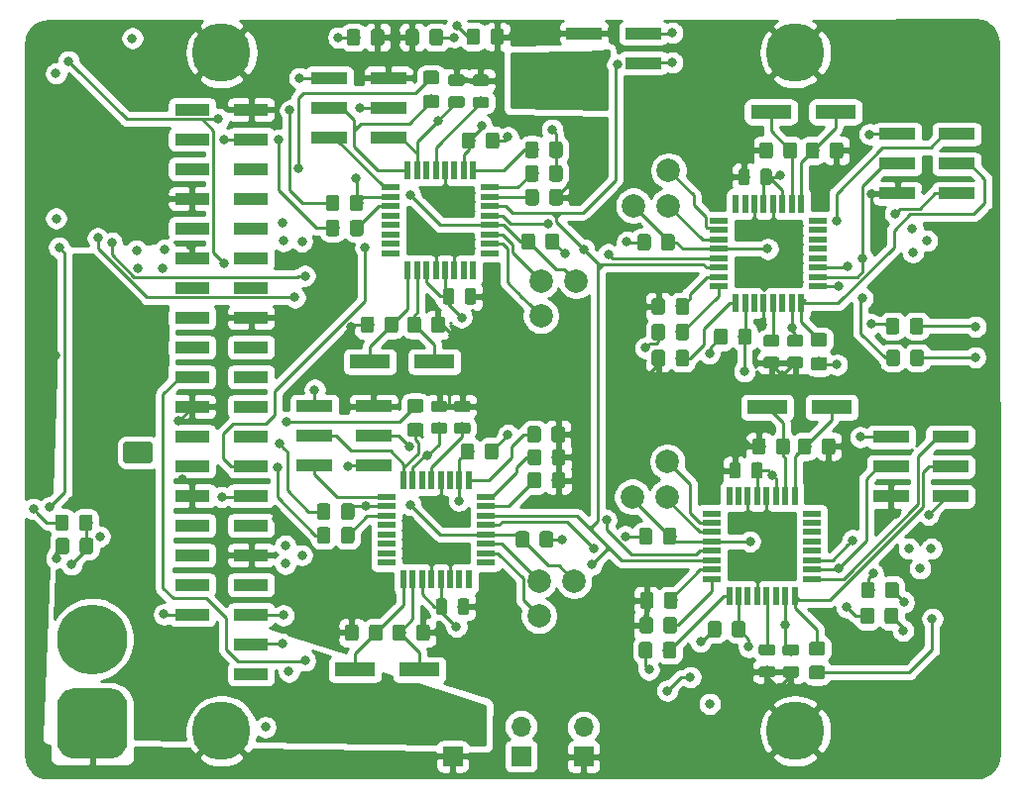
<source format=gbr>
G04 #@! TF.GenerationSoftware,KiCad,Pcbnew,(5.1.4)-1*
G04 #@! TF.CreationDate,2020-03-01T22:40:11-05:00*
G04 #@! TF.ProjectId,FPVRaceTimer,46505652-6163-4655-9469-6d65722e6b69,rev?*
G04 #@! TF.SameCoordinates,Original*
G04 #@! TF.FileFunction,Copper,L4,Bot*
G04 #@! TF.FilePolarity,Positive*
%FSLAX46Y46*%
G04 Gerber Fmt 4.6, Leading zero omitted, Abs format (unit mm)*
G04 Created by KiCad (PCBNEW (5.1.4)-1) date 2020-03-01 22:40:11*
%MOMM*%
%LPD*%
G04 APERTURE LIST*
%ADD10R,3.500000X1.200000*%
%ADD11C,0.100000*%
%ADD12C,0.975000*%
%ADD13C,0.800000*%
%ADD14C,5.000000*%
%ADD15O,1.700000X1.700000*%
%ADD16R,1.700000X1.700000*%
%ADD17C,1.150000*%
%ADD18C,2.000000*%
%ADD19R,0.550000X1.600000*%
%ADD20R,1.600000X0.550000*%
%ADD21R,3.000000X1.000000*%
%ADD22C,6.000000*%
%ADD23C,0.500000*%
%ADD24C,1.800000*%
%ADD25R,3.150000X1.000000*%
%ADD26C,0.250000*%
%ADD27C,0.254000*%
G04 APERTURE END LIST*
D10*
X52676160Y-103438960D03*
X58176160Y-103438960D03*
X51385840Y-129773680D03*
X56885840Y-129773680D03*
X92100400Y-107315000D03*
X86600400Y-107315000D03*
X92418800Y-82067400D03*
X86918800Y-82067400D03*
D11*
G36*
X59067782Y-106757554D02*
G01*
X59091443Y-106761064D01*
X59114647Y-106766876D01*
X59137169Y-106774934D01*
X59158793Y-106785162D01*
X59179310Y-106797459D01*
X59198523Y-106811709D01*
X59216247Y-106827773D01*
X59232311Y-106845497D01*
X59246561Y-106864710D01*
X59258858Y-106885227D01*
X59269086Y-106906851D01*
X59277144Y-106929373D01*
X59282956Y-106952577D01*
X59286466Y-106976238D01*
X59287640Y-107000130D01*
X59287640Y-107487630D01*
X59286466Y-107511522D01*
X59282956Y-107535183D01*
X59277144Y-107558387D01*
X59269086Y-107580909D01*
X59258858Y-107602533D01*
X59246561Y-107623050D01*
X59232311Y-107642263D01*
X59216247Y-107659987D01*
X59198523Y-107676051D01*
X59179310Y-107690301D01*
X59158793Y-107702598D01*
X59137169Y-107712826D01*
X59114647Y-107720884D01*
X59091443Y-107726696D01*
X59067782Y-107730206D01*
X59043890Y-107731380D01*
X58131390Y-107731380D01*
X58107498Y-107730206D01*
X58083837Y-107726696D01*
X58060633Y-107720884D01*
X58038111Y-107712826D01*
X58016487Y-107702598D01*
X57995970Y-107690301D01*
X57976757Y-107676051D01*
X57959033Y-107659987D01*
X57942969Y-107642263D01*
X57928719Y-107623050D01*
X57916422Y-107602533D01*
X57906194Y-107580909D01*
X57898136Y-107558387D01*
X57892324Y-107535183D01*
X57888814Y-107511522D01*
X57887640Y-107487630D01*
X57887640Y-107000130D01*
X57888814Y-106976238D01*
X57892324Y-106952577D01*
X57898136Y-106929373D01*
X57906194Y-106906851D01*
X57916422Y-106885227D01*
X57928719Y-106864710D01*
X57942969Y-106845497D01*
X57959033Y-106827773D01*
X57976757Y-106811709D01*
X57995970Y-106797459D01*
X58016487Y-106785162D01*
X58038111Y-106774934D01*
X58060633Y-106766876D01*
X58083837Y-106761064D01*
X58107498Y-106757554D01*
X58131390Y-106756380D01*
X59043890Y-106756380D01*
X59067782Y-106757554D01*
X59067782Y-106757554D01*
G37*
D12*
X58587640Y-107243880D03*
D11*
G36*
X59067782Y-108632554D02*
G01*
X59091443Y-108636064D01*
X59114647Y-108641876D01*
X59137169Y-108649934D01*
X59158793Y-108660162D01*
X59179310Y-108672459D01*
X59198523Y-108686709D01*
X59216247Y-108702773D01*
X59232311Y-108720497D01*
X59246561Y-108739710D01*
X59258858Y-108760227D01*
X59269086Y-108781851D01*
X59277144Y-108804373D01*
X59282956Y-108827577D01*
X59286466Y-108851238D01*
X59287640Y-108875130D01*
X59287640Y-109362630D01*
X59286466Y-109386522D01*
X59282956Y-109410183D01*
X59277144Y-109433387D01*
X59269086Y-109455909D01*
X59258858Y-109477533D01*
X59246561Y-109498050D01*
X59232311Y-109517263D01*
X59216247Y-109534987D01*
X59198523Y-109551051D01*
X59179310Y-109565301D01*
X59158793Y-109577598D01*
X59137169Y-109587826D01*
X59114647Y-109595884D01*
X59091443Y-109601696D01*
X59067782Y-109605206D01*
X59043890Y-109606380D01*
X58131390Y-109606380D01*
X58107498Y-109605206D01*
X58083837Y-109601696D01*
X58060633Y-109595884D01*
X58038111Y-109587826D01*
X58016487Y-109577598D01*
X57995970Y-109565301D01*
X57976757Y-109551051D01*
X57959033Y-109534987D01*
X57942969Y-109517263D01*
X57928719Y-109498050D01*
X57916422Y-109477533D01*
X57906194Y-109455909D01*
X57898136Y-109433387D01*
X57892324Y-109410183D01*
X57888814Y-109386522D01*
X57887640Y-109362630D01*
X57887640Y-108875130D01*
X57888814Y-108851238D01*
X57892324Y-108827577D01*
X57898136Y-108804373D01*
X57906194Y-108781851D01*
X57916422Y-108760227D01*
X57928719Y-108739710D01*
X57942969Y-108720497D01*
X57959033Y-108702773D01*
X57976757Y-108686709D01*
X57995970Y-108672459D01*
X58016487Y-108660162D01*
X58038111Y-108649934D01*
X58060633Y-108641876D01*
X58083837Y-108636064D01*
X58107498Y-108632554D01*
X58131390Y-108631380D01*
X59043890Y-108631380D01*
X59067782Y-108632554D01*
X59067782Y-108632554D01*
G37*
D12*
X58587640Y-109118880D03*
D11*
G36*
X59047381Y-123664654D02*
G01*
X59071042Y-123668164D01*
X59094246Y-123673976D01*
X59116768Y-123682034D01*
X59138392Y-123692262D01*
X59158909Y-123704559D01*
X59178122Y-123718809D01*
X59195846Y-123734873D01*
X59211910Y-123752597D01*
X59226160Y-123771810D01*
X59238457Y-123792327D01*
X59248685Y-123813951D01*
X59256743Y-123836473D01*
X59262555Y-123859677D01*
X59266065Y-123883338D01*
X59267239Y-123907230D01*
X59267239Y-124819730D01*
X59266065Y-124843622D01*
X59262555Y-124867283D01*
X59256743Y-124890487D01*
X59248685Y-124913009D01*
X59238457Y-124934633D01*
X59226160Y-124955150D01*
X59211910Y-124974363D01*
X59195846Y-124992087D01*
X59178122Y-125008151D01*
X59158909Y-125022401D01*
X59138392Y-125034698D01*
X59116768Y-125044926D01*
X59094246Y-125052984D01*
X59071042Y-125058796D01*
X59047381Y-125062306D01*
X59023489Y-125063480D01*
X58535989Y-125063480D01*
X58512097Y-125062306D01*
X58488436Y-125058796D01*
X58465232Y-125052984D01*
X58442710Y-125044926D01*
X58421086Y-125034698D01*
X58400569Y-125022401D01*
X58381356Y-125008151D01*
X58363632Y-124992087D01*
X58347568Y-124974363D01*
X58333318Y-124955150D01*
X58321021Y-124934633D01*
X58310793Y-124913009D01*
X58302735Y-124890487D01*
X58296923Y-124867283D01*
X58293413Y-124843622D01*
X58292239Y-124819730D01*
X58292239Y-123907230D01*
X58293413Y-123883338D01*
X58296923Y-123859677D01*
X58302735Y-123836473D01*
X58310793Y-123813951D01*
X58321021Y-123792327D01*
X58333318Y-123771810D01*
X58347568Y-123752597D01*
X58363632Y-123734873D01*
X58381356Y-123718809D01*
X58400569Y-123704559D01*
X58421086Y-123692262D01*
X58442710Y-123682034D01*
X58465232Y-123673976D01*
X58488436Y-123668164D01*
X58512097Y-123664654D01*
X58535989Y-123663480D01*
X59023489Y-123663480D01*
X59047381Y-123664654D01*
X59047381Y-123664654D01*
G37*
D12*
X58779739Y-124363480D03*
D11*
G36*
X60922381Y-123664654D02*
G01*
X60946042Y-123668164D01*
X60969246Y-123673976D01*
X60991768Y-123682034D01*
X61013392Y-123692262D01*
X61033909Y-123704559D01*
X61053122Y-123718809D01*
X61070846Y-123734873D01*
X61086910Y-123752597D01*
X61101160Y-123771810D01*
X61113457Y-123792327D01*
X61123685Y-123813951D01*
X61131743Y-123836473D01*
X61137555Y-123859677D01*
X61141065Y-123883338D01*
X61142239Y-123907230D01*
X61142239Y-124819730D01*
X61141065Y-124843622D01*
X61137555Y-124867283D01*
X61131743Y-124890487D01*
X61123685Y-124913009D01*
X61113457Y-124934633D01*
X61101160Y-124955150D01*
X61086910Y-124974363D01*
X61070846Y-124992087D01*
X61053122Y-125008151D01*
X61033909Y-125022401D01*
X61013392Y-125034698D01*
X60991768Y-125044926D01*
X60969246Y-125052984D01*
X60946042Y-125058796D01*
X60922381Y-125062306D01*
X60898489Y-125063480D01*
X60410989Y-125063480D01*
X60387097Y-125062306D01*
X60363436Y-125058796D01*
X60340232Y-125052984D01*
X60317710Y-125044926D01*
X60296086Y-125034698D01*
X60275569Y-125022401D01*
X60256356Y-125008151D01*
X60238632Y-124992087D01*
X60222568Y-124974363D01*
X60208318Y-124955150D01*
X60196021Y-124934633D01*
X60185793Y-124913009D01*
X60177735Y-124890487D01*
X60171923Y-124867283D01*
X60168413Y-124843622D01*
X60167239Y-124819730D01*
X60167239Y-123907230D01*
X60168413Y-123883338D01*
X60171923Y-123859677D01*
X60177735Y-123836473D01*
X60185793Y-123813951D01*
X60196021Y-123792327D01*
X60208318Y-123771810D01*
X60222568Y-123752597D01*
X60238632Y-123734873D01*
X60256356Y-123718809D01*
X60275569Y-123704559D01*
X60296086Y-123692262D01*
X60317710Y-123682034D01*
X60340232Y-123673976D01*
X60363436Y-123668164D01*
X60387097Y-123664654D01*
X60410989Y-123663480D01*
X60898489Y-123663480D01*
X60922381Y-123664654D01*
X60922381Y-123664654D01*
G37*
D12*
X60654739Y-124363480D03*
D11*
G36*
X61048982Y-106757554D02*
G01*
X61072643Y-106761064D01*
X61095847Y-106766876D01*
X61118369Y-106774934D01*
X61139993Y-106785162D01*
X61160510Y-106797459D01*
X61179723Y-106811709D01*
X61197447Y-106827773D01*
X61213511Y-106845497D01*
X61227761Y-106864710D01*
X61240058Y-106885227D01*
X61250286Y-106906851D01*
X61258344Y-106929373D01*
X61264156Y-106952577D01*
X61267666Y-106976238D01*
X61268840Y-107000130D01*
X61268840Y-107487630D01*
X61267666Y-107511522D01*
X61264156Y-107535183D01*
X61258344Y-107558387D01*
X61250286Y-107580909D01*
X61240058Y-107602533D01*
X61227761Y-107623050D01*
X61213511Y-107642263D01*
X61197447Y-107659987D01*
X61179723Y-107676051D01*
X61160510Y-107690301D01*
X61139993Y-107702598D01*
X61118369Y-107712826D01*
X61095847Y-107720884D01*
X61072643Y-107726696D01*
X61048982Y-107730206D01*
X61025090Y-107731380D01*
X60112590Y-107731380D01*
X60088698Y-107730206D01*
X60065037Y-107726696D01*
X60041833Y-107720884D01*
X60019311Y-107712826D01*
X59997687Y-107702598D01*
X59977170Y-107690301D01*
X59957957Y-107676051D01*
X59940233Y-107659987D01*
X59924169Y-107642263D01*
X59909919Y-107623050D01*
X59897622Y-107602533D01*
X59887394Y-107580909D01*
X59879336Y-107558387D01*
X59873524Y-107535183D01*
X59870014Y-107511522D01*
X59868840Y-107487630D01*
X59868840Y-107000130D01*
X59870014Y-106976238D01*
X59873524Y-106952577D01*
X59879336Y-106929373D01*
X59887394Y-106906851D01*
X59897622Y-106885227D01*
X59909919Y-106864710D01*
X59924169Y-106845497D01*
X59940233Y-106827773D01*
X59957957Y-106811709D01*
X59977170Y-106797459D01*
X59997687Y-106785162D01*
X60019311Y-106774934D01*
X60041833Y-106766876D01*
X60065037Y-106761064D01*
X60088698Y-106757554D01*
X60112590Y-106756380D01*
X61025090Y-106756380D01*
X61048982Y-106757554D01*
X61048982Y-106757554D01*
G37*
D12*
X60568840Y-107243880D03*
D11*
G36*
X61048982Y-108632554D02*
G01*
X61072643Y-108636064D01*
X61095847Y-108641876D01*
X61118369Y-108649934D01*
X61139993Y-108660162D01*
X61160510Y-108672459D01*
X61179723Y-108686709D01*
X61197447Y-108702773D01*
X61213511Y-108720497D01*
X61227761Y-108739710D01*
X61240058Y-108760227D01*
X61250286Y-108781851D01*
X61258344Y-108804373D01*
X61264156Y-108827577D01*
X61267666Y-108851238D01*
X61268840Y-108875130D01*
X61268840Y-109362630D01*
X61267666Y-109386522D01*
X61264156Y-109410183D01*
X61258344Y-109433387D01*
X61250286Y-109455909D01*
X61240058Y-109477533D01*
X61227761Y-109498050D01*
X61213511Y-109517263D01*
X61197447Y-109534987D01*
X61179723Y-109551051D01*
X61160510Y-109565301D01*
X61139993Y-109577598D01*
X61118369Y-109587826D01*
X61095847Y-109595884D01*
X61072643Y-109601696D01*
X61048982Y-109605206D01*
X61025090Y-109606380D01*
X60112590Y-109606380D01*
X60088698Y-109605206D01*
X60065037Y-109601696D01*
X60041833Y-109595884D01*
X60019311Y-109587826D01*
X59997687Y-109577598D01*
X59977170Y-109565301D01*
X59957957Y-109551051D01*
X59940233Y-109534987D01*
X59924169Y-109517263D01*
X59909919Y-109498050D01*
X59897622Y-109477533D01*
X59887394Y-109455909D01*
X59879336Y-109433387D01*
X59873524Y-109410183D01*
X59870014Y-109386522D01*
X59868840Y-109362630D01*
X59868840Y-108875130D01*
X59870014Y-108851238D01*
X59873524Y-108827577D01*
X59879336Y-108804373D01*
X59887394Y-108781851D01*
X59897622Y-108760227D01*
X59909919Y-108739710D01*
X59924169Y-108720497D01*
X59940233Y-108702773D01*
X59957957Y-108686709D01*
X59977170Y-108672459D01*
X59997687Y-108660162D01*
X60019311Y-108649934D01*
X60041833Y-108641876D01*
X60065037Y-108636064D01*
X60088698Y-108632554D01*
X60112590Y-108631380D01*
X61025090Y-108631380D01*
X61048982Y-108632554D01*
X61048982Y-108632554D01*
G37*
D12*
X60568840Y-109118880D03*
D11*
G36*
X60538442Y-80742874D02*
G01*
X60562103Y-80746384D01*
X60585307Y-80752196D01*
X60607829Y-80760254D01*
X60629453Y-80770482D01*
X60649970Y-80782779D01*
X60669183Y-80797029D01*
X60686907Y-80813093D01*
X60702971Y-80830817D01*
X60717221Y-80850030D01*
X60729518Y-80870547D01*
X60739746Y-80892171D01*
X60747804Y-80914693D01*
X60753616Y-80937897D01*
X60757126Y-80961558D01*
X60758300Y-80985450D01*
X60758300Y-81472950D01*
X60757126Y-81496842D01*
X60753616Y-81520503D01*
X60747804Y-81543707D01*
X60739746Y-81566229D01*
X60729518Y-81587853D01*
X60717221Y-81608370D01*
X60702971Y-81627583D01*
X60686907Y-81645307D01*
X60669183Y-81661371D01*
X60649970Y-81675621D01*
X60629453Y-81687918D01*
X60607829Y-81698146D01*
X60585307Y-81706204D01*
X60562103Y-81712016D01*
X60538442Y-81715526D01*
X60514550Y-81716700D01*
X59602050Y-81716700D01*
X59578158Y-81715526D01*
X59554497Y-81712016D01*
X59531293Y-81706204D01*
X59508771Y-81698146D01*
X59487147Y-81687918D01*
X59466630Y-81675621D01*
X59447417Y-81661371D01*
X59429693Y-81645307D01*
X59413629Y-81627583D01*
X59399379Y-81608370D01*
X59387082Y-81587853D01*
X59376854Y-81566229D01*
X59368796Y-81543707D01*
X59362984Y-81520503D01*
X59359474Y-81496842D01*
X59358300Y-81472950D01*
X59358300Y-80985450D01*
X59359474Y-80961558D01*
X59362984Y-80937897D01*
X59368796Y-80914693D01*
X59376854Y-80892171D01*
X59387082Y-80870547D01*
X59399379Y-80850030D01*
X59413629Y-80830817D01*
X59429693Y-80813093D01*
X59447417Y-80797029D01*
X59466630Y-80782779D01*
X59487147Y-80770482D01*
X59508771Y-80760254D01*
X59531293Y-80752196D01*
X59554497Y-80746384D01*
X59578158Y-80742874D01*
X59602050Y-80741700D01*
X60514550Y-80741700D01*
X60538442Y-80742874D01*
X60538442Y-80742874D01*
G37*
D12*
X60058300Y-81229200D03*
D11*
G36*
X60538442Y-78867874D02*
G01*
X60562103Y-78871384D01*
X60585307Y-78877196D01*
X60607829Y-78885254D01*
X60629453Y-78895482D01*
X60649970Y-78907779D01*
X60669183Y-78922029D01*
X60686907Y-78938093D01*
X60702971Y-78955817D01*
X60717221Y-78975030D01*
X60729518Y-78995547D01*
X60739746Y-79017171D01*
X60747804Y-79039693D01*
X60753616Y-79062897D01*
X60757126Y-79086558D01*
X60758300Y-79110450D01*
X60758300Y-79597950D01*
X60757126Y-79621842D01*
X60753616Y-79645503D01*
X60747804Y-79668707D01*
X60739746Y-79691229D01*
X60729518Y-79712853D01*
X60717221Y-79733370D01*
X60702971Y-79752583D01*
X60686907Y-79770307D01*
X60669183Y-79786371D01*
X60649970Y-79800621D01*
X60629453Y-79812918D01*
X60607829Y-79823146D01*
X60585307Y-79831204D01*
X60562103Y-79837016D01*
X60538442Y-79840526D01*
X60514550Y-79841700D01*
X59602050Y-79841700D01*
X59578158Y-79840526D01*
X59554497Y-79837016D01*
X59531293Y-79831204D01*
X59508771Y-79823146D01*
X59487147Y-79812918D01*
X59466630Y-79800621D01*
X59447417Y-79786371D01*
X59429693Y-79770307D01*
X59413629Y-79752583D01*
X59399379Y-79733370D01*
X59387082Y-79712853D01*
X59376854Y-79691229D01*
X59368796Y-79668707D01*
X59362984Y-79645503D01*
X59359474Y-79621842D01*
X59358300Y-79597950D01*
X59358300Y-79110450D01*
X59359474Y-79086558D01*
X59362984Y-79062897D01*
X59368796Y-79039693D01*
X59376854Y-79017171D01*
X59387082Y-78995547D01*
X59399379Y-78975030D01*
X59413629Y-78955817D01*
X59429693Y-78938093D01*
X59447417Y-78922029D01*
X59466630Y-78907779D01*
X59487147Y-78895482D01*
X59508771Y-78885254D01*
X59531293Y-78877196D01*
X59554497Y-78871384D01*
X59578158Y-78867874D01*
X59602050Y-78866700D01*
X60514550Y-78866700D01*
X60538442Y-78867874D01*
X60538442Y-78867874D01*
G37*
D12*
X60058300Y-79354200D03*
D11*
G36*
X61530142Y-97147054D02*
G01*
X61553803Y-97150564D01*
X61577007Y-97156376D01*
X61599529Y-97164434D01*
X61621153Y-97174662D01*
X61641670Y-97186959D01*
X61660883Y-97201209D01*
X61678607Y-97217273D01*
X61694671Y-97234997D01*
X61708921Y-97254210D01*
X61721218Y-97274727D01*
X61731446Y-97296351D01*
X61739504Y-97318873D01*
X61745316Y-97342077D01*
X61748826Y-97365738D01*
X61750000Y-97389630D01*
X61750000Y-98302130D01*
X61748826Y-98326022D01*
X61745316Y-98349683D01*
X61739504Y-98372887D01*
X61731446Y-98395409D01*
X61721218Y-98417033D01*
X61708921Y-98437550D01*
X61694671Y-98456763D01*
X61678607Y-98474487D01*
X61660883Y-98490551D01*
X61641670Y-98504801D01*
X61621153Y-98517098D01*
X61599529Y-98527326D01*
X61577007Y-98535384D01*
X61553803Y-98541196D01*
X61530142Y-98544706D01*
X61506250Y-98545880D01*
X61018750Y-98545880D01*
X60994858Y-98544706D01*
X60971197Y-98541196D01*
X60947993Y-98535384D01*
X60925471Y-98527326D01*
X60903847Y-98517098D01*
X60883330Y-98504801D01*
X60864117Y-98490551D01*
X60846393Y-98474487D01*
X60830329Y-98456763D01*
X60816079Y-98437550D01*
X60803782Y-98417033D01*
X60793554Y-98395409D01*
X60785496Y-98372887D01*
X60779684Y-98349683D01*
X60776174Y-98326022D01*
X60775000Y-98302130D01*
X60775000Y-97389630D01*
X60776174Y-97365738D01*
X60779684Y-97342077D01*
X60785496Y-97318873D01*
X60793554Y-97296351D01*
X60803782Y-97274727D01*
X60816079Y-97254210D01*
X60830329Y-97234997D01*
X60846393Y-97217273D01*
X60864117Y-97201209D01*
X60883330Y-97186959D01*
X60903847Y-97174662D01*
X60925471Y-97164434D01*
X60947993Y-97156376D01*
X60971197Y-97150564D01*
X60994858Y-97147054D01*
X61018750Y-97145880D01*
X61506250Y-97145880D01*
X61530142Y-97147054D01*
X61530142Y-97147054D01*
G37*
D12*
X61262500Y-97845880D03*
D11*
G36*
X59655142Y-97147054D02*
G01*
X59678803Y-97150564D01*
X59702007Y-97156376D01*
X59724529Y-97164434D01*
X59746153Y-97174662D01*
X59766670Y-97186959D01*
X59785883Y-97201209D01*
X59803607Y-97217273D01*
X59819671Y-97234997D01*
X59833921Y-97254210D01*
X59846218Y-97274727D01*
X59856446Y-97296351D01*
X59864504Y-97318873D01*
X59870316Y-97342077D01*
X59873826Y-97365738D01*
X59875000Y-97389630D01*
X59875000Y-98302130D01*
X59873826Y-98326022D01*
X59870316Y-98349683D01*
X59864504Y-98372887D01*
X59856446Y-98395409D01*
X59846218Y-98417033D01*
X59833921Y-98437550D01*
X59819671Y-98456763D01*
X59803607Y-98474487D01*
X59785883Y-98490551D01*
X59766670Y-98504801D01*
X59746153Y-98517098D01*
X59724529Y-98527326D01*
X59702007Y-98535384D01*
X59678803Y-98541196D01*
X59655142Y-98544706D01*
X59631250Y-98545880D01*
X59143750Y-98545880D01*
X59119858Y-98544706D01*
X59096197Y-98541196D01*
X59072993Y-98535384D01*
X59050471Y-98527326D01*
X59028847Y-98517098D01*
X59008330Y-98504801D01*
X58989117Y-98490551D01*
X58971393Y-98474487D01*
X58955329Y-98456763D01*
X58941079Y-98437550D01*
X58928782Y-98417033D01*
X58918554Y-98395409D01*
X58910496Y-98372887D01*
X58904684Y-98349683D01*
X58901174Y-98326022D01*
X58900000Y-98302130D01*
X58900000Y-97389630D01*
X58901174Y-97365738D01*
X58904684Y-97342077D01*
X58910496Y-97318873D01*
X58918554Y-97296351D01*
X58928782Y-97274727D01*
X58941079Y-97254210D01*
X58955329Y-97234997D01*
X58971393Y-97217273D01*
X58989117Y-97201209D01*
X59008330Y-97186959D01*
X59028847Y-97174662D01*
X59050471Y-97164434D01*
X59072993Y-97156376D01*
X59096197Y-97150564D01*
X59119858Y-97147054D01*
X59143750Y-97145880D01*
X59631250Y-97145880D01*
X59655142Y-97147054D01*
X59655142Y-97147054D01*
G37*
D12*
X59387500Y-97845880D03*
D11*
G36*
X62621242Y-80765734D02*
G01*
X62644903Y-80769244D01*
X62668107Y-80775056D01*
X62690629Y-80783114D01*
X62712253Y-80793342D01*
X62732770Y-80805639D01*
X62751983Y-80819889D01*
X62769707Y-80835953D01*
X62785771Y-80853677D01*
X62800021Y-80872890D01*
X62812318Y-80893407D01*
X62822546Y-80915031D01*
X62830604Y-80937553D01*
X62836416Y-80960757D01*
X62839926Y-80984418D01*
X62841100Y-81008310D01*
X62841100Y-81495810D01*
X62839926Y-81519702D01*
X62836416Y-81543363D01*
X62830604Y-81566567D01*
X62822546Y-81589089D01*
X62812318Y-81610713D01*
X62800021Y-81631230D01*
X62785771Y-81650443D01*
X62769707Y-81668167D01*
X62751983Y-81684231D01*
X62732770Y-81698481D01*
X62712253Y-81710778D01*
X62690629Y-81721006D01*
X62668107Y-81729064D01*
X62644903Y-81734876D01*
X62621242Y-81738386D01*
X62597350Y-81739560D01*
X61684850Y-81739560D01*
X61660958Y-81738386D01*
X61637297Y-81734876D01*
X61614093Y-81729064D01*
X61591571Y-81721006D01*
X61569947Y-81710778D01*
X61549430Y-81698481D01*
X61530217Y-81684231D01*
X61512493Y-81668167D01*
X61496429Y-81650443D01*
X61482179Y-81631230D01*
X61469882Y-81610713D01*
X61459654Y-81589089D01*
X61451596Y-81566567D01*
X61445784Y-81543363D01*
X61442274Y-81519702D01*
X61441100Y-81495810D01*
X61441100Y-81008310D01*
X61442274Y-80984418D01*
X61445784Y-80960757D01*
X61451596Y-80937553D01*
X61459654Y-80915031D01*
X61469882Y-80893407D01*
X61482179Y-80872890D01*
X61496429Y-80853677D01*
X61512493Y-80835953D01*
X61530217Y-80819889D01*
X61549430Y-80805639D01*
X61569947Y-80793342D01*
X61591571Y-80783114D01*
X61614093Y-80775056D01*
X61637297Y-80769244D01*
X61660958Y-80765734D01*
X61684850Y-80764560D01*
X62597350Y-80764560D01*
X62621242Y-80765734D01*
X62621242Y-80765734D01*
G37*
D12*
X62141100Y-81252060D03*
D11*
G36*
X62621242Y-78890734D02*
G01*
X62644903Y-78894244D01*
X62668107Y-78900056D01*
X62690629Y-78908114D01*
X62712253Y-78918342D01*
X62732770Y-78930639D01*
X62751983Y-78944889D01*
X62769707Y-78960953D01*
X62785771Y-78978677D01*
X62800021Y-78997890D01*
X62812318Y-79018407D01*
X62822546Y-79040031D01*
X62830604Y-79062553D01*
X62836416Y-79085757D01*
X62839926Y-79109418D01*
X62841100Y-79133310D01*
X62841100Y-79620810D01*
X62839926Y-79644702D01*
X62836416Y-79668363D01*
X62830604Y-79691567D01*
X62822546Y-79714089D01*
X62812318Y-79735713D01*
X62800021Y-79756230D01*
X62785771Y-79775443D01*
X62769707Y-79793167D01*
X62751983Y-79809231D01*
X62732770Y-79823481D01*
X62712253Y-79835778D01*
X62690629Y-79846006D01*
X62668107Y-79854064D01*
X62644903Y-79859876D01*
X62621242Y-79863386D01*
X62597350Y-79864560D01*
X61684850Y-79864560D01*
X61660958Y-79863386D01*
X61637297Y-79859876D01*
X61614093Y-79854064D01*
X61591571Y-79846006D01*
X61569947Y-79835778D01*
X61549430Y-79823481D01*
X61530217Y-79809231D01*
X61512493Y-79793167D01*
X61496429Y-79775443D01*
X61482179Y-79756230D01*
X61469882Y-79735713D01*
X61459654Y-79714089D01*
X61451596Y-79691567D01*
X61445784Y-79668363D01*
X61442274Y-79644702D01*
X61441100Y-79620810D01*
X61441100Y-79133310D01*
X61442274Y-79109418D01*
X61445784Y-79085757D01*
X61451596Y-79062553D01*
X61459654Y-79040031D01*
X61469882Y-79018407D01*
X61482179Y-78997890D01*
X61496429Y-78978677D01*
X61512493Y-78960953D01*
X61530217Y-78944889D01*
X61549430Y-78930639D01*
X61569947Y-78918342D01*
X61591571Y-78908114D01*
X61614093Y-78900056D01*
X61637297Y-78894244D01*
X61660958Y-78890734D01*
X61684850Y-78889560D01*
X62597350Y-78889560D01*
X62621242Y-78890734D01*
X62621242Y-78890734D01*
G37*
D12*
X62141100Y-79377060D03*
D11*
G36*
X89100742Y-129483174D02*
G01*
X89124403Y-129486684D01*
X89147607Y-129492496D01*
X89170129Y-129500554D01*
X89191753Y-129510782D01*
X89212270Y-129523079D01*
X89231483Y-129537329D01*
X89249207Y-129553393D01*
X89265271Y-129571117D01*
X89279521Y-129590330D01*
X89291818Y-129610847D01*
X89302046Y-129632471D01*
X89310104Y-129654993D01*
X89315916Y-129678197D01*
X89319426Y-129701858D01*
X89320600Y-129725750D01*
X89320600Y-130213250D01*
X89319426Y-130237142D01*
X89315916Y-130260803D01*
X89310104Y-130284007D01*
X89302046Y-130306529D01*
X89291818Y-130328153D01*
X89279521Y-130348670D01*
X89265271Y-130367883D01*
X89249207Y-130385607D01*
X89231483Y-130401671D01*
X89212270Y-130415921D01*
X89191753Y-130428218D01*
X89170129Y-130438446D01*
X89147607Y-130446504D01*
X89124403Y-130452316D01*
X89100742Y-130455826D01*
X89076850Y-130457000D01*
X88164350Y-130457000D01*
X88140458Y-130455826D01*
X88116797Y-130452316D01*
X88093593Y-130446504D01*
X88071071Y-130438446D01*
X88049447Y-130428218D01*
X88028930Y-130415921D01*
X88009717Y-130401671D01*
X87991993Y-130385607D01*
X87975929Y-130367883D01*
X87961679Y-130348670D01*
X87949382Y-130328153D01*
X87939154Y-130306529D01*
X87931096Y-130284007D01*
X87925284Y-130260803D01*
X87921774Y-130237142D01*
X87920600Y-130213250D01*
X87920600Y-129725750D01*
X87921774Y-129701858D01*
X87925284Y-129678197D01*
X87931096Y-129654993D01*
X87939154Y-129632471D01*
X87949382Y-129610847D01*
X87961679Y-129590330D01*
X87975929Y-129571117D01*
X87991993Y-129553393D01*
X88009717Y-129537329D01*
X88028930Y-129523079D01*
X88049447Y-129510782D01*
X88071071Y-129500554D01*
X88093593Y-129492496D01*
X88116797Y-129486684D01*
X88140458Y-129483174D01*
X88164350Y-129482000D01*
X89076850Y-129482000D01*
X89100742Y-129483174D01*
X89100742Y-129483174D01*
G37*
D12*
X88620600Y-129969500D03*
D11*
G36*
X89100742Y-127608174D02*
G01*
X89124403Y-127611684D01*
X89147607Y-127617496D01*
X89170129Y-127625554D01*
X89191753Y-127635782D01*
X89212270Y-127648079D01*
X89231483Y-127662329D01*
X89249207Y-127678393D01*
X89265271Y-127696117D01*
X89279521Y-127715330D01*
X89291818Y-127735847D01*
X89302046Y-127757471D01*
X89310104Y-127779993D01*
X89315916Y-127803197D01*
X89319426Y-127826858D01*
X89320600Y-127850750D01*
X89320600Y-128338250D01*
X89319426Y-128362142D01*
X89315916Y-128385803D01*
X89310104Y-128409007D01*
X89302046Y-128431529D01*
X89291818Y-128453153D01*
X89279521Y-128473670D01*
X89265271Y-128492883D01*
X89249207Y-128510607D01*
X89231483Y-128526671D01*
X89212270Y-128540921D01*
X89191753Y-128553218D01*
X89170129Y-128563446D01*
X89147607Y-128571504D01*
X89124403Y-128577316D01*
X89100742Y-128580826D01*
X89076850Y-128582000D01*
X88164350Y-128582000D01*
X88140458Y-128580826D01*
X88116797Y-128577316D01*
X88093593Y-128571504D01*
X88071071Y-128563446D01*
X88049447Y-128553218D01*
X88028930Y-128540921D01*
X88009717Y-128526671D01*
X87991993Y-128510607D01*
X87975929Y-128492883D01*
X87961679Y-128473670D01*
X87949382Y-128453153D01*
X87939154Y-128431529D01*
X87931096Y-128409007D01*
X87925284Y-128385803D01*
X87921774Y-128362142D01*
X87920600Y-128338250D01*
X87920600Y-127850750D01*
X87921774Y-127826858D01*
X87925284Y-127803197D01*
X87931096Y-127779993D01*
X87939154Y-127757471D01*
X87949382Y-127735847D01*
X87961679Y-127715330D01*
X87975929Y-127696117D01*
X87991993Y-127678393D01*
X88009717Y-127662329D01*
X88028930Y-127648079D01*
X88049447Y-127635782D01*
X88071071Y-127625554D01*
X88093593Y-127617496D01*
X88116797Y-127611684D01*
X88140458Y-127608174D01*
X88164350Y-127607000D01*
X89076850Y-127607000D01*
X89100742Y-127608174D01*
X89100742Y-127608174D01*
G37*
D12*
X88620600Y-128094500D03*
D11*
G36*
X85992642Y-112026374D02*
G01*
X86016303Y-112029884D01*
X86039507Y-112035696D01*
X86062029Y-112043754D01*
X86083653Y-112053982D01*
X86104170Y-112066279D01*
X86123383Y-112080529D01*
X86141107Y-112096593D01*
X86157171Y-112114317D01*
X86171421Y-112133530D01*
X86183718Y-112154047D01*
X86193946Y-112175671D01*
X86202004Y-112198193D01*
X86207816Y-112221397D01*
X86211326Y-112245058D01*
X86212500Y-112268950D01*
X86212500Y-113181450D01*
X86211326Y-113205342D01*
X86207816Y-113229003D01*
X86202004Y-113252207D01*
X86193946Y-113274729D01*
X86183718Y-113296353D01*
X86171421Y-113316870D01*
X86157171Y-113336083D01*
X86141107Y-113353807D01*
X86123383Y-113369871D01*
X86104170Y-113384121D01*
X86083653Y-113396418D01*
X86062029Y-113406646D01*
X86039507Y-113414704D01*
X86016303Y-113420516D01*
X85992642Y-113424026D01*
X85968750Y-113425200D01*
X85481250Y-113425200D01*
X85457358Y-113424026D01*
X85433697Y-113420516D01*
X85410493Y-113414704D01*
X85387971Y-113406646D01*
X85366347Y-113396418D01*
X85345830Y-113384121D01*
X85326617Y-113369871D01*
X85308893Y-113353807D01*
X85292829Y-113336083D01*
X85278579Y-113316870D01*
X85266282Y-113296353D01*
X85256054Y-113274729D01*
X85247996Y-113252207D01*
X85242184Y-113229003D01*
X85238674Y-113205342D01*
X85237500Y-113181450D01*
X85237500Y-112268950D01*
X85238674Y-112245058D01*
X85242184Y-112221397D01*
X85247996Y-112198193D01*
X85256054Y-112175671D01*
X85266282Y-112154047D01*
X85278579Y-112133530D01*
X85292829Y-112114317D01*
X85308893Y-112096593D01*
X85326617Y-112080529D01*
X85345830Y-112066279D01*
X85366347Y-112053982D01*
X85387971Y-112043754D01*
X85410493Y-112035696D01*
X85433697Y-112029884D01*
X85457358Y-112026374D01*
X85481250Y-112025200D01*
X85968750Y-112025200D01*
X85992642Y-112026374D01*
X85992642Y-112026374D01*
G37*
D12*
X85725000Y-112725200D03*
D11*
G36*
X84117642Y-112026374D02*
G01*
X84141303Y-112029884D01*
X84164507Y-112035696D01*
X84187029Y-112043754D01*
X84208653Y-112053982D01*
X84229170Y-112066279D01*
X84248383Y-112080529D01*
X84266107Y-112096593D01*
X84282171Y-112114317D01*
X84296421Y-112133530D01*
X84308718Y-112154047D01*
X84318946Y-112175671D01*
X84327004Y-112198193D01*
X84332816Y-112221397D01*
X84336326Y-112245058D01*
X84337500Y-112268950D01*
X84337500Y-113181450D01*
X84336326Y-113205342D01*
X84332816Y-113229003D01*
X84327004Y-113252207D01*
X84318946Y-113274729D01*
X84308718Y-113296353D01*
X84296421Y-113316870D01*
X84282171Y-113336083D01*
X84266107Y-113353807D01*
X84248383Y-113369871D01*
X84229170Y-113384121D01*
X84208653Y-113396418D01*
X84187029Y-113406646D01*
X84164507Y-113414704D01*
X84141303Y-113420516D01*
X84117642Y-113424026D01*
X84093750Y-113425200D01*
X83606250Y-113425200D01*
X83582358Y-113424026D01*
X83558697Y-113420516D01*
X83535493Y-113414704D01*
X83512971Y-113406646D01*
X83491347Y-113396418D01*
X83470830Y-113384121D01*
X83451617Y-113369871D01*
X83433893Y-113353807D01*
X83417829Y-113336083D01*
X83403579Y-113316870D01*
X83391282Y-113296353D01*
X83381054Y-113274729D01*
X83372996Y-113252207D01*
X83367184Y-113229003D01*
X83363674Y-113205342D01*
X83362500Y-113181450D01*
X83362500Y-112268950D01*
X83363674Y-112245058D01*
X83367184Y-112221397D01*
X83372996Y-112198193D01*
X83381054Y-112175671D01*
X83391282Y-112154047D01*
X83403579Y-112133530D01*
X83417829Y-112114317D01*
X83433893Y-112096593D01*
X83451617Y-112080529D01*
X83470830Y-112066279D01*
X83491347Y-112053982D01*
X83512971Y-112043754D01*
X83535493Y-112035696D01*
X83558697Y-112029884D01*
X83582358Y-112026374D01*
X83606250Y-112025200D01*
X84093750Y-112025200D01*
X84117642Y-112026374D01*
X84117642Y-112026374D01*
G37*
D12*
X83850000Y-112725200D03*
D11*
G36*
X87068742Y-127580474D02*
G01*
X87092403Y-127583984D01*
X87115607Y-127589796D01*
X87138129Y-127597854D01*
X87159753Y-127608082D01*
X87180270Y-127620379D01*
X87199483Y-127634629D01*
X87217207Y-127650693D01*
X87233271Y-127668417D01*
X87247521Y-127687630D01*
X87259818Y-127708147D01*
X87270046Y-127729771D01*
X87278104Y-127752293D01*
X87283916Y-127775497D01*
X87287426Y-127799158D01*
X87288600Y-127823050D01*
X87288600Y-128310550D01*
X87287426Y-128334442D01*
X87283916Y-128358103D01*
X87278104Y-128381307D01*
X87270046Y-128403829D01*
X87259818Y-128425453D01*
X87247521Y-128445970D01*
X87233271Y-128465183D01*
X87217207Y-128482907D01*
X87199483Y-128498971D01*
X87180270Y-128513221D01*
X87159753Y-128525518D01*
X87138129Y-128535746D01*
X87115607Y-128543804D01*
X87092403Y-128549616D01*
X87068742Y-128553126D01*
X87044850Y-128554300D01*
X86132350Y-128554300D01*
X86108458Y-128553126D01*
X86084797Y-128549616D01*
X86061593Y-128543804D01*
X86039071Y-128535746D01*
X86017447Y-128525518D01*
X85996930Y-128513221D01*
X85977717Y-128498971D01*
X85959993Y-128482907D01*
X85943929Y-128465183D01*
X85929679Y-128445970D01*
X85917382Y-128425453D01*
X85907154Y-128403829D01*
X85899096Y-128381307D01*
X85893284Y-128358103D01*
X85889774Y-128334442D01*
X85888600Y-128310550D01*
X85888600Y-127823050D01*
X85889774Y-127799158D01*
X85893284Y-127775497D01*
X85899096Y-127752293D01*
X85907154Y-127729771D01*
X85917382Y-127708147D01*
X85929679Y-127687630D01*
X85943929Y-127668417D01*
X85959993Y-127650693D01*
X85977717Y-127634629D01*
X85996930Y-127620379D01*
X86017447Y-127608082D01*
X86039071Y-127597854D01*
X86061593Y-127589796D01*
X86084797Y-127583984D01*
X86108458Y-127580474D01*
X86132350Y-127579300D01*
X87044850Y-127579300D01*
X87068742Y-127580474D01*
X87068742Y-127580474D01*
G37*
D12*
X86588600Y-128066800D03*
D11*
G36*
X87068742Y-129455474D02*
G01*
X87092403Y-129458984D01*
X87115607Y-129464796D01*
X87138129Y-129472854D01*
X87159753Y-129483082D01*
X87180270Y-129495379D01*
X87199483Y-129509629D01*
X87217207Y-129525693D01*
X87233271Y-129543417D01*
X87247521Y-129562630D01*
X87259818Y-129583147D01*
X87270046Y-129604771D01*
X87278104Y-129627293D01*
X87283916Y-129650497D01*
X87287426Y-129674158D01*
X87288600Y-129698050D01*
X87288600Y-130185550D01*
X87287426Y-130209442D01*
X87283916Y-130233103D01*
X87278104Y-130256307D01*
X87270046Y-130278829D01*
X87259818Y-130300453D01*
X87247521Y-130320970D01*
X87233271Y-130340183D01*
X87217207Y-130357907D01*
X87199483Y-130373971D01*
X87180270Y-130388221D01*
X87159753Y-130400518D01*
X87138129Y-130410746D01*
X87115607Y-130418804D01*
X87092403Y-130424616D01*
X87068742Y-130428126D01*
X87044850Y-130429300D01*
X86132350Y-130429300D01*
X86108458Y-130428126D01*
X86084797Y-130424616D01*
X86061593Y-130418804D01*
X86039071Y-130410746D01*
X86017447Y-130400518D01*
X85996930Y-130388221D01*
X85977717Y-130373971D01*
X85959993Y-130357907D01*
X85943929Y-130340183D01*
X85929679Y-130320970D01*
X85917382Y-130300453D01*
X85907154Y-130278829D01*
X85899096Y-130256307D01*
X85893284Y-130233103D01*
X85889774Y-130209442D01*
X85888600Y-130185550D01*
X85888600Y-129698050D01*
X85889774Y-129674158D01*
X85893284Y-129650497D01*
X85899096Y-129627293D01*
X85907154Y-129604771D01*
X85917382Y-129583147D01*
X85929679Y-129562630D01*
X85943929Y-129543417D01*
X85959993Y-129525693D01*
X85977717Y-129509629D01*
X85996930Y-129495379D01*
X86017447Y-129483082D01*
X86039071Y-129472854D01*
X86061593Y-129464796D01*
X86084797Y-129458984D01*
X86108458Y-129455474D01*
X86132350Y-129454300D01*
X87044850Y-129454300D01*
X87068742Y-129455474D01*
X87068742Y-129455474D01*
G37*
D12*
X86588600Y-129941800D03*
D11*
G36*
X89481742Y-101141374D02*
G01*
X89505403Y-101144884D01*
X89528607Y-101150696D01*
X89551129Y-101158754D01*
X89572753Y-101168982D01*
X89593270Y-101181279D01*
X89612483Y-101195529D01*
X89630207Y-101211593D01*
X89646271Y-101229317D01*
X89660521Y-101248530D01*
X89672818Y-101269047D01*
X89683046Y-101290671D01*
X89691104Y-101313193D01*
X89696916Y-101336397D01*
X89700426Y-101360058D01*
X89701600Y-101383950D01*
X89701600Y-101871450D01*
X89700426Y-101895342D01*
X89696916Y-101919003D01*
X89691104Y-101942207D01*
X89683046Y-101964729D01*
X89672818Y-101986353D01*
X89660521Y-102006870D01*
X89646271Y-102026083D01*
X89630207Y-102043807D01*
X89612483Y-102059871D01*
X89593270Y-102074121D01*
X89572753Y-102086418D01*
X89551129Y-102096646D01*
X89528607Y-102104704D01*
X89505403Y-102110516D01*
X89481742Y-102114026D01*
X89457850Y-102115200D01*
X88545350Y-102115200D01*
X88521458Y-102114026D01*
X88497797Y-102110516D01*
X88474593Y-102104704D01*
X88452071Y-102096646D01*
X88430447Y-102086418D01*
X88409930Y-102074121D01*
X88390717Y-102059871D01*
X88372993Y-102043807D01*
X88356929Y-102026083D01*
X88342679Y-102006870D01*
X88330382Y-101986353D01*
X88320154Y-101964729D01*
X88312096Y-101942207D01*
X88306284Y-101919003D01*
X88302774Y-101895342D01*
X88301600Y-101871450D01*
X88301600Y-101383950D01*
X88302774Y-101360058D01*
X88306284Y-101336397D01*
X88312096Y-101313193D01*
X88320154Y-101290671D01*
X88330382Y-101269047D01*
X88342679Y-101248530D01*
X88356929Y-101229317D01*
X88372993Y-101211593D01*
X88390717Y-101195529D01*
X88409930Y-101181279D01*
X88430447Y-101168982D01*
X88452071Y-101158754D01*
X88474593Y-101150696D01*
X88497797Y-101144884D01*
X88521458Y-101141374D01*
X88545350Y-101140200D01*
X89457850Y-101140200D01*
X89481742Y-101141374D01*
X89481742Y-101141374D01*
G37*
D12*
X89001600Y-101627700D03*
D11*
G36*
X89481742Y-103016374D02*
G01*
X89505403Y-103019884D01*
X89528607Y-103025696D01*
X89551129Y-103033754D01*
X89572753Y-103043982D01*
X89593270Y-103056279D01*
X89612483Y-103070529D01*
X89630207Y-103086593D01*
X89646271Y-103104317D01*
X89660521Y-103123530D01*
X89672818Y-103144047D01*
X89683046Y-103165671D01*
X89691104Y-103188193D01*
X89696916Y-103211397D01*
X89700426Y-103235058D01*
X89701600Y-103258950D01*
X89701600Y-103746450D01*
X89700426Y-103770342D01*
X89696916Y-103794003D01*
X89691104Y-103817207D01*
X89683046Y-103839729D01*
X89672818Y-103861353D01*
X89660521Y-103881870D01*
X89646271Y-103901083D01*
X89630207Y-103918807D01*
X89612483Y-103934871D01*
X89593270Y-103949121D01*
X89572753Y-103961418D01*
X89551129Y-103971646D01*
X89528607Y-103979704D01*
X89505403Y-103985516D01*
X89481742Y-103989026D01*
X89457850Y-103990200D01*
X88545350Y-103990200D01*
X88521458Y-103989026D01*
X88497797Y-103985516D01*
X88474593Y-103979704D01*
X88452071Y-103971646D01*
X88430447Y-103961418D01*
X88409930Y-103949121D01*
X88390717Y-103934871D01*
X88372993Y-103918807D01*
X88356929Y-103901083D01*
X88342679Y-103881870D01*
X88330382Y-103861353D01*
X88320154Y-103839729D01*
X88312096Y-103817207D01*
X88306284Y-103794003D01*
X88302774Y-103770342D01*
X88301600Y-103746450D01*
X88301600Y-103258950D01*
X88302774Y-103235058D01*
X88306284Y-103211397D01*
X88312096Y-103188193D01*
X88320154Y-103165671D01*
X88330382Y-103144047D01*
X88342679Y-103123530D01*
X88356929Y-103104317D01*
X88372993Y-103086593D01*
X88390717Y-103070529D01*
X88409930Y-103056279D01*
X88430447Y-103043982D01*
X88452071Y-103033754D01*
X88474593Y-103025696D01*
X88497797Y-103019884D01*
X88521458Y-103016374D01*
X88545350Y-103015200D01*
X89457850Y-103015200D01*
X89481742Y-103016374D01*
X89481742Y-103016374D01*
G37*
D12*
X89001600Y-103502700D03*
D11*
G36*
X84900442Y-86931174D02*
G01*
X84924103Y-86934684D01*
X84947307Y-86940496D01*
X84969829Y-86948554D01*
X84991453Y-86958782D01*
X85011970Y-86971079D01*
X85031183Y-86985329D01*
X85048907Y-87001393D01*
X85064971Y-87019117D01*
X85079221Y-87038330D01*
X85091518Y-87058847D01*
X85101746Y-87080471D01*
X85109804Y-87102993D01*
X85115616Y-87126197D01*
X85119126Y-87149858D01*
X85120300Y-87173750D01*
X85120300Y-88086250D01*
X85119126Y-88110142D01*
X85115616Y-88133803D01*
X85109804Y-88157007D01*
X85101746Y-88179529D01*
X85091518Y-88201153D01*
X85079221Y-88221670D01*
X85064971Y-88240883D01*
X85048907Y-88258607D01*
X85031183Y-88274671D01*
X85011970Y-88288921D01*
X84991453Y-88301218D01*
X84969829Y-88311446D01*
X84947307Y-88319504D01*
X84924103Y-88325316D01*
X84900442Y-88328826D01*
X84876550Y-88330000D01*
X84389050Y-88330000D01*
X84365158Y-88328826D01*
X84341497Y-88325316D01*
X84318293Y-88319504D01*
X84295771Y-88311446D01*
X84274147Y-88301218D01*
X84253630Y-88288921D01*
X84234417Y-88274671D01*
X84216693Y-88258607D01*
X84200629Y-88240883D01*
X84186379Y-88221670D01*
X84174082Y-88201153D01*
X84163854Y-88179529D01*
X84155796Y-88157007D01*
X84149984Y-88133803D01*
X84146474Y-88110142D01*
X84145300Y-88086250D01*
X84145300Y-87173750D01*
X84146474Y-87149858D01*
X84149984Y-87126197D01*
X84155796Y-87102993D01*
X84163854Y-87080471D01*
X84174082Y-87058847D01*
X84186379Y-87038330D01*
X84200629Y-87019117D01*
X84216693Y-87001393D01*
X84234417Y-86985329D01*
X84253630Y-86971079D01*
X84274147Y-86958782D01*
X84295771Y-86948554D01*
X84318293Y-86940496D01*
X84341497Y-86934684D01*
X84365158Y-86931174D01*
X84389050Y-86930000D01*
X84876550Y-86930000D01*
X84900442Y-86931174D01*
X84900442Y-86931174D01*
G37*
D12*
X84632800Y-87630000D03*
D11*
G36*
X86775442Y-86931174D02*
G01*
X86799103Y-86934684D01*
X86822307Y-86940496D01*
X86844829Y-86948554D01*
X86866453Y-86958782D01*
X86886970Y-86971079D01*
X86906183Y-86985329D01*
X86923907Y-87001393D01*
X86939971Y-87019117D01*
X86954221Y-87038330D01*
X86966518Y-87058847D01*
X86976746Y-87080471D01*
X86984804Y-87102993D01*
X86990616Y-87126197D01*
X86994126Y-87149858D01*
X86995300Y-87173750D01*
X86995300Y-88086250D01*
X86994126Y-88110142D01*
X86990616Y-88133803D01*
X86984804Y-88157007D01*
X86976746Y-88179529D01*
X86966518Y-88201153D01*
X86954221Y-88221670D01*
X86939971Y-88240883D01*
X86923907Y-88258607D01*
X86906183Y-88274671D01*
X86886970Y-88288921D01*
X86866453Y-88301218D01*
X86844829Y-88311446D01*
X86822307Y-88319504D01*
X86799103Y-88325316D01*
X86775442Y-88328826D01*
X86751550Y-88330000D01*
X86264050Y-88330000D01*
X86240158Y-88328826D01*
X86216497Y-88325316D01*
X86193293Y-88319504D01*
X86170771Y-88311446D01*
X86149147Y-88301218D01*
X86128630Y-88288921D01*
X86109417Y-88274671D01*
X86091693Y-88258607D01*
X86075629Y-88240883D01*
X86061379Y-88221670D01*
X86049082Y-88201153D01*
X86038854Y-88179529D01*
X86030796Y-88157007D01*
X86024984Y-88133803D01*
X86021474Y-88110142D01*
X86020300Y-88086250D01*
X86020300Y-87173750D01*
X86021474Y-87149858D01*
X86024984Y-87126197D01*
X86030796Y-87102993D01*
X86038854Y-87080471D01*
X86049082Y-87058847D01*
X86061379Y-87038330D01*
X86075629Y-87019117D01*
X86091693Y-87001393D01*
X86109417Y-86985329D01*
X86128630Y-86971079D01*
X86149147Y-86958782D01*
X86170771Y-86948554D01*
X86193293Y-86940496D01*
X86216497Y-86934684D01*
X86240158Y-86931174D01*
X86264050Y-86930000D01*
X86751550Y-86930000D01*
X86775442Y-86931174D01*
X86775442Y-86931174D01*
G37*
D12*
X86507800Y-87630000D03*
D11*
G36*
X87449742Y-103016374D02*
G01*
X87473403Y-103019884D01*
X87496607Y-103025696D01*
X87519129Y-103033754D01*
X87540753Y-103043982D01*
X87561270Y-103056279D01*
X87580483Y-103070529D01*
X87598207Y-103086593D01*
X87614271Y-103104317D01*
X87628521Y-103123530D01*
X87640818Y-103144047D01*
X87651046Y-103165671D01*
X87659104Y-103188193D01*
X87664916Y-103211397D01*
X87668426Y-103235058D01*
X87669600Y-103258950D01*
X87669600Y-103746450D01*
X87668426Y-103770342D01*
X87664916Y-103794003D01*
X87659104Y-103817207D01*
X87651046Y-103839729D01*
X87640818Y-103861353D01*
X87628521Y-103881870D01*
X87614271Y-103901083D01*
X87598207Y-103918807D01*
X87580483Y-103934871D01*
X87561270Y-103949121D01*
X87540753Y-103961418D01*
X87519129Y-103971646D01*
X87496607Y-103979704D01*
X87473403Y-103985516D01*
X87449742Y-103989026D01*
X87425850Y-103990200D01*
X86513350Y-103990200D01*
X86489458Y-103989026D01*
X86465797Y-103985516D01*
X86442593Y-103979704D01*
X86420071Y-103971646D01*
X86398447Y-103961418D01*
X86377930Y-103949121D01*
X86358717Y-103934871D01*
X86340993Y-103918807D01*
X86324929Y-103901083D01*
X86310679Y-103881870D01*
X86298382Y-103861353D01*
X86288154Y-103839729D01*
X86280096Y-103817207D01*
X86274284Y-103794003D01*
X86270774Y-103770342D01*
X86269600Y-103746450D01*
X86269600Y-103258950D01*
X86270774Y-103235058D01*
X86274284Y-103211397D01*
X86280096Y-103188193D01*
X86288154Y-103165671D01*
X86298382Y-103144047D01*
X86310679Y-103123530D01*
X86324929Y-103104317D01*
X86340993Y-103086593D01*
X86358717Y-103070529D01*
X86377930Y-103056279D01*
X86398447Y-103043982D01*
X86420071Y-103033754D01*
X86442593Y-103025696D01*
X86465797Y-103019884D01*
X86489458Y-103016374D01*
X86513350Y-103015200D01*
X87425850Y-103015200D01*
X87449742Y-103016374D01*
X87449742Y-103016374D01*
G37*
D12*
X86969600Y-103502700D03*
D11*
G36*
X87449742Y-101141374D02*
G01*
X87473403Y-101144884D01*
X87496607Y-101150696D01*
X87519129Y-101158754D01*
X87540753Y-101168982D01*
X87561270Y-101181279D01*
X87580483Y-101195529D01*
X87598207Y-101211593D01*
X87614271Y-101229317D01*
X87628521Y-101248530D01*
X87640818Y-101269047D01*
X87651046Y-101290671D01*
X87659104Y-101313193D01*
X87664916Y-101336397D01*
X87668426Y-101360058D01*
X87669600Y-101383950D01*
X87669600Y-101871450D01*
X87668426Y-101895342D01*
X87664916Y-101919003D01*
X87659104Y-101942207D01*
X87651046Y-101964729D01*
X87640818Y-101986353D01*
X87628521Y-102006870D01*
X87614271Y-102026083D01*
X87598207Y-102043807D01*
X87580483Y-102059871D01*
X87561270Y-102074121D01*
X87540753Y-102086418D01*
X87519129Y-102096646D01*
X87496607Y-102104704D01*
X87473403Y-102110516D01*
X87449742Y-102114026D01*
X87425850Y-102115200D01*
X86513350Y-102115200D01*
X86489458Y-102114026D01*
X86465797Y-102110516D01*
X86442593Y-102104704D01*
X86420071Y-102096646D01*
X86398447Y-102086418D01*
X86377930Y-102074121D01*
X86358717Y-102059871D01*
X86340993Y-102043807D01*
X86324929Y-102026083D01*
X86310679Y-102006870D01*
X86298382Y-101986353D01*
X86288154Y-101964729D01*
X86280096Y-101942207D01*
X86274284Y-101919003D01*
X86270774Y-101895342D01*
X86269600Y-101871450D01*
X86269600Y-101383950D01*
X86270774Y-101360058D01*
X86274284Y-101336397D01*
X86280096Y-101313193D01*
X86288154Y-101290671D01*
X86298382Y-101269047D01*
X86310679Y-101248530D01*
X86324929Y-101229317D01*
X86340993Y-101211593D01*
X86358717Y-101195529D01*
X86377930Y-101181279D01*
X86398447Y-101168982D01*
X86420071Y-101158754D01*
X86442593Y-101150696D01*
X86465797Y-101144884D01*
X86489458Y-101141374D01*
X86513350Y-101140200D01*
X87425850Y-101140200D01*
X87449742Y-101141374D01*
X87449742Y-101141374D01*
G37*
D12*
X86969600Y-101627700D03*
D13*
X41325825Y-75674175D03*
X40000000Y-75125000D03*
X38674175Y-75674175D03*
X38125000Y-77000000D03*
X38674175Y-78325825D03*
X40000000Y-78875000D03*
X41325825Y-78325825D03*
X41875000Y-77000000D03*
D14*
X40000000Y-77000000D03*
D13*
X41325825Y-133674175D03*
X40000000Y-133125000D03*
X38674175Y-133674175D03*
X38125000Y-135000000D03*
X38674175Y-136325825D03*
X40000000Y-136875000D03*
X41325825Y-136325825D03*
X41875000Y-135000000D03*
D14*
X40000000Y-135000000D03*
X89000000Y-135000000D03*
D13*
X90875000Y-135000000D03*
X90325825Y-136325825D03*
X89000000Y-136875000D03*
X87674175Y-136325825D03*
X87125000Y-135000000D03*
X87674175Y-133674175D03*
X89000000Y-133125000D03*
X90325825Y-133674175D03*
D14*
X89000000Y-77000000D03*
D13*
X90875000Y-77000000D03*
X90325825Y-78325825D03*
X89000000Y-78875000D03*
X87674175Y-78325825D03*
X87125000Y-77000000D03*
X87674175Y-75674175D03*
X89000000Y-75125000D03*
X90325825Y-75674175D03*
D15*
X59740800Y-134645400D03*
D16*
X59740800Y-137185400D03*
X70916800Y-137210800D03*
D15*
X70916800Y-134670800D03*
D16*
X65582800Y-137160000D03*
D15*
X65582800Y-134620000D03*
D11*
G36*
X56635685Y-74985584D02*
G01*
X56659953Y-74989184D01*
X56683752Y-74995145D01*
X56706851Y-75003410D01*
X56729030Y-75013900D01*
X56750073Y-75026512D01*
X56769779Y-75041127D01*
X56787957Y-75057603D01*
X56804433Y-75075781D01*
X56819048Y-75095487D01*
X56831660Y-75116530D01*
X56842150Y-75138709D01*
X56850415Y-75161808D01*
X56856376Y-75185607D01*
X56859976Y-75209875D01*
X56861180Y-75234379D01*
X56861180Y-76134381D01*
X56859976Y-76158885D01*
X56856376Y-76183153D01*
X56850415Y-76206952D01*
X56842150Y-76230051D01*
X56831660Y-76252230D01*
X56819048Y-76273273D01*
X56804433Y-76292979D01*
X56787957Y-76311157D01*
X56769779Y-76327633D01*
X56750073Y-76342248D01*
X56729030Y-76354860D01*
X56706851Y-76365350D01*
X56683752Y-76373615D01*
X56659953Y-76379576D01*
X56635685Y-76383176D01*
X56611181Y-76384380D01*
X55961179Y-76384380D01*
X55936675Y-76383176D01*
X55912407Y-76379576D01*
X55888608Y-76373615D01*
X55865509Y-76365350D01*
X55843330Y-76354860D01*
X55822287Y-76342248D01*
X55802581Y-76327633D01*
X55784403Y-76311157D01*
X55767927Y-76292979D01*
X55753312Y-76273273D01*
X55740700Y-76252230D01*
X55730210Y-76230051D01*
X55721945Y-76206952D01*
X55715984Y-76183153D01*
X55712384Y-76158885D01*
X55711180Y-76134381D01*
X55711180Y-75234379D01*
X55712384Y-75209875D01*
X55715984Y-75185607D01*
X55721945Y-75161808D01*
X55730210Y-75138709D01*
X55740700Y-75116530D01*
X55753312Y-75095487D01*
X55767927Y-75075781D01*
X55784403Y-75057603D01*
X55802581Y-75041127D01*
X55822287Y-75026512D01*
X55843330Y-75013900D01*
X55865509Y-75003410D01*
X55888608Y-74995145D01*
X55912407Y-74989184D01*
X55936675Y-74985584D01*
X55961179Y-74984380D01*
X56611181Y-74984380D01*
X56635685Y-74985584D01*
X56635685Y-74985584D01*
G37*
D17*
X56286180Y-75684380D03*
D11*
G36*
X58685685Y-74985584D02*
G01*
X58709953Y-74989184D01*
X58733752Y-74995145D01*
X58756851Y-75003410D01*
X58779030Y-75013900D01*
X58800073Y-75026512D01*
X58819779Y-75041127D01*
X58837957Y-75057603D01*
X58854433Y-75075781D01*
X58869048Y-75095487D01*
X58881660Y-75116530D01*
X58892150Y-75138709D01*
X58900415Y-75161808D01*
X58906376Y-75185607D01*
X58909976Y-75209875D01*
X58911180Y-75234379D01*
X58911180Y-76134381D01*
X58909976Y-76158885D01*
X58906376Y-76183153D01*
X58900415Y-76206952D01*
X58892150Y-76230051D01*
X58881660Y-76252230D01*
X58869048Y-76273273D01*
X58854433Y-76292979D01*
X58837957Y-76311157D01*
X58819779Y-76327633D01*
X58800073Y-76342248D01*
X58779030Y-76354860D01*
X58756851Y-76365350D01*
X58733752Y-76373615D01*
X58709953Y-76379576D01*
X58685685Y-76383176D01*
X58661181Y-76384380D01*
X58011179Y-76384380D01*
X57986675Y-76383176D01*
X57962407Y-76379576D01*
X57938608Y-76373615D01*
X57915509Y-76365350D01*
X57893330Y-76354860D01*
X57872287Y-76342248D01*
X57852581Y-76327633D01*
X57834403Y-76311157D01*
X57817927Y-76292979D01*
X57803312Y-76273273D01*
X57790700Y-76252230D01*
X57780210Y-76230051D01*
X57771945Y-76206952D01*
X57765984Y-76183153D01*
X57762384Y-76158885D01*
X57761180Y-76134381D01*
X57761180Y-75234379D01*
X57762384Y-75209875D01*
X57765984Y-75185607D01*
X57771945Y-75161808D01*
X57780210Y-75138709D01*
X57790700Y-75116530D01*
X57803312Y-75095487D01*
X57817927Y-75075781D01*
X57834403Y-75057603D01*
X57852581Y-75041127D01*
X57872287Y-75026512D01*
X57893330Y-75013900D01*
X57915509Y-75003410D01*
X57938608Y-74995145D01*
X57962407Y-74989184D01*
X57986675Y-74985584D01*
X58011179Y-74984380D01*
X58661181Y-74984380D01*
X58685685Y-74985584D01*
X58685685Y-74985584D01*
G37*
D17*
X58336180Y-75684380D03*
D11*
G36*
X51618025Y-74988124D02*
G01*
X51642293Y-74991724D01*
X51666092Y-74997685D01*
X51689191Y-75005950D01*
X51711370Y-75016440D01*
X51732413Y-75029052D01*
X51752119Y-75043667D01*
X51770297Y-75060143D01*
X51786773Y-75078321D01*
X51801388Y-75098027D01*
X51814000Y-75119070D01*
X51824490Y-75141249D01*
X51832755Y-75164348D01*
X51838716Y-75188147D01*
X51842316Y-75212415D01*
X51843520Y-75236919D01*
X51843520Y-76136921D01*
X51842316Y-76161425D01*
X51838716Y-76185693D01*
X51832755Y-76209492D01*
X51824490Y-76232591D01*
X51814000Y-76254770D01*
X51801388Y-76275813D01*
X51786773Y-76295519D01*
X51770297Y-76313697D01*
X51752119Y-76330173D01*
X51732413Y-76344788D01*
X51711370Y-76357400D01*
X51689191Y-76367890D01*
X51666092Y-76376155D01*
X51642293Y-76382116D01*
X51618025Y-76385716D01*
X51593521Y-76386920D01*
X50943519Y-76386920D01*
X50919015Y-76385716D01*
X50894747Y-76382116D01*
X50870948Y-76376155D01*
X50847849Y-76367890D01*
X50825670Y-76357400D01*
X50804627Y-76344788D01*
X50784921Y-76330173D01*
X50766743Y-76313697D01*
X50750267Y-76295519D01*
X50735652Y-76275813D01*
X50723040Y-76254770D01*
X50712550Y-76232591D01*
X50704285Y-76209492D01*
X50698324Y-76185693D01*
X50694724Y-76161425D01*
X50693520Y-76136921D01*
X50693520Y-75236919D01*
X50694724Y-75212415D01*
X50698324Y-75188147D01*
X50704285Y-75164348D01*
X50712550Y-75141249D01*
X50723040Y-75119070D01*
X50735652Y-75098027D01*
X50750267Y-75078321D01*
X50766743Y-75060143D01*
X50784921Y-75043667D01*
X50804627Y-75029052D01*
X50825670Y-75016440D01*
X50847849Y-75005950D01*
X50870948Y-74997685D01*
X50894747Y-74991724D01*
X50919015Y-74988124D01*
X50943519Y-74986920D01*
X51593521Y-74986920D01*
X51618025Y-74988124D01*
X51618025Y-74988124D01*
G37*
D17*
X51268520Y-75686920D03*
D11*
G36*
X53668025Y-74988124D02*
G01*
X53692293Y-74991724D01*
X53716092Y-74997685D01*
X53739191Y-75005950D01*
X53761370Y-75016440D01*
X53782413Y-75029052D01*
X53802119Y-75043667D01*
X53820297Y-75060143D01*
X53836773Y-75078321D01*
X53851388Y-75098027D01*
X53864000Y-75119070D01*
X53874490Y-75141249D01*
X53882755Y-75164348D01*
X53888716Y-75188147D01*
X53892316Y-75212415D01*
X53893520Y-75236919D01*
X53893520Y-76136921D01*
X53892316Y-76161425D01*
X53888716Y-76185693D01*
X53882755Y-76209492D01*
X53874490Y-76232591D01*
X53864000Y-76254770D01*
X53851388Y-76275813D01*
X53836773Y-76295519D01*
X53820297Y-76313697D01*
X53802119Y-76330173D01*
X53782413Y-76344788D01*
X53761370Y-76357400D01*
X53739191Y-76367890D01*
X53716092Y-76376155D01*
X53692293Y-76382116D01*
X53668025Y-76385716D01*
X53643521Y-76386920D01*
X52993519Y-76386920D01*
X52969015Y-76385716D01*
X52944747Y-76382116D01*
X52920948Y-76376155D01*
X52897849Y-76367890D01*
X52875670Y-76357400D01*
X52854627Y-76344788D01*
X52834921Y-76330173D01*
X52816743Y-76313697D01*
X52800267Y-76295519D01*
X52785652Y-76275813D01*
X52773040Y-76254770D01*
X52762550Y-76232591D01*
X52754285Y-76209492D01*
X52748324Y-76185693D01*
X52744724Y-76161425D01*
X52743520Y-76136921D01*
X52743520Y-75236919D01*
X52744724Y-75212415D01*
X52748324Y-75188147D01*
X52754285Y-75164348D01*
X52762550Y-75141249D01*
X52773040Y-75119070D01*
X52785652Y-75098027D01*
X52800267Y-75078321D01*
X52816743Y-75060143D01*
X52834921Y-75043667D01*
X52854627Y-75029052D01*
X52875670Y-75016440D01*
X52897849Y-75005950D01*
X52920948Y-74997685D01*
X52944747Y-74991724D01*
X52969015Y-74988124D01*
X52993519Y-74986920D01*
X53643521Y-74986920D01*
X53668025Y-74988124D01*
X53668025Y-74988124D01*
G37*
D17*
X53318520Y-75686920D03*
D11*
G36*
X28815505Y-118478004D02*
G01*
X28839773Y-118481604D01*
X28863572Y-118487565D01*
X28886671Y-118495830D01*
X28908850Y-118506320D01*
X28929893Y-118518932D01*
X28949599Y-118533547D01*
X28967777Y-118550023D01*
X28984253Y-118568201D01*
X28998868Y-118587907D01*
X29011480Y-118608950D01*
X29021970Y-118631129D01*
X29030235Y-118654228D01*
X29036196Y-118678027D01*
X29039796Y-118702295D01*
X29041000Y-118726799D01*
X29041000Y-119626801D01*
X29039796Y-119651305D01*
X29036196Y-119675573D01*
X29030235Y-119699372D01*
X29021970Y-119722471D01*
X29011480Y-119744650D01*
X28998868Y-119765693D01*
X28984253Y-119785399D01*
X28967777Y-119803577D01*
X28949599Y-119820053D01*
X28929893Y-119834668D01*
X28908850Y-119847280D01*
X28886671Y-119857770D01*
X28863572Y-119866035D01*
X28839773Y-119871996D01*
X28815505Y-119875596D01*
X28791001Y-119876800D01*
X28140999Y-119876800D01*
X28116495Y-119875596D01*
X28092227Y-119871996D01*
X28068428Y-119866035D01*
X28045329Y-119857770D01*
X28023150Y-119847280D01*
X28002107Y-119834668D01*
X27982401Y-119820053D01*
X27964223Y-119803577D01*
X27947747Y-119785399D01*
X27933132Y-119765693D01*
X27920520Y-119744650D01*
X27910030Y-119722471D01*
X27901765Y-119699372D01*
X27895804Y-119675573D01*
X27892204Y-119651305D01*
X27891000Y-119626801D01*
X27891000Y-118726799D01*
X27892204Y-118702295D01*
X27895804Y-118678027D01*
X27901765Y-118654228D01*
X27910030Y-118631129D01*
X27920520Y-118608950D01*
X27933132Y-118587907D01*
X27947747Y-118568201D01*
X27964223Y-118550023D01*
X27982401Y-118533547D01*
X28002107Y-118518932D01*
X28023150Y-118506320D01*
X28045329Y-118495830D01*
X28068428Y-118487565D01*
X28092227Y-118481604D01*
X28116495Y-118478004D01*
X28140999Y-118476800D01*
X28791001Y-118476800D01*
X28815505Y-118478004D01*
X28815505Y-118478004D01*
G37*
D17*
X28466000Y-119176800D03*
D11*
G36*
X26765505Y-118478004D02*
G01*
X26789773Y-118481604D01*
X26813572Y-118487565D01*
X26836671Y-118495830D01*
X26858850Y-118506320D01*
X26879893Y-118518932D01*
X26899599Y-118533547D01*
X26917777Y-118550023D01*
X26934253Y-118568201D01*
X26948868Y-118587907D01*
X26961480Y-118608950D01*
X26971970Y-118631129D01*
X26980235Y-118654228D01*
X26986196Y-118678027D01*
X26989796Y-118702295D01*
X26991000Y-118726799D01*
X26991000Y-119626801D01*
X26989796Y-119651305D01*
X26986196Y-119675573D01*
X26980235Y-119699372D01*
X26971970Y-119722471D01*
X26961480Y-119744650D01*
X26948868Y-119765693D01*
X26934253Y-119785399D01*
X26917777Y-119803577D01*
X26899599Y-119820053D01*
X26879893Y-119834668D01*
X26858850Y-119847280D01*
X26836671Y-119857770D01*
X26813572Y-119866035D01*
X26789773Y-119871996D01*
X26765505Y-119875596D01*
X26741001Y-119876800D01*
X26090999Y-119876800D01*
X26066495Y-119875596D01*
X26042227Y-119871996D01*
X26018428Y-119866035D01*
X25995329Y-119857770D01*
X25973150Y-119847280D01*
X25952107Y-119834668D01*
X25932401Y-119820053D01*
X25914223Y-119803577D01*
X25897747Y-119785399D01*
X25883132Y-119765693D01*
X25870520Y-119744650D01*
X25860030Y-119722471D01*
X25851765Y-119699372D01*
X25845804Y-119675573D01*
X25842204Y-119651305D01*
X25841000Y-119626801D01*
X25841000Y-118726799D01*
X25842204Y-118702295D01*
X25845804Y-118678027D01*
X25851765Y-118654228D01*
X25860030Y-118631129D01*
X25870520Y-118608950D01*
X25883132Y-118587907D01*
X25897747Y-118568201D01*
X25914223Y-118550023D01*
X25932401Y-118533547D01*
X25952107Y-118518932D01*
X25973150Y-118506320D01*
X25995329Y-118495830D01*
X26018428Y-118487565D01*
X26042227Y-118481604D01*
X26066495Y-118478004D01*
X26090999Y-118476800D01*
X26741001Y-118476800D01*
X26765505Y-118478004D01*
X26765505Y-118478004D01*
G37*
D17*
X26416000Y-119176800D03*
D11*
G36*
X26714705Y-116496804D02*
G01*
X26738973Y-116500404D01*
X26762772Y-116506365D01*
X26785871Y-116514630D01*
X26808050Y-116525120D01*
X26829093Y-116537732D01*
X26848799Y-116552347D01*
X26866977Y-116568823D01*
X26883453Y-116587001D01*
X26898068Y-116606707D01*
X26910680Y-116627750D01*
X26921170Y-116649929D01*
X26929435Y-116673028D01*
X26935396Y-116696827D01*
X26938996Y-116721095D01*
X26940200Y-116745599D01*
X26940200Y-117645601D01*
X26938996Y-117670105D01*
X26935396Y-117694373D01*
X26929435Y-117718172D01*
X26921170Y-117741271D01*
X26910680Y-117763450D01*
X26898068Y-117784493D01*
X26883453Y-117804199D01*
X26866977Y-117822377D01*
X26848799Y-117838853D01*
X26829093Y-117853468D01*
X26808050Y-117866080D01*
X26785871Y-117876570D01*
X26762772Y-117884835D01*
X26738973Y-117890796D01*
X26714705Y-117894396D01*
X26690201Y-117895600D01*
X26040199Y-117895600D01*
X26015695Y-117894396D01*
X25991427Y-117890796D01*
X25967628Y-117884835D01*
X25944529Y-117876570D01*
X25922350Y-117866080D01*
X25901307Y-117853468D01*
X25881601Y-117838853D01*
X25863423Y-117822377D01*
X25846947Y-117804199D01*
X25832332Y-117784493D01*
X25819720Y-117763450D01*
X25809230Y-117741271D01*
X25800965Y-117718172D01*
X25795004Y-117694373D01*
X25791404Y-117670105D01*
X25790200Y-117645601D01*
X25790200Y-116745599D01*
X25791404Y-116721095D01*
X25795004Y-116696827D01*
X25800965Y-116673028D01*
X25809230Y-116649929D01*
X25819720Y-116627750D01*
X25832332Y-116606707D01*
X25846947Y-116587001D01*
X25863423Y-116568823D01*
X25881601Y-116552347D01*
X25901307Y-116537732D01*
X25922350Y-116525120D01*
X25944529Y-116514630D01*
X25967628Y-116506365D01*
X25991427Y-116500404D01*
X26015695Y-116496804D01*
X26040199Y-116495600D01*
X26690201Y-116495600D01*
X26714705Y-116496804D01*
X26714705Y-116496804D01*
G37*
D17*
X26365200Y-117195600D03*
D11*
G36*
X28764705Y-116496804D02*
G01*
X28788973Y-116500404D01*
X28812772Y-116506365D01*
X28835871Y-116514630D01*
X28858050Y-116525120D01*
X28879093Y-116537732D01*
X28898799Y-116552347D01*
X28916977Y-116568823D01*
X28933453Y-116587001D01*
X28948068Y-116606707D01*
X28960680Y-116627750D01*
X28971170Y-116649929D01*
X28979435Y-116673028D01*
X28985396Y-116696827D01*
X28988996Y-116721095D01*
X28990200Y-116745599D01*
X28990200Y-117645601D01*
X28988996Y-117670105D01*
X28985396Y-117694373D01*
X28979435Y-117718172D01*
X28971170Y-117741271D01*
X28960680Y-117763450D01*
X28948068Y-117784493D01*
X28933453Y-117804199D01*
X28916977Y-117822377D01*
X28898799Y-117838853D01*
X28879093Y-117853468D01*
X28858050Y-117866080D01*
X28835871Y-117876570D01*
X28812772Y-117884835D01*
X28788973Y-117890796D01*
X28764705Y-117894396D01*
X28740201Y-117895600D01*
X28090199Y-117895600D01*
X28065695Y-117894396D01*
X28041427Y-117890796D01*
X28017628Y-117884835D01*
X27994529Y-117876570D01*
X27972350Y-117866080D01*
X27951307Y-117853468D01*
X27931601Y-117838853D01*
X27913423Y-117822377D01*
X27896947Y-117804199D01*
X27882332Y-117784493D01*
X27869720Y-117763450D01*
X27859230Y-117741271D01*
X27850965Y-117718172D01*
X27845004Y-117694373D01*
X27841404Y-117670105D01*
X27840200Y-117645601D01*
X27840200Y-116745599D01*
X27841404Y-116721095D01*
X27845004Y-116696827D01*
X27850965Y-116673028D01*
X27859230Y-116649929D01*
X27869720Y-116627750D01*
X27882332Y-116606707D01*
X27896947Y-116587001D01*
X27913423Y-116568823D01*
X27931601Y-116552347D01*
X27951307Y-116537732D01*
X27972350Y-116525120D01*
X27994529Y-116514630D01*
X28017628Y-116506365D01*
X28041427Y-116500404D01*
X28065695Y-116496804D01*
X28090199Y-116495600D01*
X28740201Y-116495600D01*
X28764705Y-116496804D01*
X28764705Y-116496804D01*
G37*
D17*
X28415200Y-117195600D03*
D11*
G36*
X68099145Y-117924284D02*
G01*
X68123413Y-117927884D01*
X68147212Y-117933845D01*
X68170311Y-117942110D01*
X68192490Y-117952600D01*
X68213533Y-117965212D01*
X68233239Y-117979827D01*
X68251417Y-117996303D01*
X68267893Y-118014481D01*
X68282508Y-118034187D01*
X68295120Y-118055230D01*
X68305610Y-118077409D01*
X68313875Y-118100508D01*
X68319836Y-118124307D01*
X68323436Y-118148575D01*
X68324640Y-118173079D01*
X68324640Y-119073081D01*
X68323436Y-119097585D01*
X68319836Y-119121853D01*
X68313875Y-119145652D01*
X68305610Y-119168751D01*
X68295120Y-119190930D01*
X68282508Y-119211973D01*
X68267893Y-119231679D01*
X68251417Y-119249857D01*
X68233239Y-119266333D01*
X68213533Y-119280948D01*
X68192490Y-119293560D01*
X68170311Y-119304050D01*
X68147212Y-119312315D01*
X68123413Y-119318276D01*
X68099145Y-119321876D01*
X68074641Y-119323080D01*
X67424639Y-119323080D01*
X67400135Y-119321876D01*
X67375867Y-119318276D01*
X67352068Y-119312315D01*
X67328969Y-119304050D01*
X67306790Y-119293560D01*
X67285747Y-119280948D01*
X67266041Y-119266333D01*
X67247863Y-119249857D01*
X67231387Y-119231679D01*
X67216772Y-119211973D01*
X67204160Y-119190930D01*
X67193670Y-119168751D01*
X67185405Y-119145652D01*
X67179444Y-119121853D01*
X67175844Y-119097585D01*
X67174640Y-119073081D01*
X67174640Y-118173079D01*
X67175844Y-118148575D01*
X67179444Y-118124307D01*
X67185405Y-118100508D01*
X67193670Y-118077409D01*
X67204160Y-118055230D01*
X67216772Y-118034187D01*
X67231387Y-118014481D01*
X67247863Y-117996303D01*
X67266041Y-117979827D01*
X67285747Y-117965212D01*
X67306790Y-117952600D01*
X67328969Y-117942110D01*
X67352068Y-117933845D01*
X67375867Y-117927884D01*
X67400135Y-117924284D01*
X67424639Y-117923080D01*
X68074641Y-117923080D01*
X68099145Y-117924284D01*
X68099145Y-117924284D01*
G37*
D17*
X67749640Y-118623080D03*
D11*
G36*
X66049145Y-117924284D02*
G01*
X66073413Y-117927884D01*
X66097212Y-117933845D01*
X66120311Y-117942110D01*
X66142490Y-117952600D01*
X66163533Y-117965212D01*
X66183239Y-117979827D01*
X66201417Y-117996303D01*
X66217893Y-118014481D01*
X66232508Y-118034187D01*
X66245120Y-118055230D01*
X66255610Y-118077409D01*
X66263875Y-118100508D01*
X66269836Y-118124307D01*
X66273436Y-118148575D01*
X66274640Y-118173079D01*
X66274640Y-119073081D01*
X66273436Y-119097585D01*
X66269836Y-119121853D01*
X66263875Y-119145652D01*
X66255610Y-119168751D01*
X66245120Y-119190930D01*
X66232508Y-119211973D01*
X66217893Y-119231679D01*
X66201417Y-119249857D01*
X66183239Y-119266333D01*
X66163533Y-119280948D01*
X66142490Y-119293560D01*
X66120311Y-119304050D01*
X66097212Y-119312315D01*
X66073413Y-119318276D01*
X66049145Y-119321876D01*
X66024641Y-119323080D01*
X65374639Y-119323080D01*
X65350135Y-119321876D01*
X65325867Y-119318276D01*
X65302068Y-119312315D01*
X65278969Y-119304050D01*
X65256790Y-119293560D01*
X65235747Y-119280948D01*
X65216041Y-119266333D01*
X65197863Y-119249857D01*
X65181387Y-119231679D01*
X65166772Y-119211973D01*
X65154160Y-119190930D01*
X65143670Y-119168751D01*
X65135405Y-119145652D01*
X65129444Y-119121853D01*
X65125844Y-119097585D01*
X65124640Y-119073081D01*
X65124640Y-118173079D01*
X65125844Y-118148575D01*
X65129444Y-118124307D01*
X65135405Y-118100508D01*
X65143670Y-118077409D01*
X65154160Y-118055230D01*
X65166772Y-118034187D01*
X65181387Y-118014481D01*
X65197863Y-117996303D01*
X65216041Y-117979827D01*
X65235747Y-117965212D01*
X65256790Y-117952600D01*
X65278969Y-117942110D01*
X65302068Y-117933845D01*
X65325867Y-117927884D01*
X65350135Y-117924284D01*
X65374639Y-117923080D01*
X66024641Y-117923080D01*
X66049145Y-117924284D01*
X66049145Y-117924284D01*
G37*
D17*
X65699640Y-118623080D03*
D11*
G36*
X51122945Y-115536684D02*
G01*
X51147213Y-115540284D01*
X51171012Y-115546245D01*
X51194111Y-115554510D01*
X51216290Y-115565000D01*
X51237333Y-115577612D01*
X51257039Y-115592227D01*
X51275217Y-115608703D01*
X51291693Y-115626881D01*
X51306308Y-115646587D01*
X51318920Y-115667630D01*
X51329410Y-115689809D01*
X51337675Y-115712908D01*
X51343636Y-115736707D01*
X51347236Y-115760975D01*
X51348440Y-115785479D01*
X51348440Y-116685481D01*
X51347236Y-116709985D01*
X51343636Y-116734253D01*
X51337675Y-116758052D01*
X51329410Y-116781151D01*
X51318920Y-116803330D01*
X51306308Y-116824373D01*
X51291693Y-116844079D01*
X51275217Y-116862257D01*
X51257039Y-116878733D01*
X51237333Y-116893348D01*
X51216290Y-116905960D01*
X51194111Y-116916450D01*
X51171012Y-116924715D01*
X51147213Y-116930676D01*
X51122945Y-116934276D01*
X51098441Y-116935480D01*
X50448439Y-116935480D01*
X50423935Y-116934276D01*
X50399667Y-116930676D01*
X50375868Y-116924715D01*
X50352769Y-116916450D01*
X50330590Y-116905960D01*
X50309547Y-116893348D01*
X50289841Y-116878733D01*
X50271663Y-116862257D01*
X50255187Y-116844079D01*
X50240572Y-116824373D01*
X50227960Y-116803330D01*
X50217470Y-116781151D01*
X50209205Y-116758052D01*
X50203244Y-116734253D01*
X50199644Y-116709985D01*
X50198440Y-116685481D01*
X50198440Y-115785479D01*
X50199644Y-115760975D01*
X50203244Y-115736707D01*
X50209205Y-115712908D01*
X50217470Y-115689809D01*
X50227960Y-115667630D01*
X50240572Y-115646587D01*
X50255187Y-115626881D01*
X50271663Y-115608703D01*
X50289841Y-115592227D01*
X50309547Y-115577612D01*
X50330590Y-115565000D01*
X50352769Y-115554510D01*
X50375868Y-115546245D01*
X50399667Y-115540284D01*
X50423935Y-115536684D01*
X50448439Y-115535480D01*
X51098441Y-115535480D01*
X51122945Y-115536684D01*
X51122945Y-115536684D01*
G37*
D17*
X50773440Y-116235480D03*
D11*
G36*
X49072945Y-115536684D02*
G01*
X49097213Y-115540284D01*
X49121012Y-115546245D01*
X49144111Y-115554510D01*
X49166290Y-115565000D01*
X49187333Y-115577612D01*
X49207039Y-115592227D01*
X49225217Y-115608703D01*
X49241693Y-115626881D01*
X49256308Y-115646587D01*
X49268920Y-115667630D01*
X49279410Y-115689809D01*
X49287675Y-115712908D01*
X49293636Y-115736707D01*
X49297236Y-115760975D01*
X49298440Y-115785479D01*
X49298440Y-116685481D01*
X49297236Y-116709985D01*
X49293636Y-116734253D01*
X49287675Y-116758052D01*
X49279410Y-116781151D01*
X49268920Y-116803330D01*
X49256308Y-116824373D01*
X49241693Y-116844079D01*
X49225217Y-116862257D01*
X49207039Y-116878733D01*
X49187333Y-116893348D01*
X49166290Y-116905960D01*
X49144111Y-116916450D01*
X49121012Y-116924715D01*
X49097213Y-116930676D01*
X49072945Y-116934276D01*
X49048441Y-116935480D01*
X48398439Y-116935480D01*
X48373935Y-116934276D01*
X48349667Y-116930676D01*
X48325868Y-116924715D01*
X48302769Y-116916450D01*
X48280590Y-116905960D01*
X48259547Y-116893348D01*
X48239841Y-116878733D01*
X48221663Y-116862257D01*
X48205187Y-116844079D01*
X48190572Y-116824373D01*
X48177960Y-116803330D01*
X48167470Y-116781151D01*
X48159205Y-116758052D01*
X48153244Y-116734253D01*
X48149644Y-116709985D01*
X48148440Y-116685481D01*
X48148440Y-115785479D01*
X48149644Y-115760975D01*
X48153244Y-115736707D01*
X48159205Y-115712908D01*
X48167470Y-115689809D01*
X48177960Y-115667630D01*
X48190572Y-115646587D01*
X48205187Y-115626881D01*
X48221663Y-115608703D01*
X48239841Y-115592227D01*
X48259547Y-115577612D01*
X48280590Y-115565000D01*
X48302769Y-115554510D01*
X48325868Y-115546245D01*
X48349667Y-115540284D01*
X48373935Y-115536684D01*
X48398439Y-115535480D01*
X49048441Y-115535480D01*
X49072945Y-115536684D01*
X49072945Y-115536684D01*
G37*
D17*
X48723440Y-116235480D03*
D11*
G36*
X63416545Y-110405884D02*
G01*
X63440813Y-110409484D01*
X63464612Y-110415445D01*
X63487711Y-110423710D01*
X63509890Y-110434200D01*
X63530933Y-110446812D01*
X63550639Y-110461427D01*
X63568817Y-110477903D01*
X63585293Y-110496081D01*
X63599908Y-110515787D01*
X63612520Y-110536830D01*
X63623010Y-110559009D01*
X63631275Y-110582108D01*
X63637236Y-110605907D01*
X63640836Y-110630175D01*
X63642040Y-110654679D01*
X63642040Y-111554681D01*
X63640836Y-111579185D01*
X63637236Y-111603453D01*
X63631275Y-111627252D01*
X63623010Y-111650351D01*
X63612520Y-111672530D01*
X63599908Y-111693573D01*
X63585293Y-111713279D01*
X63568817Y-111731457D01*
X63550639Y-111747933D01*
X63530933Y-111762548D01*
X63509890Y-111775160D01*
X63487711Y-111785650D01*
X63464612Y-111793915D01*
X63440813Y-111799876D01*
X63416545Y-111803476D01*
X63392041Y-111804680D01*
X62742039Y-111804680D01*
X62717535Y-111803476D01*
X62693267Y-111799876D01*
X62669468Y-111793915D01*
X62646369Y-111785650D01*
X62624190Y-111775160D01*
X62603147Y-111762548D01*
X62583441Y-111747933D01*
X62565263Y-111731457D01*
X62548787Y-111713279D01*
X62534172Y-111693573D01*
X62521560Y-111672530D01*
X62511070Y-111650351D01*
X62502805Y-111627252D01*
X62496844Y-111603453D01*
X62493244Y-111579185D01*
X62492040Y-111554681D01*
X62492040Y-110654679D01*
X62493244Y-110630175D01*
X62496844Y-110605907D01*
X62502805Y-110582108D01*
X62511070Y-110559009D01*
X62521560Y-110536830D01*
X62534172Y-110515787D01*
X62548787Y-110496081D01*
X62565263Y-110477903D01*
X62583441Y-110461427D01*
X62603147Y-110446812D01*
X62624190Y-110434200D01*
X62646369Y-110423710D01*
X62669468Y-110415445D01*
X62693267Y-110409484D01*
X62717535Y-110405884D01*
X62742039Y-110404680D01*
X63392041Y-110404680D01*
X63416545Y-110405884D01*
X63416545Y-110405884D01*
G37*
D17*
X63067040Y-111104680D03*
D11*
G36*
X61366545Y-110405884D02*
G01*
X61390813Y-110409484D01*
X61414612Y-110415445D01*
X61437711Y-110423710D01*
X61459890Y-110434200D01*
X61480933Y-110446812D01*
X61500639Y-110461427D01*
X61518817Y-110477903D01*
X61535293Y-110496081D01*
X61549908Y-110515787D01*
X61562520Y-110536830D01*
X61573010Y-110559009D01*
X61581275Y-110582108D01*
X61587236Y-110605907D01*
X61590836Y-110630175D01*
X61592040Y-110654679D01*
X61592040Y-111554681D01*
X61590836Y-111579185D01*
X61587236Y-111603453D01*
X61581275Y-111627252D01*
X61573010Y-111650351D01*
X61562520Y-111672530D01*
X61549908Y-111693573D01*
X61535293Y-111713279D01*
X61518817Y-111731457D01*
X61500639Y-111747933D01*
X61480933Y-111762548D01*
X61459890Y-111775160D01*
X61437711Y-111785650D01*
X61414612Y-111793915D01*
X61390813Y-111799876D01*
X61366545Y-111803476D01*
X61342041Y-111804680D01*
X60692039Y-111804680D01*
X60667535Y-111803476D01*
X60643267Y-111799876D01*
X60619468Y-111793915D01*
X60596369Y-111785650D01*
X60574190Y-111775160D01*
X60553147Y-111762548D01*
X60533441Y-111747933D01*
X60515263Y-111731457D01*
X60498787Y-111713279D01*
X60484172Y-111693573D01*
X60471560Y-111672530D01*
X60461070Y-111650351D01*
X60452805Y-111627252D01*
X60446844Y-111603453D01*
X60443244Y-111579185D01*
X60442040Y-111554681D01*
X60442040Y-110654679D01*
X60443244Y-110630175D01*
X60446844Y-110605907D01*
X60452805Y-110582108D01*
X60461070Y-110559009D01*
X60471560Y-110536830D01*
X60484172Y-110515787D01*
X60498787Y-110496081D01*
X60515263Y-110477903D01*
X60533441Y-110461427D01*
X60553147Y-110446812D01*
X60574190Y-110434200D01*
X60596369Y-110423710D01*
X60619468Y-110415445D01*
X60643267Y-110409484D01*
X60667535Y-110405884D01*
X60692039Y-110404680D01*
X61342041Y-110404680D01*
X61366545Y-110405884D01*
X61366545Y-110405884D01*
G37*
D17*
X61017040Y-111104680D03*
D11*
G36*
X49072945Y-117568684D02*
G01*
X49097213Y-117572284D01*
X49121012Y-117578245D01*
X49144111Y-117586510D01*
X49166290Y-117597000D01*
X49187333Y-117609612D01*
X49207039Y-117624227D01*
X49225217Y-117640703D01*
X49241693Y-117658881D01*
X49256308Y-117678587D01*
X49268920Y-117699630D01*
X49279410Y-117721809D01*
X49287675Y-117744908D01*
X49293636Y-117768707D01*
X49297236Y-117792975D01*
X49298440Y-117817479D01*
X49298440Y-118717481D01*
X49297236Y-118741985D01*
X49293636Y-118766253D01*
X49287675Y-118790052D01*
X49279410Y-118813151D01*
X49268920Y-118835330D01*
X49256308Y-118856373D01*
X49241693Y-118876079D01*
X49225217Y-118894257D01*
X49207039Y-118910733D01*
X49187333Y-118925348D01*
X49166290Y-118937960D01*
X49144111Y-118948450D01*
X49121012Y-118956715D01*
X49097213Y-118962676D01*
X49072945Y-118966276D01*
X49048441Y-118967480D01*
X48398439Y-118967480D01*
X48373935Y-118966276D01*
X48349667Y-118962676D01*
X48325868Y-118956715D01*
X48302769Y-118948450D01*
X48280590Y-118937960D01*
X48259547Y-118925348D01*
X48239841Y-118910733D01*
X48221663Y-118894257D01*
X48205187Y-118876079D01*
X48190572Y-118856373D01*
X48177960Y-118835330D01*
X48167470Y-118813151D01*
X48159205Y-118790052D01*
X48153244Y-118766253D01*
X48149644Y-118741985D01*
X48148440Y-118717481D01*
X48148440Y-117817479D01*
X48149644Y-117792975D01*
X48153244Y-117768707D01*
X48159205Y-117744908D01*
X48167470Y-117721809D01*
X48177960Y-117699630D01*
X48190572Y-117678587D01*
X48205187Y-117658881D01*
X48221663Y-117640703D01*
X48239841Y-117624227D01*
X48259547Y-117609612D01*
X48280590Y-117597000D01*
X48302769Y-117586510D01*
X48325868Y-117578245D01*
X48349667Y-117572284D01*
X48373935Y-117568684D01*
X48398439Y-117567480D01*
X49048441Y-117567480D01*
X49072945Y-117568684D01*
X49072945Y-117568684D01*
G37*
D17*
X48723440Y-118267480D03*
D11*
G36*
X51122945Y-117568684D02*
G01*
X51147213Y-117572284D01*
X51171012Y-117578245D01*
X51194111Y-117586510D01*
X51216290Y-117597000D01*
X51237333Y-117609612D01*
X51257039Y-117624227D01*
X51275217Y-117640703D01*
X51291693Y-117658881D01*
X51306308Y-117678587D01*
X51318920Y-117699630D01*
X51329410Y-117721809D01*
X51337675Y-117744908D01*
X51343636Y-117768707D01*
X51347236Y-117792975D01*
X51348440Y-117817479D01*
X51348440Y-118717481D01*
X51347236Y-118741985D01*
X51343636Y-118766253D01*
X51337675Y-118790052D01*
X51329410Y-118813151D01*
X51318920Y-118835330D01*
X51306308Y-118856373D01*
X51291693Y-118876079D01*
X51275217Y-118894257D01*
X51257039Y-118910733D01*
X51237333Y-118925348D01*
X51216290Y-118937960D01*
X51194111Y-118948450D01*
X51171012Y-118956715D01*
X51147213Y-118962676D01*
X51122945Y-118966276D01*
X51098441Y-118967480D01*
X50448439Y-118967480D01*
X50423935Y-118966276D01*
X50399667Y-118962676D01*
X50375868Y-118956715D01*
X50352769Y-118948450D01*
X50330590Y-118937960D01*
X50309547Y-118925348D01*
X50289841Y-118910733D01*
X50271663Y-118894257D01*
X50255187Y-118876079D01*
X50240572Y-118856373D01*
X50227960Y-118835330D01*
X50217470Y-118813151D01*
X50209205Y-118790052D01*
X50203244Y-118766253D01*
X50199644Y-118741985D01*
X50198440Y-118717481D01*
X50198440Y-117817479D01*
X50199644Y-117792975D01*
X50203244Y-117768707D01*
X50209205Y-117744908D01*
X50217470Y-117721809D01*
X50227960Y-117699630D01*
X50240572Y-117678587D01*
X50255187Y-117658881D01*
X50271663Y-117640703D01*
X50289841Y-117624227D01*
X50309547Y-117609612D01*
X50330590Y-117597000D01*
X50352769Y-117586510D01*
X50375868Y-117578245D01*
X50399667Y-117572284D01*
X50423935Y-117568684D01*
X50448439Y-117567480D01*
X51098441Y-117567480D01*
X51122945Y-117568684D01*
X51122945Y-117568684D01*
G37*
D17*
X50773440Y-118267480D03*
D11*
G36*
X57030145Y-106619284D02*
G01*
X57054413Y-106622884D01*
X57078212Y-106628845D01*
X57101311Y-106637110D01*
X57123490Y-106647600D01*
X57144533Y-106660212D01*
X57164239Y-106674827D01*
X57182417Y-106691303D01*
X57198893Y-106709481D01*
X57213508Y-106729187D01*
X57226120Y-106750230D01*
X57236610Y-106772409D01*
X57244875Y-106795508D01*
X57250836Y-106819307D01*
X57254436Y-106843575D01*
X57255640Y-106868079D01*
X57255640Y-107518081D01*
X57254436Y-107542585D01*
X57250836Y-107566853D01*
X57244875Y-107590652D01*
X57236610Y-107613751D01*
X57226120Y-107635930D01*
X57213508Y-107656973D01*
X57198893Y-107676679D01*
X57182417Y-107694857D01*
X57164239Y-107711333D01*
X57144533Y-107725948D01*
X57123490Y-107738560D01*
X57101311Y-107749050D01*
X57078212Y-107757315D01*
X57054413Y-107763276D01*
X57030145Y-107766876D01*
X57005641Y-107768080D01*
X56105639Y-107768080D01*
X56081135Y-107766876D01*
X56056867Y-107763276D01*
X56033068Y-107757315D01*
X56009969Y-107749050D01*
X55987790Y-107738560D01*
X55966747Y-107725948D01*
X55947041Y-107711333D01*
X55928863Y-107694857D01*
X55912387Y-107676679D01*
X55897772Y-107656973D01*
X55885160Y-107635930D01*
X55874670Y-107613751D01*
X55866405Y-107590652D01*
X55860444Y-107566853D01*
X55856844Y-107542585D01*
X55855640Y-107518081D01*
X55855640Y-106868079D01*
X55856844Y-106843575D01*
X55860444Y-106819307D01*
X55866405Y-106795508D01*
X55874670Y-106772409D01*
X55885160Y-106750230D01*
X55897772Y-106729187D01*
X55912387Y-106709481D01*
X55928863Y-106691303D01*
X55947041Y-106674827D01*
X55966747Y-106660212D01*
X55987790Y-106647600D01*
X56009969Y-106637110D01*
X56033068Y-106628845D01*
X56056867Y-106622884D01*
X56081135Y-106619284D01*
X56105639Y-106618080D01*
X57005641Y-106618080D01*
X57030145Y-106619284D01*
X57030145Y-106619284D01*
G37*
D17*
X56555640Y-107193080D03*
D11*
G36*
X57030145Y-108669284D02*
G01*
X57054413Y-108672884D01*
X57078212Y-108678845D01*
X57101311Y-108687110D01*
X57123490Y-108697600D01*
X57144533Y-108710212D01*
X57164239Y-108724827D01*
X57182417Y-108741303D01*
X57198893Y-108759481D01*
X57213508Y-108779187D01*
X57226120Y-108800230D01*
X57236610Y-108822409D01*
X57244875Y-108845508D01*
X57250836Y-108869307D01*
X57254436Y-108893575D01*
X57255640Y-108918079D01*
X57255640Y-109568081D01*
X57254436Y-109592585D01*
X57250836Y-109616853D01*
X57244875Y-109640652D01*
X57236610Y-109663751D01*
X57226120Y-109685930D01*
X57213508Y-109706973D01*
X57198893Y-109726679D01*
X57182417Y-109744857D01*
X57164239Y-109761333D01*
X57144533Y-109775948D01*
X57123490Y-109788560D01*
X57101311Y-109799050D01*
X57078212Y-109807315D01*
X57054413Y-109813276D01*
X57030145Y-109816876D01*
X57005641Y-109818080D01*
X56105639Y-109818080D01*
X56081135Y-109816876D01*
X56056867Y-109813276D01*
X56033068Y-109807315D01*
X56009969Y-109799050D01*
X55987790Y-109788560D01*
X55966747Y-109775948D01*
X55947041Y-109761333D01*
X55928863Y-109744857D01*
X55912387Y-109726679D01*
X55897772Y-109706973D01*
X55885160Y-109685930D01*
X55874670Y-109663751D01*
X55866405Y-109640652D01*
X55860444Y-109616853D01*
X55856844Y-109592585D01*
X55855640Y-109568081D01*
X55855640Y-108918079D01*
X55856844Y-108893575D01*
X55860444Y-108869307D01*
X55866405Y-108845508D01*
X55874670Y-108822409D01*
X55885160Y-108800230D01*
X55897772Y-108779187D01*
X55912387Y-108759481D01*
X55928863Y-108741303D01*
X55947041Y-108724827D01*
X55966747Y-108710212D01*
X55987790Y-108697600D01*
X56009969Y-108687110D01*
X56033068Y-108678845D01*
X56056867Y-108672884D01*
X56081135Y-108669284D01*
X56105639Y-108668080D01*
X57005641Y-108668080D01*
X57030145Y-108669284D01*
X57030145Y-108669284D01*
G37*
D17*
X56555640Y-109243080D03*
D11*
G36*
X66541905Y-92443004D02*
G01*
X66566173Y-92446604D01*
X66589972Y-92452565D01*
X66613071Y-92460830D01*
X66635250Y-92471320D01*
X66656293Y-92483932D01*
X66675999Y-92498547D01*
X66694177Y-92515023D01*
X66710653Y-92533201D01*
X66725268Y-92552907D01*
X66737880Y-92573950D01*
X66748370Y-92596129D01*
X66756635Y-92619228D01*
X66762596Y-92643027D01*
X66766196Y-92667295D01*
X66767400Y-92691799D01*
X66767400Y-93591801D01*
X66766196Y-93616305D01*
X66762596Y-93640573D01*
X66756635Y-93664372D01*
X66748370Y-93687471D01*
X66737880Y-93709650D01*
X66725268Y-93730693D01*
X66710653Y-93750399D01*
X66694177Y-93768577D01*
X66675999Y-93785053D01*
X66656293Y-93799668D01*
X66635250Y-93812280D01*
X66613071Y-93822770D01*
X66589972Y-93831035D01*
X66566173Y-93836996D01*
X66541905Y-93840596D01*
X66517401Y-93841800D01*
X65867399Y-93841800D01*
X65842895Y-93840596D01*
X65818627Y-93836996D01*
X65794828Y-93831035D01*
X65771729Y-93822770D01*
X65749550Y-93812280D01*
X65728507Y-93799668D01*
X65708801Y-93785053D01*
X65690623Y-93768577D01*
X65674147Y-93750399D01*
X65659532Y-93730693D01*
X65646920Y-93709650D01*
X65636430Y-93687471D01*
X65628165Y-93664372D01*
X65622204Y-93640573D01*
X65618604Y-93616305D01*
X65617400Y-93591801D01*
X65617400Y-92691799D01*
X65618604Y-92667295D01*
X65622204Y-92643027D01*
X65628165Y-92619228D01*
X65636430Y-92596129D01*
X65646920Y-92573950D01*
X65659532Y-92552907D01*
X65674147Y-92533201D01*
X65690623Y-92515023D01*
X65708801Y-92498547D01*
X65728507Y-92483932D01*
X65749550Y-92471320D01*
X65771729Y-92460830D01*
X65794828Y-92452565D01*
X65818627Y-92446604D01*
X65842895Y-92443004D01*
X65867399Y-92441800D01*
X66517401Y-92441800D01*
X66541905Y-92443004D01*
X66541905Y-92443004D01*
G37*
D17*
X66192400Y-93141800D03*
D11*
G36*
X68591905Y-92443004D02*
G01*
X68616173Y-92446604D01*
X68639972Y-92452565D01*
X68663071Y-92460830D01*
X68685250Y-92471320D01*
X68706293Y-92483932D01*
X68725999Y-92498547D01*
X68744177Y-92515023D01*
X68760653Y-92533201D01*
X68775268Y-92552907D01*
X68787880Y-92573950D01*
X68798370Y-92596129D01*
X68806635Y-92619228D01*
X68812596Y-92643027D01*
X68816196Y-92667295D01*
X68817400Y-92691799D01*
X68817400Y-93591801D01*
X68816196Y-93616305D01*
X68812596Y-93640573D01*
X68806635Y-93664372D01*
X68798370Y-93687471D01*
X68787880Y-93709650D01*
X68775268Y-93730693D01*
X68760653Y-93750399D01*
X68744177Y-93768577D01*
X68725999Y-93785053D01*
X68706293Y-93799668D01*
X68685250Y-93812280D01*
X68663071Y-93822770D01*
X68639972Y-93831035D01*
X68616173Y-93836996D01*
X68591905Y-93840596D01*
X68567401Y-93841800D01*
X67917399Y-93841800D01*
X67892895Y-93840596D01*
X67868627Y-93836996D01*
X67844828Y-93831035D01*
X67821729Y-93822770D01*
X67799550Y-93812280D01*
X67778507Y-93799668D01*
X67758801Y-93785053D01*
X67740623Y-93768577D01*
X67724147Y-93750399D01*
X67709532Y-93730693D01*
X67696920Y-93709650D01*
X67686430Y-93687471D01*
X67678165Y-93664372D01*
X67672204Y-93640573D01*
X67668604Y-93616305D01*
X67667400Y-93591801D01*
X67667400Y-92691799D01*
X67668604Y-92667295D01*
X67672204Y-92643027D01*
X67678165Y-92619228D01*
X67686430Y-92596129D01*
X67696920Y-92573950D01*
X67709532Y-92552907D01*
X67724147Y-92533201D01*
X67740623Y-92515023D01*
X67758801Y-92498547D01*
X67778507Y-92483932D01*
X67799550Y-92471320D01*
X67821729Y-92460830D01*
X67844828Y-92452565D01*
X67868627Y-92446604D01*
X67892895Y-92443004D01*
X67917399Y-92441800D01*
X68567401Y-92441800D01*
X68591905Y-92443004D01*
X68591905Y-92443004D01*
G37*
D17*
X68242400Y-93141800D03*
D11*
G36*
X49832405Y-89141004D02*
G01*
X49856673Y-89144604D01*
X49880472Y-89150565D01*
X49903571Y-89158830D01*
X49925750Y-89169320D01*
X49946793Y-89181932D01*
X49966499Y-89196547D01*
X49984677Y-89213023D01*
X50001153Y-89231201D01*
X50015768Y-89250907D01*
X50028380Y-89271950D01*
X50038870Y-89294129D01*
X50047135Y-89317228D01*
X50053096Y-89341027D01*
X50056696Y-89365295D01*
X50057900Y-89389799D01*
X50057900Y-90289801D01*
X50056696Y-90314305D01*
X50053096Y-90338573D01*
X50047135Y-90362372D01*
X50038870Y-90385471D01*
X50028380Y-90407650D01*
X50015768Y-90428693D01*
X50001153Y-90448399D01*
X49984677Y-90466577D01*
X49966499Y-90483053D01*
X49946793Y-90497668D01*
X49925750Y-90510280D01*
X49903571Y-90520770D01*
X49880472Y-90529035D01*
X49856673Y-90534996D01*
X49832405Y-90538596D01*
X49807901Y-90539800D01*
X49157899Y-90539800D01*
X49133395Y-90538596D01*
X49109127Y-90534996D01*
X49085328Y-90529035D01*
X49062229Y-90520770D01*
X49040050Y-90510280D01*
X49019007Y-90497668D01*
X48999301Y-90483053D01*
X48981123Y-90466577D01*
X48964647Y-90448399D01*
X48950032Y-90428693D01*
X48937420Y-90407650D01*
X48926930Y-90385471D01*
X48918665Y-90362372D01*
X48912704Y-90338573D01*
X48909104Y-90314305D01*
X48907900Y-90289801D01*
X48907900Y-89389799D01*
X48909104Y-89365295D01*
X48912704Y-89341027D01*
X48918665Y-89317228D01*
X48926930Y-89294129D01*
X48937420Y-89271950D01*
X48950032Y-89250907D01*
X48964647Y-89231201D01*
X48981123Y-89213023D01*
X48999301Y-89196547D01*
X49019007Y-89181932D01*
X49040050Y-89169320D01*
X49062229Y-89158830D01*
X49085328Y-89150565D01*
X49109127Y-89144604D01*
X49133395Y-89141004D01*
X49157899Y-89139800D01*
X49807901Y-89139800D01*
X49832405Y-89141004D01*
X49832405Y-89141004D01*
G37*
D17*
X49482900Y-89839800D03*
D11*
G36*
X51882405Y-89141004D02*
G01*
X51906673Y-89144604D01*
X51930472Y-89150565D01*
X51953571Y-89158830D01*
X51975750Y-89169320D01*
X51996793Y-89181932D01*
X52016499Y-89196547D01*
X52034677Y-89213023D01*
X52051153Y-89231201D01*
X52065768Y-89250907D01*
X52078380Y-89271950D01*
X52088870Y-89294129D01*
X52097135Y-89317228D01*
X52103096Y-89341027D01*
X52106696Y-89365295D01*
X52107900Y-89389799D01*
X52107900Y-90289801D01*
X52106696Y-90314305D01*
X52103096Y-90338573D01*
X52097135Y-90362372D01*
X52088870Y-90385471D01*
X52078380Y-90407650D01*
X52065768Y-90428693D01*
X52051153Y-90448399D01*
X52034677Y-90466577D01*
X52016499Y-90483053D01*
X51996793Y-90497668D01*
X51975750Y-90510280D01*
X51953571Y-90520770D01*
X51930472Y-90529035D01*
X51906673Y-90534996D01*
X51882405Y-90538596D01*
X51857901Y-90539800D01*
X51207899Y-90539800D01*
X51183395Y-90538596D01*
X51159127Y-90534996D01*
X51135328Y-90529035D01*
X51112229Y-90520770D01*
X51090050Y-90510280D01*
X51069007Y-90497668D01*
X51049301Y-90483053D01*
X51031123Y-90466577D01*
X51014647Y-90448399D01*
X51000032Y-90428693D01*
X50987420Y-90407650D01*
X50976930Y-90385471D01*
X50968665Y-90362372D01*
X50962704Y-90338573D01*
X50959104Y-90314305D01*
X50957900Y-90289801D01*
X50957900Y-89389799D01*
X50959104Y-89365295D01*
X50962704Y-89341027D01*
X50968665Y-89317228D01*
X50976930Y-89294129D01*
X50987420Y-89271950D01*
X51000032Y-89250907D01*
X51014647Y-89231201D01*
X51031123Y-89213023D01*
X51049301Y-89196547D01*
X51069007Y-89181932D01*
X51090050Y-89169320D01*
X51112229Y-89158830D01*
X51135328Y-89150565D01*
X51159127Y-89144604D01*
X51183395Y-89141004D01*
X51207899Y-89139800D01*
X51857901Y-89139800D01*
X51882405Y-89141004D01*
X51882405Y-89141004D01*
G37*
D17*
X51532900Y-89839800D03*
D11*
G36*
X61443905Y-83807004D02*
G01*
X61468173Y-83810604D01*
X61491972Y-83816565D01*
X61515071Y-83824830D01*
X61537250Y-83835320D01*
X61558293Y-83847932D01*
X61577999Y-83862547D01*
X61596177Y-83879023D01*
X61612653Y-83897201D01*
X61627268Y-83916907D01*
X61639880Y-83937950D01*
X61650370Y-83960129D01*
X61658635Y-83983228D01*
X61664596Y-84007027D01*
X61668196Y-84031295D01*
X61669400Y-84055799D01*
X61669400Y-84955801D01*
X61668196Y-84980305D01*
X61664596Y-85004573D01*
X61658635Y-85028372D01*
X61650370Y-85051471D01*
X61639880Y-85073650D01*
X61627268Y-85094693D01*
X61612653Y-85114399D01*
X61596177Y-85132577D01*
X61577999Y-85149053D01*
X61558293Y-85163668D01*
X61537250Y-85176280D01*
X61515071Y-85186770D01*
X61491972Y-85195035D01*
X61468173Y-85200996D01*
X61443905Y-85204596D01*
X61419401Y-85205800D01*
X60769399Y-85205800D01*
X60744895Y-85204596D01*
X60720627Y-85200996D01*
X60696828Y-85195035D01*
X60673729Y-85186770D01*
X60651550Y-85176280D01*
X60630507Y-85163668D01*
X60610801Y-85149053D01*
X60592623Y-85132577D01*
X60576147Y-85114399D01*
X60561532Y-85094693D01*
X60548920Y-85073650D01*
X60538430Y-85051471D01*
X60530165Y-85028372D01*
X60524204Y-85004573D01*
X60520604Y-84980305D01*
X60519400Y-84955801D01*
X60519400Y-84055799D01*
X60520604Y-84031295D01*
X60524204Y-84007027D01*
X60530165Y-83983228D01*
X60538430Y-83960129D01*
X60548920Y-83937950D01*
X60561532Y-83916907D01*
X60576147Y-83897201D01*
X60592623Y-83879023D01*
X60610801Y-83862547D01*
X60630507Y-83847932D01*
X60651550Y-83835320D01*
X60673729Y-83824830D01*
X60696828Y-83816565D01*
X60720627Y-83810604D01*
X60744895Y-83807004D01*
X60769399Y-83805800D01*
X61419401Y-83805800D01*
X61443905Y-83807004D01*
X61443905Y-83807004D01*
G37*
D17*
X61094400Y-84505800D03*
D11*
G36*
X63493905Y-83807004D02*
G01*
X63518173Y-83810604D01*
X63541972Y-83816565D01*
X63565071Y-83824830D01*
X63587250Y-83835320D01*
X63608293Y-83847932D01*
X63627999Y-83862547D01*
X63646177Y-83879023D01*
X63662653Y-83897201D01*
X63677268Y-83916907D01*
X63689880Y-83937950D01*
X63700370Y-83960129D01*
X63708635Y-83983228D01*
X63714596Y-84007027D01*
X63718196Y-84031295D01*
X63719400Y-84055799D01*
X63719400Y-84955801D01*
X63718196Y-84980305D01*
X63714596Y-85004573D01*
X63708635Y-85028372D01*
X63700370Y-85051471D01*
X63689880Y-85073650D01*
X63677268Y-85094693D01*
X63662653Y-85114399D01*
X63646177Y-85132577D01*
X63627999Y-85149053D01*
X63608293Y-85163668D01*
X63587250Y-85176280D01*
X63565071Y-85186770D01*
X63541972Y-85195035D01*
X63518173Y-85200996D01*
X63493905Y-85204596D01*
X63469401Y-85205800D01*
X62819399Y-85205800D01*
X62794895Y-85204596D01*
X62770627Y-85200996D01*
X62746828Y-85195035D01*
X62723729Y-85186770D01*
X62701550Y-85176280D01*
X62680507Y-85163668D01*
X62660801Y-85149053D01*
X62642623Y-85132577D01*
X62626147Y-85114399D01*
X62611532Y-85094693D01*
X62598920Y-85073650D01*
X62588430Y-85051471D01*
X62580165Y-85028372D01*
X62574204Y-85004573D01*
X62570604Y-84980305D01*
X62569400Y-84955801D01*
X62569400Y-84055799D01*
X62570604Y-84031295D01*
X62574204Y-84007027D01*
X62580165Y-83983228D01*
X62588430Y-83960129D01*
X62598920Y-83937950D01*
X62611532Y-83916907D01*
X62626147Y-83897201D01*
X62642623Y-83879023D01*
X62660801Y-83862547D01*
X62680507Y-83847932D01*
X62701550Y-83835320D01*
X62723729Y-83824830D01*
X62746828Y-83816565D01*
X62770627Y-83810604D01*
X62794895Y-83807004D01*
X62819399Y-83805800D01*
X63469401Y-83805800D01*
X63493905Y-83807004D01*
X63493905Y-83807004D01*
G37*
D17*
X63144400Y-84505800D03*
D11*
G36*
X51891405Y-91300004D02*
G01*
X51915673Y-91303604D01*
X51939472Y-91309565D01*
X51962571Y-91317830D01*
X51984750Y-91328320D01*
X52005793Y-91340932D01*
X52025499Y-91355547D01*
X52043677Y-91372023D01*
X52060153Y-91390201D01*
X52074768Y-91409907D01*
X52087380Y-91430950D01*
X52097870Y-91453129D01*
X52106135Y-91476228D01*
X52112096Y-91500027D01*
X52115696Y-91524295D01*
X52116900Y-91548799D01*
X52116900Y-92448801D01*
X52115696Y-92473305D01*
X52112096Y-92497573D01*
X52106135Y-92521372D01*
X52097870Y-92544471D01*
X52087380Y-92566650D01*
X52074768Y-92587693D01*
X52060153Y-92607399D01*
X52043677Y-92625577D01*
X52025499Y-92642053D01*
X52005793Y-92656668D01*
X51984750Y-92669280D01*
X51962571Y-92679770D01*
X51939472Y-92688035D01*
X51915673Y-92693996D01*
X51891405Y-92697596D01*
X51866901Y-92698800D01*
X51216899Y-92698800D01*
X51192395Y-92697596D01*
X51168127Y-92693996D01*
X51144328Y-92688035D01*
X51121229Y-92679770D01*
X51099050Y-92669280D01*
X51078007Y-92656668D01*
X51058301Y-92642053D01*
X51040123Y-92625577D01*
X51023647Y-92607399D01*
X51009032Y-92587693D01*
X50996420Y-92566650D01*
X50985930Y-92544471D01*
X50977665Y-92521372D01*
X50971704Y-92497573D01*
X50968104Y-92473305D01*
X50966900Y-92448801D01*
X50966900Y-91548799D01*
X50968104Y-91524295D01*
X50971704Y-91500027D01*
X50977665Y-91476228D01*
X50985930Y-91453129D01*
X50996420Y-91430950D01*
X51009032Y-91409907D01*
X51023647Y-91390201D01*
X51040123Y-91372023D01*
X51058301Y-91355547D01*
X51078007Y-91340932D01*
X51099050Y-91328320D01*
X51121229Y-91317830D01*
X51144328Y-91309565D01*
X51168127Y-91303604D01*
X51192395Y-91300004D01*
X51216899Y-91298800D01*
X51866901Y-91298800D01*
X51891405Y-91300004D01*
X51891405Y-91300004D01*
G37*
D17*
X51541900Y-91998800D03*
D11*
G36*
X49841405Y-91300004D02*
G01*
X49865673Y-91303604D01*
X49889472Y-91309565D01*
X49912571Y-91317830D01*
X49934750Y-91328320D01*
X49955793Y-91340932D01*
X49975499Y-91355547D01*
X49993677Y-91372023D01*
X50010153Y-91390201D01*
X50024768Y-91409907D01*
X50037380Y-91430950D01*
X50047870Y-91453129D01*
X50056135Y-91476228D01*
X50062096Y-91500027D01*
X50065696Y-91524295D01*
X50066900Y-91548799D01*
X50066900Y-92448801D01*
X50065696Y-92473305D01*
X50062096Y-92497573D01*
X50056135Y-92521372D01*
X50047870Y-92544471D01*
X50037380Y-92566650D01*
X50024768Y-92587693D01*
X50010153Y-92607399D01*
X49993677Y-92625577D01*
X49975499Y-92642053D01*
X49955793Y-92656668D01*
X49934750Y-92669280D01*
X49912571Y-92679770D01*
X49889472Y-92688035D01*
X49865673Y-92693996D01*
X49841405Y-92697596D01*
X49816901Y-92698800D01*
X49166899Y-92698800D01*
X49142395Y-92697596D01*
X49118127Y-92693996D01*
X49094328Y-92688035D01*
X49071229Y-92679770D01*
X49049050Y-92669280D01*
X49028007Y-92656668D01*
X49008301Y-92642053D01*
X48990123Y-92625577D01*
X48973647Y-92607399D01*
X48959032Y-92587693D01*
X48946420Y-92566650D01*
X48935930Y-92544471D01*
X48927665Y-92521372D01*
X48921704Y-92497573D01*
X48918104Y-92473305D01*
X48916900Y-92448801D01*
X48916900Y-91548799D01*
X48918104Y-91524295D01*
X48921704Y-91500027D01*
X48927665Y-91476228D01*
X48935930Y-91453129D01*
X48946420Y-91430950D01*
X48959032Y-91409907D01*
X48973647Y-91390201D01*
X48990123Y-91372023D01*
X49008301Y-91355547D01*
X49028007Y-91340932D01*
X49049050Y-91328320D01*
X49071229Y-91317830D01*
X49094328Y-91309565D01*
X49118127Y-91303604D01*
X49142395Y-91300004D01*
X49166899Y-91298800D01*
X49816901Y-91298800D01*
X49841405Y-91300004D01*
X49841405Y-91300004D01*
G37*
D17*
X49491900Y-91998800D03*
D11*
G36*
X58373805Y-80600904D02*
G01*
X58398073Y-80604504D01*
X58421872Y-80610465D01*
X58444971Y-80618730D01*
X58467150Y-80629220D01*
X58488193Y-80641832D01*
X58507899Y-80656447D01*
X58526077Y-80672923D01*
X58542553Y-80691101D01*
X58557168Y-80710807D01*
X58569780Y-80731850D01*
X58580270Y-80754029D01*
X58588535Y-80777128D01*
X58594496Y-80800927D01*
X58598096Y-80825195D01*
X58599300Y-80849699D01*
X58599300Y-81499701D01*
X58598096Y-81524205D01*
X58594496Y-81548473D01*
X58588535Y-81572272D01*
X58580270Y-81595371D01*
X58569780Y-81617550D01*
X58557168Y-81638593D01*
X58542553Y-81658299D01*
X58526077Y-81676477D01*
X58507899Y-81692953D01*
X58488193Y-81707568D01*
X58467150Y-81720180D01*
X58444971Y-81730670D01*
X58421872Y-81738935D01*
X58398073Y-81744896D01*
X58373805Y-81748496D01*
X58349301Y-81749700D01*
X57449299Y-81749700D01*
X57424795Y-81748496D01*
X57400527Y-81744896D01*
X57376728Y-81738935D01*
X57353629Y-81730670D01*
X57331450Y-81720180D01*
X57310407Y-81707568D01*
X57290701Y-81692953D01*
X57272523Y-81676477D01*
X57256047Y-81658299D01*
X57241432Y-81638593D01*
X57228820Y-81617550D01*
X57218330Y-81595371D01*
X57210065Y-81572272D01*
X57204104Y-81548473D01*
X57200504Y-81524205D01*
X57199300Y-81499701D01*
X57199300Y-80849699D01*
X57200504Y-80825195D01*
X57204104Y-80800927D01*
X57210065Y-80777128D01*
X57218330Y-80754029D01*
X57228820Y-80731850D01*
X57241432Y-80710807D01*
X57256047Y-80691101D01*
X57272523Y-80672923D01*
X57290701Y-80656447D01*
X57310407Y-80641832D01*
X57331450Y-80629220D01*
X57353629Y-80618730D01*
X57376728Y-80610465D01*
X57400527Y-80604504D01*
X57424795Y-80600904D01*
X57449299Y-80599700D01*
X58349301Y-80599700D01*
X58373805Y-80600904D01*
X58373805Y-80600904D01*
G37*
D17*
X57899300Y-81174700D03*
D11*
G36*
X58373805Y-78550904D02*
G01*
X58398073Y-78554504D01*
X58421872Y-78560465D01*
X58444971Y-78568730D01*
X58467150Y-78579220D01*
X58488193Y-78591832D01*
X58507899Y-78606447D01*
X58526077Y-78622923D01*
X58542553Y-78641101D01*
X58557168Y-78660807D01*
X58569780Y-78681850D01*
X58580270Y-78704029D01*
X58588535Y-78727128D01*
X58594496Y-78750927D01*
X58598096Y-78775195D01*
X58599300Y-78799699D01*
X58599300Y-79449701D01*
X58598096Y-79474205D01*
X58594496Y-79498473D01*
X58588535Y-79522272D01*
X58580270Y-79545371D01*
X58569780Y-79567550D01*
X58557168Y-79588593D01*
X58542553Y-79608299D01*
X58526077Y-79626477D01*
X58507899Y-79642953D01*
X58488193Y-79657568D01*
X58467150Y-79670180D01*
X58444971Y-79680670D01*
X58421872Y-79688935D01*
X58398073Y-79694896D01*
X58373805Y-79698496D01*
X58349301Y-79699700D01*
X57449299Y-79699700D01*
X57424795Y-79698496D01*
X57400527Y-79694896D01*
X57376728Y-79688935D01*
X57353629Y-79680670D01*
X57331450Y-79670180D01*
X57310407Y-79657568D01*
X57290701Y-79642953D01*
X57272523Y-79626477D01*
X57256047Y-79608299D01*
X57241432Y-79588593D01*
X57228820Y-79567550D01*
X57218330Y-79545371D01*
X57210065Y-79522272D01*
X57204104Y-79498473D01*
X57200504Y-79474205D01*
X57199300Y-79449701D01*
X57199300Y-78799699D01*
X57200504Y-78775195D01*
X57204104Y-78750927D01*
X57210065Y-78727128D01*
X57218330Y-78704029D01*
X57228820Y-78681850D01*
X57241432Y-78660807D01*
X57256047Y-78641101D01*
X57272523Y-78622923D01*
X57290701Y-78606447D01*
X57310407Y-78591832D01*
X57331450Y-78579220D01*
X57353629Y-78568730D01*
X57376728Y-78560465D01*
X57400527Y-78554504D01*
X57424795Y-78550904D01*
X57449299Y-78549700D01*
X58349301Y-78549700D01*
X58373805Y-78550904D01*
X58373805Y-78550904D01*
G37*
D17*
X57899300Y-79124700D03*
D11*
G36*
X78626065Y-117649964D02*
G01*
X78650333Y-117653564D01*
X78674132Y-117659525D01*
X78697231Y-117667790D01*
X78719410Y-117678280D01*
X78740453Y-117690892D01*
X78760159Y-117705507D01*
X78778337Y-117721983D01*
X78794813Y-117740161D01*
X78809428Y-117759867D01*
X78822040Y-117780910D01*
X78832530Y-117803089D01*
X78840795Y-117826188D01*
X78846756Y-117849987D01*
X78850356Y-117874255D01*
X78851560Y-117898759D01*
X78851560Y-118798761D01*
X78850356Y-118823265D01*
X78846756Y-118847533D01*
X78840795Y-118871332D01*
X78832530Y-118894431D01*
X78822040Y-118916610D01*
X78809428Y-118937653D01*
X78794813Y-118957359D01*
X78778337Y-118975537D01*
X78760159Y-118992013D01*
X78740453Y-119006628D01*
X78719410Y-119019240D01*
X78697231Y-119029730D01*
X78674132Y-119037995D01*
X78650333Y-119043956D01*
X78626065Y-119047556D01*
X78601561Y-119048760D01*
X77951559Y-119048760D01*
X77927055Y-119047556D01*
X77902787Y-119043956D01*
X77878988Y-119037995D01*
X77855889Y-119029730D01*
X77833710Y-119019240D01*
X77812667Y-119006628D01*
X77792961Y-118992013D01*
X77774783Y-118975537D01*
X77758307Y-118957359D01*
X77743692Y-118937653D01*
X77731080Y-118916610D01*
X77720590Y-118894431D01*
X77712325Y-118871332D01*
X77706364Y-118847533D01*
X77702764Y-118823265D01*
X77701560Y-118798761D01*
X77701560Y-117898759D01*
X77702764Y-117874255D01*
X77706364Y-117849987D01*
X77712325Y-117826188D01*
X77720590Y-117803089D01*
X77731080Y-117780910D01*
X77743692Y-117759867D01*
X77758307Y-117740161D01*
X77774783Y-117721983D01*
X77792961Y-117705507D01*
X77812667Y-117690892D01*
X77833710Y-117678280D01*
X77855889Y-117667790D01*
X77878988Y-117659525D01*
X77902787Y-117653564D01*
X77927055Y-117649964D01*
X77951559Y-117648760D01*
X78601561Y-117648760D01*
X78626065Y-117649964D01*
X78626065Y-117649964D01*
G37*
D17*
X78276560Y-118348760D03*
D11*
G36*
X76576065Y-117649964D02*
G01*
X76600333Y-117653564D01*
X76624132Y-117659525D01*
X76647231Y-117667790D01*
X76669410Y-117678280D01*
X76690453Y-117690892D01*
X76710159Y-117705507D01*
X76728337Y-117721983D01*
X76744813Y-117740161D01*
X76759428Y-117759867D01*
X76772040Y-117780910D01*
X76782530Y-117803089D01*
X76790795Y-117826188D01*
X76796756Y-117849987D01*
X76800356Y-117874255D01*
X76801560Y-117898759D01*
X76801560Y-118798761D01*
X76800356Y-118823265D01*
X76796756Y-118847533D01*
X76790795Y-118871332D01*
X76782530Y-118894431D01*
X76772040Y-118916610D01*
X76759428Y-118937653D01*
X76744813Y-118957359D01*
X76728337Y-118975537D01*
X76710159Y-118992013D01*
X76690453Y-119006628D01*
X76669410Y-119019240D01*
X76647231Y-119029730D01*
X76624132Y-119037995D01*
X76600333Y-119043956D01*
X76576065Y-119047556D01*
X76551561Y-119048760D01*
X75901559Y-119048760D01*
X75877055Y-119047556D01*
X75852787Y-119043956D01*
X75828988Y-119037995D01*
X75805889Y-119029730D01*
X75783710Y-119019240D01*
X75762667Y-119006628D01*
X75742961Y-118992013D01*
X75724783Y-118975537D01*
X75708307Y-118957359D01*
X75693692Y-118937653D01*
X75681080Y-118916610D01*
X75670590Y-118894431D01*
X75662325Y-118871332D01*
X75656364Y-118847533D01*
X75652764Y-118823265D01*
X75651560Y-118798761D01*
X75651560Y-117898759D01*
X75652764Y-117874255D01*
X75656364Y-117849987D01*
X75662325Y-117826188D01*
X75670590Y-117803089D01*
X75681080Y-117780910D01*
X75693692Y-117759867D01*
X75708307Y-117740161D01*
X75724783Y-117721983D01*
X75742961Y-117705507D01*
X75762667Y-117690892D01*
X75783710Y-117678280D01*
X75805889Y-117667790D01*
X75828988Y-117659525D01*
X75852787Y-117653564D01*
X75877055Y-117649964D01*
X75901559Y-117648760D01*
X76551561Y-117648760D01*
X76576065Y-117649964D01*
X76576065Y-117649964D01*
G37*
D17*
X76226560Y-118348760D03*
D11*
G36*
X95510385Y-124457164D02*
G01*
X95534653Y-124460764D01*
X95558452Y-124466725D01*
X95581551Y-124474990D01*
X95603730Y-124485480D01*
X95624773Y-124498092D01*
X95644479Y-124512707D01*
X95662657Y-124529183D01*
X95679133Y-124547361D01*
X95693748Y-124567067D01*
X95706360Y-124588110D01*
X95716850Y-124610289D01*
X95725115Y-124633388D01*
X95731076Y-124657187D01*
X95734676Y-124681455D01*
X95735880Y-124705959D01*
X95735880Y-125605961D01*
X95734676Y-125630465D01*
X95731076Y-125654733D01*
X95725115Y-125678532D01*
X95716850Y-125701631D01*
X95706360Y-125723810D01*
X95693748Y-125744853D01*
X95679133Y-125764559D01*
X95662657Y-125782737D01*
X95644479Y-125799213D01*
X95624773Y-125813828D01*
X95603730Y-125826440D01*
X95581551Y-125836930D01*
X95558452Y-125845195D01*
X95534653Y-125851156D01*
X95510385Y-125854756D01*
X95485881Y-125855960D01*
X94835879Y-125855960D01*
X94811375Y-125854756D01*
X94787107Y-125851156D01*
X94763308Y-125845195D01*
X94740209Y-125836930D01*
X94718030Y-125826440D01*
X94696987Y-125813828D01*
X94677281Y-125799213D01*
X94659103Y-125782737D01*
X94642627Y-125764559D01*
X94628012Y-125744853D01*
X94615400Y-125723810D01*
X94604910Y-125701631D01*
X94596645Y-125678532D01*
X94590684Y-125654733D01*
X94587084Y-125630465D01*
X94585880Y-125605961D01*
X94585880Y-124705959D01*
X94587084Y-124681455D01*
X94590684Y-124657187D01*
X94596645Y-124633388D01*
X94604910Y-124610289D01*
X94615400Y-124588110D01*
X94628012Y-124567067D01*
X94642627Y-124547361D01*
X94659103Y-124529183D01*
X94677281Y-124512707D01*
X94696987Y-124498092D01*
X94718030Y-124485480D01*
X94740209Y-124474990D01*
X94763308Y-124466725D01*
X94787107Y-124460764D01*
X94811375Y-124457164D01*
X94835879Y-124455960D01*
X95485881Y-124455960D01*
X95510385Y-124457164D01*
X95510385Y-124457164D01*
G37*
D17*
X95160880Y-125155960D03*
D11*
G36*
X97560385Y-124457164D02*
G01*
X97584653Y-124460764D01*
X97608452Y-124466725D01*
X97631551Y-124474990D01*
X97653730Y-124485480D01*
X97674773Y-124498092D01*
X97694479Y-124512707D01*
X97712657Y-124529183D01*
X97729133Y-124547361D01*
X97743748Y-124567067D01*
X97756360Y-124588110D01*
X97766850Y-124610289D01*
X97775115Y-124633388D01*
X97781076Y-124657187D01*
X97784676Y-124681455D01*
X97785880Y-124705959D01*
X97785880Y-125605961D01*
X97784676Y-125630465D01*
X97781076Y-125654733D01*
X97775115Y-125678532D01*
X97766850Y-125701631D01*
X97756360Y-125723810D01*
X97743748Y-125744853D01*
X97729133Y-125764559D01*
X97712657Y-125782737D01*
X97694479Y-125799213D01*
X97674773Y-125813828D01*
X97653730Y-125826440D01*
X97631551Y-125836930D01*
X97608452Y-125845195D01*
X97584653Y-125851156D01*
X97560385Y-125854756D01*
X97535881Y-125855960D01*
X96885879Y-125855960D01*
X96861375Y-125854756D01*
X96837107Y-125851156D01*
X96813308Y-125845195D01*
X96790209Y-125836930D01*
X96768030Y-125826440D01*
X96746987Y-125813828D01*
X96727281Y-125799213D01*
X96709103Y-125782737D01*
X96692627Y-125764559D01*
X96678012Y-125744853D01*
X96665400Y-125723810D01*
X96654910Y-125701631D01*
X96646645Y-125678532D01*
X96640684Y-125654733D01*
X96637084Y-125630465D01*
X96635880Y-125605961D01*
X96635880Y-124705959D01*
X96637084Y-124681455D01*
X96640684Y-124657187D01*
X96646645Y-124633388D01*
X96654910Y-124610289D01*
X96665400Y-124588110D01*
X96678012Y-124567067D01*
X96692627Y-124547361D01*
X96709103Y-124529183D01*
X96727281Y-124512707D01*
X96746987Y-124498092D01*
X96768030Y-124485480D01*
X96790209Y-124474990D01*
X96813308Y-124466725D01*
X96837107Y-124460764D01*
X96861375Y-124457164D01*
X96885879Y-124455960D01*
X97535881Y-124455960D01*
X97560385Y-124457164D01*
X97560385Y-124457164D01*
G37*
D17*
X97210880Y-125155960D03*
D11*
G36*
X82458705Y-125590004D02*
G01*
X82482973Y-125593604D01*
X82506772Y-125599565D01*
X82529871Y-125607830D01*
X82552050Y-125618320D01*
X82573093Y-125630932D01*
X82592799Y-125645547D01*
X82610977Y-125662023D01*
X82627453Y-125680201D01*
X82642068Y-125699907D01*
X82654680Y-125720950D01*
X82665170Y-125743129D01*
X82673435Y-125766228D01*
X82679396Y-125790027D01*
X82682996Y-125814295D01*
X82684200Y-125838799D01*
X82684200Y-126738801D01*
X82682996Y-126763305D01*
X82679396Y-126787573D01*
X82673435Y-126811372D01*
X82665170Y-126834471D01*
X82654680Y-126856650D01*
X82642068Y-126877693D01*
X82627453Y-126897399D01*
X82610977Y-126915577D01*
X82592799Y-126932053D01*
X82573093Y-126946668D01*
X82552050Y-126959280D01*
X82529871Y-126969770D01*
X82506772Y-126978035D01*
X82482973Y-126983996D01*
X82458705Y-126987596D01*
X82434201Y-126988800D01*
X81784199Y-126988800D01*
X81759695Y-126987596D01*
X81735427Y-126983996D01*
X81711628Y-126978035D01*
X81688529Y-126969770D01*
X81666350Y-126959280D01*
X81645307Y-126946668D01*
X81625601Y-126932053D01*
X81607423Y-126915577D01*
X81590947Y-126897399D01*
X81576332Y-126877693D01*
X81563720Y-126856650D01*
X81553230Y-126834471D01*
X81544965Y-126811372D01*
X81539004Y-126787573D01*
X81535404Y-126763305D01*
X81534200Y-126738801D01*
X81534200Y-125838799D01*
X81535404Y-125814295D01*
X81539004Y-125790027D01*
X81544965Y-125766228D01*
X81553230Y-125743129D01*
X81563720Y-125720950D01*
X81576332Y-125699907D01*
X81590947Y-125680201D01*
X81607423Y-125662023D01*
X81625601Y-125645547D01*
X81645307Y-125630932D01*
X81666350Y-125618320D01*
X81688529Y-125607830D01*
X81711628Y-125599565D01*
X81735427Y-125593604D01*
X81759695Y-125590004D01*
X81784199Y-125588800D01*
X82434201Y-125588800D01*
X82458705Y-125590004D01*
X82458705Y-125590004D01*
G37*
D17*
X82109200Y-126288800D03*
D11*
G36*
X84508705Y-125590004D02*
G01*
X84532973Y-125593604D01*
X84556772Y-125599565D01*
X84579871Y-125607830D01*
X84602050Y-125618320D01*
X84623093Y-125630932D01*
X84642799Y-125645547D01*
X84660977Y-125662023D01*
X84677453Y-125680201D01*
X84692068Y-125699907D01*
X84704680Y-125720950D01*
X84715170Y-125743129D01*
X84723435Y-125766228D01*
X84729396Y-125790027D01*
X84732996Y-125814295D01*
X84734200Y-125838799D01*
X84734200Y-126738801D01*
X84732996Y-126763305D01*
X84729396Y-126787573D01*
X84723435Y-126811372D01*
X84715170Y-126834471D01*
X84704680Y-126856650D01*
X84692068Y-126877693D01*
X84677453Y-126897399D01*
X84660977Y-126915577D01*
X84642799Y-126932053D01*
X84623093Y-126946668D01*
X84602050Y-126959280D01*
X84579871Y-126969770D01*
X84556772Y-126978035D01*
X84532973Y-126983996D01*
X84508705Y-126987596D01*
X84484201Y-126988800D01*
X83834199Y-126988800D01*
X83809695Y-126987596D01*
X83785427Y-126983996D01*
X83761628Y-126978035D01*
X83738529Y-126969770D01*
X83716350Y-126959280D01*
X83695307Y-126946668D01*
X83675601Y-126932053D01*
X83657423Y-126915577D01*
X83640947Y-126897399D01*
X83626332Y-126877693D01*
X83613720Y-126856650D01*
X83603230Y-126834471D01*
X83594965Y-126811372D01*
X83589004Y-126787573D01*
X83585404Y-126763305D01*
X83584200Y-126738801D01*
X83584200Y-125838799D01*
X83585404Y-125814295D01*
X83589004Y-125790027D01*
X83594965Y-125766228D01*
X83603230Y-125743129D01*
X83613720Y-125720950D01*
X83626332Y-125699907D01*
X83640947Y-125680201D01*
X83657423Y-125662023D01*
X83675601Y-125645547D01*
X83695307Y-125630932D01*
X83716350Y-125618320D01*
X83738529Y-125607830D01*
X83761628Y-125599565D01*
X83785427Y-125593604D01*
X83809695Y-125590004D01*
X83834199Y-125588800D01*
X84484201Y-125588800D01*
X84508705Y-125590004D01*
X84508705Y-125590004D01*
G37*
D17*
X84159200Y-126288800D03*
D11*
G36*
X97610025Y-122267684D02*
G01*
X97634293Y-122271284D01*
X97658092Y-122277245D01*
X97681191Y-122285510D01*
X97703370Y-122296000D01*
X97724413Y-122308612D01*
X97744119Y-122323227D01*
X97762297Y-122339703D01*
X97778773Y-122357881D01*
X97793388Y-122377587D01*
X97806000Y-122398630D01*
X97816490Y-122420809D01*
X97824755Y-122443908D01*
X97830716Y-122467707D01*
X97834316Y-122491975D01*
X97835520Y-122516479D01*
X97835520Y-123416481D01*
X97834316Y-123440985D01*
X97830716Y-123465253D01*
X97824755Y-123489052D01*
X97816490Y-123512151D01*
X97806000Y-123534330D01*
X97793388Y-123555373D01*
X97778773Y-123575079D01*
X97762297Y-123593257D01*
X97744119Y-123609733D01*
X97724413Y-123624348D01*
X97703370Y-123636960D01*
X97681191Y-123647450D01*
X97658092Y-123655715D01*
X97634293Y-123661676D01*
X97610025Y-123665276D01*
X97585521Y-123666480D01*
X96935519Y-123666480D01*
X96911015Y-123665276D01*
X96886747Y-123661676D01*
X96862948Y-123655715D01*
X96839849Y-123647450D01*
X96817670Y-123636960D01*
X96796627Y-123624348D01*
X96776921Y-123609733D01*
X96758743Y-123593257D01*
X96742267Y-123575079D01*
X96727652Y-123555373D01*
X96715040Y-123534330D01*
X96704550Y-123512151D01*
X96696285Y-123489052D01*
X96690324Y-123465253D01*
X96686724Y-123440985D01*
X96685520Y-123416481D01*
X96685520Y-122516479D01*
X96686724Y-122491975D01*
X96690324Y-122467707D01*
X96696285Y-122443908D01*
X96704550Y-122420809D01*
X96715040Y-122398630D01*
X96727652Y-122377587D01*
X96742267Y-122357881D01*
X96758743Y-122339703D01*
X96776921Y-122323227D01*
X96796627Y-122308612D01*
X96817670Y-122296000D01*
X96839849Y-122285510D01*
X96862948Y-122277245D01*
X96886747Y-122271284D01*
X96911015Y-122267684D01*
X96935519Y-122266480D01*
X97585521Y-122266480D01*
X97610025Y-122267684D01*
X97610025Y-122267684D01*
G37*
D17*
X97260520Y-122966480D03*
D11*
G36*
X95560025Y-122267684D02*
G01*
X95584293Y-122271284D01*
X95608092Y-122277245D01*
X95631191Y-122285510D01*
X95653370Y-122296000D01*
X95674413Y-122308612D01*
X95694119Y-122323227D01*
X95712297Y-122339703D01*
X95728773Y-122357881D01*
X95743388Y-122377587D01*
X95756000Y-122398630D01*
X95766490Y-122420809D01*
X95774755Y-122443908D01*
X95780716Y-122467707D01*
X95784316Y-122491975D01*
X95785520Y-122516479D01*
X95785520Y-123416481D01*
X95784316Y-123440985D01*
X95780716Y-123465253D01*
X95774755Y-123489052D01*
X95766490Y-123512151D01*
X95756000Y-123534330D01*
X95743388Y-123555373D01*
X95728773Y-123575079D01*
X95712297Y-123593257D01*
X95694119Y-123609733D01*
X95674413Y-123624348D01*
X95653370Y-123636960D01*
X95631191Y-123647450D01*
X95608092Y-123655715D01*
X95584293Y-123661676D01*
X95560025Y-123665276D01*
X95535521Y-123666480D01*
X94885519Y-123666480D01*
X94861015Y-123665276D01*
X94836747Y-123661676D01*
X94812948Y-123655715D01*
X94789849Y-123647450D01*
X94767670Y-123636960D01*
X94746627Y-123624348D01*
X94726921Y-123609733D01*
X94708743Y-123593257D01*
X94692267Y-123575079D01*
X94677652Y-123555373D01*
X94665040Y-123534330D01*
X94654550Y-123512151D01*
X94646285Y-123489052D01*
X94640324Y-123465253D01*
X94636724Y-123440985D01*
X94635520Y-123416481D01*
X94635520Y-122516479D01*
X94636724Y-122491975D01*
X94640324Y-122467707D01*
X94646285Y-122443908D01*
X94654550Y-122420809D01*
X94665040Y-122398630D01*
X94677652Y-122377587D01*
X94692267Y-122357881D01*
X94708743Y-122339703D01*
X94726921Y-122323227D01*
X94746627Y-122308612D01*
X94767670Y-122296000D01*
X94789849Y-122285510D01*
X94812948Y-122277245D01*
X94836747Y-122271284D01*
X94861015Y-122267684D01*
X94885519Y-122266480D01*
X95535521Y-122266480D01*
X95560025Y-122267684D01*
X95560025Y-122267684D01*
G37*
D17*
X95210520Y-122966480D03*
D11*
G36*
X91330305Y-129432404D02*
G01*
X91354573Y-129436004D01*
X91378372Y-129441965D01*
X91401471Y-129450230D01*
X91423650Y-129460720D01*
X91444693Y-129473332D01*
X91464399Y-129487947D01*
X91482577Y-129504423D01*
X91499053Y-129522601D01*
X91513668Y-129542307D01*
X91526280Y-129563350D01*
X91536770Y-129585529D01*
X91545035Y-129608628D01*
X91550996Y-129632427D01*
X91554596Y-129656695D01*
X91555800Y-129681199D01*
X91555800Y-130331201D01*
X91554596Y-130355705D01*
X91550996Y-130379973D01*
X91545035Y-130403772D01*
X91536770Y-130426871D01*
X91526280Y-130449050D01*
X91513668Y-130470093D01*
X91499053Y-130489799D01*
X91482577Y-130507977D01*
X91464399Y-130524453D01*
X91444693Y-130539068D01*
X91423650Y-130551680D01*
X91401471Y-130562170D01*
X91378372Y-130570435D01*
X91354573Y-130576396D01*
X91330305Y-130579996D01*
X91305801Y-130581200D01*
X90405799Y-130581200D01*
X90381295Y-130579996D01*
X90357027Y-130576396D01*
X90333228Y-130570435D01*
X90310129Y-130562170D01*
X90287950Y-130551680D01*
X90266907Y-130539068D01*
X90247201Y-130524453D01*
X90229023Y-130507977D01*
X90212547Y-130489799D01*
X90197932Y-130470093D01*
X90185320Y-130449050D01*
X90174830Y-130426871D01*
X90166565Y-130403772D01*
X90160604Y-130379973D01*
X90157004Y-130355705D01*
X90155800Y-130331201D01*
X90155800Y-129681199D01*
X90157004Y-129656695D01*
X90160604Y-129632427D01*
X90166565Y-129608628D01*
X90174830Y-129585529D01*
X90185320Y-129563350D01*
X90197932Y-129542307D01*
X90212547Y-129522601D01*
X90229023Y-129504423D01*
X90247201Y-129487947D01*
X90266907Y-129473332D01*
X90287950Y-129460720D01*
X90310129Y-129450230D01*
X90333228Y-129441965D01*
X90357027Y-129436004D01*
X90381295Y-129432404D01*
X90405799Y-129431200D01*
X91305801Y-129431200D01*
X91330305Y-129432404D01*
X91330305Y-129432404D01*
G37*
D17*
X90855800Y-130006200D03*
D11*
G36*
X91330305Y-127382404D02*
G01*
X91354573Y-127386004D01*
X91378372Y-127391965D01*
X91401471Y-127400230D01*
X91423650Y-127410720D01*
X91444693Y-127423332D01*
X91464399Y-127437947D01*
X91482577Y-127454423D01*
X91499053Y-127472601D01*
X91513668Y-127492307D01*
X91526280Y-127513350D01*
X91536770Y-127535529D01*
X91545035Y-127558628D01*
X91550996Y-127582427D01*
X91554596Y-127606695D01*
X91555800Y-127631199D01*
X91555800Y-128281201D01*
X91554596Y-128305705D01*
X91550996Y-128329973D01*
X91545035Y-128353772D01*
X91536770Y-128376871D01*
X91526280Y-128399050D01*
X91513668Y-128420093D01*
X91499053Y-128439799D01*
X91482577Y-128457977D01*
X91464399Y-128474453D01*
X91444693Y-128489068D01*
X91423650Y-128501680D01*
X91401471Y-128512170D01*
X91378372Y-128520435D01*
X91354573Y-128526396D01*
X91330305Y-128529996D01*
X91305801Y-128531200D01*
X90405799Y-128531200D01*
X90381295Y-128529996D01*
X90357027Y-128526396D01*
X90333228Y-128520435D01*
X90310129Y-128512170D01*
X90287950Y-128501680D01*
X90266907Y-128489068D01*
X90247201Y-128474453D01*
X90229023Y-128457977D01*
X90212547Y-128439799D01*
X90197932Y-128420093D01*
X90185320Y-128399050D01*
X90174830Y-128376871D01*
X90166565Y-128353772D01*
X90160604Y-128329973D01*
X90157004Y-128305705D01*
X90155800Y-128281201D01*
X90155800Y-127631199D01*
X90157004Y-127606695D01*
X90160604Y-127582427D01*
X90166565Y-127558628D01*
X90174830Y-127535529D01*
X90185320Y-127513350D01*
X90197932Y-127492307D01*
X90212547Y-127472601D01*
X90229023Y-127454423D01*
X90247201Y-127437947D01*
X90266907Y-127423332D01*
X90287950Y-127410720D01*
X90310129Y-127400230D01*
X90333228Y-127391965D01*
X90357027Y-127386004D01*
X90381295Y-127382404D01*
X90405799Y-127381200D01*
X91305801Y-127381200D01*
X91330305Y-127382404D01*
X91330305Y-127382404D01*
G37*
D17*
X90855800Y-127956200D03*
D11*
G36*
X78488905Y-92519204D02*
G01*
X78513173Y-92522804D01*
X78536972Y-92528765D01*
X78560071Y-92537030D01*
X78582250Y-92547520D01*
X78603293Y-92560132D01*
X78622999Y-92574747D01*
X78641177Y-92591223D01*
X78657653Y-92609401D01*
X78672268Y-92629107D01*
X78684880Y-92650150D01*
X78695370Y-92672329D01*
X78703635Y-92695428D01*
X78709596Y-92719227D01*
X78713196Y-92743495D01*
X78714400Y-92767999D01*
X78714400Y-93668001D01*
X78713196Y-93692505D01*
X78709596Y-93716773D01*
X78703635Y-93740572D01*
X78695370Y-93763671D01*
X78684880Y-93785850D01*
X78672268Y-93806893D01*
X78657653Y-93826599D01*
X78641177Y-93844777D01*
X78622999Y-93861253D01*
X78603293Y-93875868D01*
X78582250Y-93888480D01*
X78560071Y-93898970D01*
X78536972Y-93907235D01*
X78513173Y-93913196D01*
X78488905Y-93916796D01*
X78464401Y-93918000D01*
X77814399Y-93918000D01*
X77789895Y-93916796D01*
X77765627Y-93913196D01*
X77741828Y-93907235D01*
X77718729Y-93898970D01*
X77696550Y-93888480D01*
X77675507Y-93875868D01*
X77655801Y-93861253D01*
X77637623Y-93844777D01*
X77621147Y-93826599D01*
X77606532Y-93806893D01*
X77593920Y-93785850D01*
X77583430Y-93763671D01*
X77575165Y-93740572D01*
X77569204Y-93716773D01*
X77565604Y-93692505D01*
X77564400Y-93668001D01*
X77564400Y-92767999D01*
X77565604Y-92743495D01*
X77569204Y-92719227D01*
X77575165Y-92695428D01*
X77583430Y-92672329D01*
X77593920Y-92650150D01*
X77606532Y-92629107D01*
X77621147Y-92609401D01*
X77637623Y-92591223D01*
X77655801Y-92574747D01*
X77675507Y-92560132D01*
X77696550Y-92547520D01*
X77718729Y-92537030D01*
X77741828Y-92528765D01*
X77765627Y-92522804D01*
X77789895Y-92519204D01*
X77814399Y-92518000D01*
X78464401Y-92518000D01*
X78488905Y-92519204D01*
X78488905Y-92519204D01*
G37*
D17*
X78139400Y-93218000D03*
D11*
G36*
X76438905Y-92519204D02*
G01*
X76463173Y-92522804D01*
X76486972Y-92528765D01*
X76510071Y-92537030D01*
X76532250Y-92547520D01*
X76553293Y-92560132D01*
X76572999Y-92574747D01*
X76591177Y-92591223D01*
X76607653Y-92609401D01*
X76622268Y-92629107D01*
X76634880Y-92650150D01*
X76645370Y-92672329D01*
X76653635Y-92695428D01*
X76659596Y-92719227D01*
X76663196Y-92743495D01*
X76664400Y-92767999D01*
X76664400Y-93668001D01*
X76663196Y-93692505D01*
X76659596Y-93716773D01*
X76653635Y-93740572D01*
X76645370Y-93763671D01*
X76634880Y-93785850D01*
X76622268Y-93806893D01*
X76607653Y-93826599D01*
X76591177Y-93844777D01*
X76572999Y-93861253D01*
X76553293Y-93875868D01*
X76532250Y-93888480D01*
X76510071Y-93898970D01*
X76486972Y-93907235D01*
X76463173Y-93913196D01*
X76438905Y-93916796D01*
X76414401Y-93918000D01*
X75764399Y-93918000D01*
X75739895Y-93916796D01*
X75715627Y-93913196D01*
X75691828Y-93907235D01*
X75668729Y-93898970D01*
X75646550Y-93888480D01*
X75625507Y-93875868D01*
X75605801Y-93861253D01*
X75587623Y-93844777D01*
X75571147Y-93826599D01*
X75556532Y-93806893D01*
X75543920Y-93785850D01*
X75533430Y-93763671D01*
X75525165Y-93740572D01*
X75519204Y-93716773D01*
X75515604Y-93692505D01*
X75514400Y-93668001D01*
X75514400Y-92767999D01*
X75515604Y-92743495D01*
X75519204Y-92719227D01*
X75525165Y-92695428D01*
X75533430Y-92672329D01*
X75543920Y-92650150D01*
X75556532Y-92629107D01*
X75571147Y-92609401D01*
X75587623Y-92591223D01*
X75605801Y-92574747D01*
X75625507Y-92560132D01*
X75646550Y-92547520D01*
X75668729Y-92537030D01*
X75691828Y-92528765D01*
X75715627Y-92522804D01*
X75739895Y-92519204D01*
X75764399Y-92518000D01*
X76414401Y-92518000D01*
X76438905Y-92519204D01*
X76438905Y-92519204D01*
G37*
D17*
X76089400Y-93218000D03*
D11*
G36*
X97698705Y-102399804D02*
G01*
X97722973Y-102403404D01*
X97746772Y-102409365D01*
X97769871Y-102417630D01*
X97792050Y-102428120D01*
X97813093Y-102440732D01*
X97832799Y-102455347D01*
X97850977Y-102471823D01*
X97867453Y-102490001D01*
X97882068Y-102509707D01*
X97894680Y-102530750D01*
X97905170Y-102552929D01*
X97913435Y-102576028D01*
X97919396Y-102599827D01*
X97922996Y-102624095D01*
X97924200Y-102648599D01*
X97924200Y-103548601D01*
X97922996Y-103573105D01*
X97919396Y-103597373D01*
X97913435Y-103621172D01*
X97905170Y-103644271D01*
X97894680Y-103666450D01*
X97882068Y-103687493D01*
X97867453Y-103707199D01*
X97850977Y-103725377D01*
X97832799Y-103741853D01*
X97813093Y-103756468D01*
X97792050Y-103769080D01*
X97769871Y-103779570D01*
X97746772Y-103787835D01*
X97722973Y-103793796D01*
X97698705Y-103797396D01*
X97674201Y-103798600D01*
X97024199Y-103798600D01*
X96999695Y-103797396D01*
X96975427Y-103793796D01*
X96951628Y-103787835D01*
X96928529Y-103779570D01*
X96906350Y-103769080D01*
X96885307Y-103756468D01*
X96865601Y-103741853D01*
X96847423Y-103725377D01*
X96830947Y-103707199D01*
X96816332Y-103687493D01*
X96803720Y-103666450D01*
X96793230Y-103644271D01*
X96784965Y-103621172D01*
X96779004Y-103597373D01*
X96775404Y-103573105D01*
X96774200Y-103548601D01*
X96774200Y-102648599D01*
X96775404Y-102624095D01*
X96779004Y-102599827D01*
X96784965Y-102576028D01*
X96793230Y-102552929D01*
X96803720Y-102530750D01*
X96816332Y-102509707D01*
X96830947Y-102490001D01*
X96847423Y-102471823D01*
X96865601Y-102455347D01*
X96885307Y-102440732D01*
X96906350Y-102428120D01*
X96928529Y-102417630D01*
X96951628Y-102409365D01*
X96975427Y-102403404D01*
X96999695Y-102399804D01*
X97024199Y-102398600D01*
X97674201Y-102398600D01*
X97698705Y-102399804D01*
X97698705Y-102399804D01*
G37*
D17*
X97349200Y-103098600D03*
D11*
G36*
X99748705Y-102399804D02*
G01*
X99772973Y-102403404D01*
X99796772Y-102409365D01*
X99819871Y-102417630D01*
X99842050Y-102428120D01*
X99863093Y-102440732D01*
X99882799Y-102455347D01*
X99900977Y-102471823D01*
X99917453Y-102490001D01*
X99932068Y-102509707D01*
X99944680Y-102530750D01*
X99955170Y-102552929D01*
X99963435Y-102576028D01*
X99969396Y-102599827D01*
X99972996Y-102624095D01*
X99974200Y-102648599D01*
X99974200Y-103548601D01*
X99972996Y-103573105D01*
X99969396Y-103597373D01*
X99963435Y-103621172D01*
X99955170Y-103644271D01*
X99944680Y-103666450D01*
X99932068Y-103687493D01*
X99917453Y-103707199D01*
X99900977Y-103725377D01*
X99882799Y-103741853D01*
X99863093Y-103756468D01*
X99842050Y-103769080D01*
X99819871Y-103779570D01*
X99796772Y-103787835D01*
X99772973Y-103793796D01*
X99748705Y-103797396D01*
X99724201Y-103798600D01*
X99074199Y-103798600D01*
X99049695Y-103797396D01*
X99025427Y-103793796D01*
X99001628Y-103787835D01*
X98978529Y-103779570D01*
X98956350Y-103769080D01*
X98935307Y-103756468D01*
X98915601Y-103741853D01*
X98897423Y-103725377D01*
X98880947Y-103707199D01*
X98866332Y-103687493D01*
X98853720Y-103666450D01*
X98843230Y-103644271D01*
X98834965Y-103621172D01*
X98829004Y-103597373D01*
X98825404Y-103573105D01*
X98824200Y-103548601D01*
X98824200Y-102648599D01*
X98825404Y-102624095D01*
X98829004Y-102599827D01*
X98834965Y-102576028D01*
X98843230Y-102552929D01*
X98853720Y-102530750D01*
X98866332Y-102509707D01*
X98880947Y-102490001D01*
X98897423Y-102471823D01*
X98915601Y-102455347D01*
X98935307Y-102440732D01*
X98956350Y-102428120D01*
X98978529Y-102417630D01*
X99001628Y-102409365D01*
X99025427Y-102403404D01*
X99049695Y-102399804D01*
X99074199Y-102398600D01*
X99724201Y-102398600D01*
X99748705Y-102399804D01*
X99748705Y-102399804D01*
G37*
D17*
X99399200Y-103098600D03*
D11*
G36*
X85042105Y-100596404D02*
G01*
X85066373Y-100600004D01*
X85090172Y-100605965D01*
X85113271Y-100614230D01*
X85135450Y-100624720D01*
X85156493Y-100637332D01*
X85176199Y-100651947D01*
X85194377Y-100668423D01*
X85210853Y-100686601D01*
X85225468Y-100706307D01*
X85238080Y-100727350D01*
X85248570Y-100749529D01*
X85256835Y-100772628D01*
X85262796Y-100796427D01*
X85266396Y-100820695D01*
X85267600Y-100845199D01*
X85267600Y-101745201D01*
X85266396Y-101769705D01*
X85262796Y-101793973D01*
X85256835Y-101817772D01*
X85248570Y-101840871D01*
X85238080Y-101863050D01*
X85225468Y-101884093D01*
X85210853Y-101903799D01*
X85194377Y-101921977D01*
X85176199Y-101938453D01*
X85156493Y-101953068D01*
X85135450Y-101965680D01*
X85113271Y-101976170D01*
X85090172Y-101984435D01*
X85066373Y-101990396D01*
X85042105Y-101993996D01*
X85017601Y-101995200D01*
X84367599Y-101995200D01*
X84343095Y-101993996D01*
X84318827Y-101990396D01*
X84295028Y-101984435D01*
X84271929Y-101976170D01*
X84249750Y-101965680D01*
X84228707Y-101953068D01*
X84209001Y-101938453D01*
X84190823Y-101921977D01*
X84174347Y-101903799D01*
X84159732Y-101884093D01*
X84147120Y-101863050D01*
X84136630Y-101840871D01*
X84128365Y-101817772D01*
X84122404Y-101793973D01*
X84118804Y-101769705D01*
X84117600Y-101745201D01*
X84117600Y-100845199D01*
X84118804Y-100820695D01*
X84122404Y-100796427D01*
X84128365Y-100772628D01*
X84136630Y-100749529D01*
X84147120Y-100727350D01*
X84159732Y-100706307D01*
X84174347Y-100686601D01*
X84190823Y-100668423D01*
X84209001Y-100651947D01*
X84228707Y-100637332D01*
X84249750Y-100624720D01*
X84271929Y-100614230D01*
X84295028Y-100605965D01*
X84318827Y-100600004D01*
X84343095Y-100596404D01*
X84367599Y-100595200D01*
X85017601Y-100595200D01*
X85042105Y-100596404D01*
X85042105Y-100596404D01*
G37*
D17*
X84692600Y-101295200D03*
D11*
G36*
X82992105Y-100596404D02*
G01*
X83016373Y-100600004D01*
X83040172Y-100605965D01*
X83063271Y-100614230D01*
X83085450Y-100624720D01*
X83106493Y-100637332D01*
X83126199Y-100651947D01*
X83144377Y-100668423D01*
X83160853Y-100686601D01*
X83175468Y-100706307D01*
X83188080Y-100727350D01*
X83198570Y-100749529D01*
X83206835Y-100772628D01*
X83212796Y-100796427D01*
X83216396Y-100820695D01*
X83217600Y-100845199D01*
X83217600Y-101745201D01*
X83216396Y-101769705D01*
X83212796Y-101793973D01*
X83206835Y-101817772D01*
X83198570Y-101840871D01*
X83188080Y-101863050D01*
X83175468Y-101884093D01*
X83160853Y-101903799D01*
X83144377Y-101921977D01*
X83126199Y-101938453D01*
X83106493Y-101953068D01*
X83085450Y-101965680D01*
X83063271Y-101976170D01*
X83040172Y-101984435D01*
X83016373Y-101990396D01*
X82992105Y-101993996D01*
X82967601Y-101995200D01*
X82317599Y-101995200D01*
X82293095Y-101993996D01*
X82268827Y-101990396D01*
X82245028Y-101984435D01*
X82221929Y-101976170D01*
X82199750Y-101965680D01*
X82178707Y-101953068D01*
X82159001Y-101938453D01*
X82140823Y-101921977D01*
X82124347Y-101903799D01*
X82109732Y-101884093D01*
X82097120Y-101863050D01*
X82086630Y-101840871D01*
X82078365Y-101817772D01*
X82072404Y-101793973D01*
X82068804Y-101769705D01*
X82067600Y-101745201D01*
X82067600Y-100845199D01*
X82068804Y-100820695D01*
X82072404Y-100796427D01*
X82078365Y-100772628D01*
X82086630Y-100749529D01*
X82097120Y-100727350D01*
X82109732Y-100706307D01*
X82124347Y-100686601D01*
X82140823Y-100668423D01*
X82159001Y-100651947D01*
X82178707Y-100637332D01*
X82199750Y-100624720D01*
X82221929Y-100614230D01*
X82245028Y-100605965D01*
X82268827Y-100600004D01*
X82293095Y-100596404D01*
X82317599Y-100595200D01*
X82967601Y-100595200D01*
X82992105Y-100596404D01*
X82992105Y-100596404D01*
G37*
D17*
X82642600Y-101295200D03*
D11*
G36*
X99706905Y-99694704D02*
G01*
X99731173Y-99698304D01*
X99754972Y-99704265D01*
X99778071Y-99712530D01*
X99800250Y-99723020D01*
X99821293Y-99735632D01*
X99840999Y-99750247D01*
X99859177Y-99766723D01*
X99875653Y-99784901D01*
X99890268Y-99804607D01*
X99902880Y-99825650D01*
X99913370Y-99847829D01*
X99921635Y-99870928D01*
X99927596Y-99894727D01*
X99931196Y-99918995D01*
X99932400Y-99943499D01*
X99932400Y-100843501D01*
X99931196Y-100868005D01*
X99927596Y-100892273D01*
X99921635Y-100916072D01*
X99913370Y-100939171D01*
X99902880Y-100961350D01*
X99890268Y-100982393D01*
X99875653Y-101002099D01*
X99859177Y-101020277D01*
X99840999Y-101036753D01*
X99821293Y-101051368D01*
X99800250Y-101063980D01*
X99778071Y-101074470D01*
X99754972Y-101082735D01*
X99731173Y-101088696D01*
X99706905Y-101092296D01*
X99682401Y-101093500D01*
X99032399Y-101093500D01*
X99007895Y-101092296D01*
X98983627Y-101088696D01*
X98959828Y-101082735D01*
X98936729Y-101074470D01*
X98914550Y-101063980D01*
X98893507Y-101051368D01*
X98873801Y-101036753D01*
X98855623Y-101020277D01*
X98839147Y-101002099D01*
X98824532Y-100982393D01*
X98811920Y-100961350D01*
X98801430Y-100939171D01*
X98793165Y-100916072D01*
X98787204Y-100892273D01*
X98783604Y-100868005D01*
X98782400Y-100843501D01*
X98782400Y-99943499D01*
X98783604Y-99918995D01*
X98787204Y-99894727D01*
X98793165Y-99870928D01*
X98801430Y-99847829D01*
X98811920Y-99825650D01*
X98824532Y-99804607D01*
X98839147Y-99784901D01*
X98855623Y-99766723D01*
X98873801Y-99750247D01*
X98893507Y-99735632D01*
X98914550Y-99723020D01*
X98936729Y-99712530D01*
X98959828Y-99704265D01*
X98983627Y-99698304D01*
X99007895Y-99694704D01*
X99032399Y-99693500D01*
X99682401Y-99693500D01*
X99706905Y-99694704D01*
X99706905Y-99694704D01*
G37*
D17*
X99357400Y-100393500D03*
D11*
G36*
X97656905Y-99694704D02*
G01*
X97681173Y-99698304D01*
X97704972Y-99704265D01*
X97728071Y-99712530D01*
X97750250Y-99723020D01*
X97771293Y-99735632D01*
X97790999Y-99750247D01*
X97809177Y-99766723D01*
X97825653Y-99784901D01*
X97840268Y-99804607D01*
X97852880Y-99825650D01*
X97863370Y-99847829D01*
X97871635Y-99870928D01*
X97877596Y-99894727D01*
X97881196Y-99918995D01*
X97882400Y-99943499D01*
X97882400Y-100843501D01*
X97881196Y-100868005D01*
X97877596Y-100892273D01*
X97871635Y-100916072D01*
X97863370Y-100939171D01*
X97852880Y-100961350D01*
X97840268Y-100982393D01*
X97825653Y-101002099D01*
X97809177Y-101020277D01*
X97790999Y-101036753D01*
X97771293Y-101051368D01*
X97750250Y-101063980D01*
X97728071Y-101074470D01*
X97704972Y-101082735D01*
X97681173Y-101088696D01*
X97656905Y-101092296D01*
X97632401Y-101093500D01*
X96982399Y-101093500D01*
X96957895Y-101092296D01*
X96933627Y-101088696D01*
X96909828Y-101082735D01*
X96886729Y-101074470D01*
X96864550Y-101063980D01*
X96843507Y-101051368D01*
X96823801Y-101036753D01*
X96805623Y-101020277D01*
X96789147Y-101002099D01*
X96774532Y-100982393D01*
X96761920Y-100961350D01*
X96751430Y-100939171D01*
X96743165Y-100916072D01*
X96737204Y-100892273D01*
X96733604Y-100868005D01*
X96732400Y-100843501D01*
X96732400Y-99943499D01*
X96733604Y-99918995D01*
X96737204Y-99894727D01*
X96743165Y-99870928D01*
X96751430Y-99847829D01*
X96761920Y-99825650D01*
X96774532Y-99804607D01*
X96789147Y-99784901D01*
X96805623Y-99766723D01*
X96823801Y-99750247D01*
X96843507Y-99735632D01*
X96864550Y-99723020D01*
X96886729Y-99712530D01*
X96909828Y-99704265D01*
X96933627Y-99698304D01*
X96957895Y-99694704D01*
X96982399Y-99693500D01*
X97632401Y-99693500D01*
X97656905Y-99694704D01*
X97656905Y-99694704D01*
G37*
D17*
X97307400Y-100393500D03*
D11*
G36*
X91508105Y-100975404D02*
G01*
X91532373Y-100979004D01*
X91556172Y-100984965D01*
X91579271Y-100993230D01*
X91601450Y-101003720D01*
X91622493Y-101016332D01*
X91642199Y-101030947D01*
X91660377Y-101047423D01*
X91676853Y-101065601D01*
X91691468Y-101085307D01*
X91704080Y-101106350D01*
X91714570Y-101128529D01*
X91722835Y-101151628D01*
X91728796Y-101175427D01*
X91732396Y-101199695D01*
X91733600Y-101224199D01*
X91733600Y-101874201D01*
X91732396Y-101898705D01*
X91728796Y-101922973D01*
X91722835Y-101946772D01*
X91714570Y-101969871D01*
X91704080Y-101992050D01*
X91691468Y-102013093D01*
X91676853Y-102032799D01*
X91660377Y-102050977D01*
X91642199Y-102067453D01*
X91622493Y-102082068D01*
X91601450Y-102094680D01*
X91579271Y-102105170D01*
X91556172Y-102113435D01*
X91532373Y-102119396D01*
X91508105Y-102122996D01*
X91483601Y-102124200D01*
X90583599Y-102124200D01*
X90559095Y-102122996D01*
X90534827Y-102119396D01*
X90511028Y-102113435D01*
X90487929Y-102105170D01*
X90465750Y-102094680D01*
X90444707Y-102082068D01*
X90425001Y-102067453D01*
X90406823Y-102050977D01*
X90390347Y-102032799D01*
X90375732Y-102013093D01*
X90363120Y-101992050D01*
X90352630Y-101969871D01*
X90344365Y-101946772D01*
X90338404Y-101922973D01*
X90334804Y-101898705D01*
X90333600Y-101874201D01*
X90333600Y-101224199D01*
X90334804Y-101199695D01*
X90338404Y-101175427D01*
X90344365Y-101151628D01*
X90352630Y-101128529D01*
X90363120Y-101106350D01*
X90375732Y-101085307D01*
X90390347Y-101065601D01*
X90406823Y-101047423D01*
X90425001Y-101030947D01*
X90444707Y-101016332D01*
X90465750Y-101003720D01*
X90487929Y-100993230D01*
X90511028Y-100984965D01*
X90534827Y-100979004D01*
X90559095Y-100975404D01*
X90583599Y-100974200D01*
X91483601Y-100974200D01*
X91508105Y-100975404D01*
X91508105Y-100975404D01*
G37*
D17*
X91033600Y-101549200D03*
D11*
G36*
X91508105Y-103025404D02*
G01*
X91532373Y-103029004D01*
X91556172Y-103034965D01*
X91579271Y-103043230D01*
X91601450Y-103053720D01*
X91622493Y-103066332D01*
X91642199Y-103080947D01*
X91660377Y-103097423D01*
X91676853Y-103115601D01*
X91691468Y-103135307D01*
X91704080Y-103156350D01*
X91714570Y-103178529D01*
X91722835Y-103201628D01*
X91728796Y-103225427D01*
X91732396Y-103249695D01*
X91733600Y-103274199D01*
X91733600Y-103924201D01*
X91732396Y-103948705D01*
X91728796Y-103972973D01*
X91722835Y-103996772D01*
X91714570Y-104019871D01*
X91704080Y-104042050D01*
X91691468Y-104063093D01*
X91676853Y-104082799D01*
X91660377Y-104100977D01*
X91642199Y-104117453D01*
X91622493Y-104132068D01*
X91601450Y-104144680D01*
X91579271Y-104155170D01*
X91556172Y-104163435D01*
X91532373Y-104169396D01*
X91508105Y-104172996D01*
X91483601Y-104174200D01*
X90583599Y-104174200D01*
X90559095Y-104172996D01*
X90534827Y-104169396D01*
X90511028Y-104163435D01*
X90487929Y-104155170D01*
X90465750Y-104144680D01*
X90444707Y-104132068D01*
X90425001Y-104117453D01*
X90406823Y-104100977D01*
X90390347Y-104082799D01*
X90375732Y-104063093D01*
X90363120Y-104042050D01*
X90352630Y-104019871D01*
X90344365Y-103996772D01*
X90338404Y-103972973D01*
X90334804Y-103948705D01*
X90333600Y-103924201D01*
X90333600Y-103274199D01*
X90334804Y-103249695D01*
X90338404Y-103225427D01*
X90344365Y-103201628D01*
X90352630Y-103178529D01*
X90363120Y-103156350D01*
X90375732Y-103135307D01*
X90390347Y-103115601D01*
X90406823Y-103097423D01*
X90425001Y-103080947D01*
X90444707Y-103066332D01*
X90465750Y-103053720D01*
X90487929Y-103043230D01*
X90511028Y-103034965D01*
X90534827Y-103029004D01*
X90559095Y-103025404D01*
X90583599Y-103024200D01*
X91483601Y-103024200D01*
X91508105Y-103025404D01*
X91508105Y-103025404D01*
G37*
D17*
X91033600Y-103599200D03*
D18*
X67117640Y-122173480D03*
X67117640Y-125173480D03*
X67289400Y-96510800D03*
X67289400Y-99510800D03*
X78074600Y-114978400D03*
X78074600Y-111978400D03*
X78185600Y-90093200D03*
X78185600Y-87093200D03*
D19*
X61117239Y-122053479D03*
X60317239Y-122053479D03*
X59517239Y-122053479D03*
X58717239Y-122053479D03*
X57917239Y-122053479D03*
X57117239Y-122053479D03*
X56317239Y-122053479D03*
X55517239Y-122053479D03*
D20*
X54067239Y-120603479D03*
X54067239Y-119803479D03*
X54067239Y-119003479D03*
X54067239Y-118203479D03*
X54067239Y-117403479D03*
X54067239Y-116603479D03*
X54067239Y-115803479D03*
X54067239Y-115003479D03*
D19*
X55517239Y-113553479D03*
X56317239Y-113553479D03*
X57117239Y-113553479D03*
X57917239Y-113553479D03*
X58717239Y-113553479D03*
X59517239Y-113553479D03*
X60317239Y-113553479D03*
X61117239Y-113553479D03*
D20*
X62567239Y-115003479D03*
X62567239Y-115803479D03*
X62567239Y-116603479D03*
X62567239Y-117403479D03*
X62567239Y-118203479D03*
X62567239Y-119003479D03*
X62567239Y-119803479D03*
X62567239Y-120603479D03*
X62941399Y-94136679D03*
X62941399Y-93336679D03*
X62941399Y-92536679D03*
X62941399Y-91736679D03*
X62941399Y-90936679D03*
X62941399Y-90136679D03*
X62941399Y-89336679D03*
X62941399Y-88536679D03*
D19*
X61491399Y-87086679D03*
X60691399Y-87086679D03*
X59891399Y-87086679D03*
X59091399Y-87086679D03*
X58291399Y-87086679D03*
X57491399Y-87086679D03*
X56691399Y-87086679D03*
X55891399Y-87086679D03*
D20*
X54441399Y-88536679D03*
X54441399Y-89336679D03*
X54441399Y-90136679D03*
X54441399Y-90936679D03*
X54441399Y-91736679D03*
X54441399Y-92536679D03*
X54441399Y-93336679D03*
X54441399Y-94136679D03*
D19*
X55891399Y-95586679D03*
X56691399Y-95586679D03*
X57491399Y-95586679D03*
X58291399Y-95586679D03*
X59091399Y-95586679D03*
X59891399Y-95586679D03*
X60691399Y-95586679D03*
X61491399Y-95586679D03*
X83356401Y-114959001D03*
X84156401Y-114959001D03*
X84956401Y-114959001D03*
X85756401Y-114959001D03*
X86556401Y-114959001D03*
X87356401Y-114959001D03*
X88156401Y-114959001D03*
X88956401Y-114959001D03*
D20*
X90406401Y-116409001D03*
X90406401Y-117209001D03*
X90406401Y-118009001D03*
X90406401Y-118809001D03*
X90406401Y-119609001D03*
X90406401Y-120409001D03*
X90406401Y-121209001D03*
X90406401Y-122009001D03*
D19*
X88956401Y-123459001D03*
X88156401Y-123459001D03*
X87356401Y-123459001D03*
X86556401Y-123459001D03*
X85756401Y-123459001D03*
X84956401Y-123459001D03*
X84156401Y-123459001D03*
X83356401Y-123459001D03*
D20*
X81906401Y-122009001D03*
X81906401Y-121209001D03*
X81906401Y-120409001D03*
X81906401Y-119609001D03*
X81906401Y-118809001D03*
X81906401Y-118009001D03*
X81906401Y-117209001D03*
X81906401Y-116409001D03*
X82465600Y-91383200D03*
X82465600Y-92183200D03*
X82465600Y-92983200D03*
X82465600Y-93783200D03*
X82465600Y-94583200D03*
X82465600Y-95383200D03*
X82465600Y-96183200D03*
X82465600Y-96983200D03*
D19*
X83915600Y-98433200D03*
X84715600Y-98433200D03*
X85515600Y-98433200D03*
X86315600Y-98433200D03*
X87115600Y-98433200D03*
X87915600Y-98433200D03*
X88715600Y-98433200D03*
X89515600Y-98433200D03*
D20*
X90965600Y-96983200D03*
X90965600Y-96183200D03*
X90965600Y-95383200D03*
X90965600Y-94583200D03*
X90965600Y-93783200D03*
X90965600Y-92983200D03*
X90965600Y-92183200D03*
X90965600Y-91383200D03*
D19*
X89515600Y-89933200D03*
X88715600Y-89933200D03*
X87915600Y-89933200D03*
X87115600Y-89933200D03*
X86315600Y-89933200D03*
X85515600Y-89933200D03*
X84715600Y-89933200D03*
X83915600Y-89933200D03*
D21*
X42520000Y-130130000D03*
X37480000Y-130130000D03*
X42520000Y-127590000D03*
X37480000Y-127590000D03*
X42520000Y-125050000D03*
X37480000Y-125050000D03*
X42520000Y-122510000D03*
X37480000Y-122510000D03*
X42520000Y-119970000D03*
X37480000Y-119970000D03*
X42520000Y-117430000D03*
X37480000Y-117430000D03*
X42520000Y-114890000D03*
X37480000Y-114890000D03*
X42520000Y-112350000D03*
X37480000Y-112350000D03*
X42520000Y-109810000D03*
X37480000Y-109810000D03*
X42520000Y-107270000D03*
X37480000Y-107270000D03*
X42520000Y-104730000D03*
X37480000Y-104730000D03*
X42520000Y-102190000D03*
X37480000Y-102190000D03*
X42520000Y-99650000D03*
X37480000Y-99650000D03*
X42520000Y-97110000D03*
X37480000Y-97110000D03*
X42520000Y-94570000D03*
X37480000Y-94570000D03*
X42520000Y-92030000D03*
X37480000Y-92030000D03*
X42520000Y-89490000D03*
X37480000Y-89490000D03*
X42520000Y-86950000D03*
X37480000Y-86950000D03*
X42520000Y-84410000D03*
X37480000Y-84410000D03*
X42520000Y-81870000D03*
X37480000Y-81870000D03*
D22*
X28956000Y-127166000D03*
D11*
G36*
X30603026Y-131373223D02*
G01*
X30748635Y-131394822D01*
X30891427Y-131430589D01*
X31030025Y-131480181D01*
X31163095Y-131543118D01*
X31289355Y-131618796D01*
X31407590Y-131706484D01*
X31516660Y-131805340D01*
X31615516Y-131914410D01*
X31703204Y-132032645D01*
X31778882Y-132158905D01*
X31841819Y-132291975D01*
X31891411Y-132430573D01*
X31927178Y-132573365D01*
X31948777Y-132718974D01*
X31956000Y-132866000D01*
X31956000Y-135866000D01*
X31948777Y-136013026D01*
X31927178Y-136158635D01*
X31891411Y-136301427D01*
X31841819Y-136440025D01*
X31778882Y-136573095D01*
X31703204Y-136699355D01*
X31615516Y-136817590D01*
X31516660Y-136926660D01*
X31407590Y-137025516D01*
X31289355Y-137113204D01*
X31163095Y-137188882D01*
X31030025Y-137251819D01*
X30891427Y-137301411D01*
X30748635Y-137337178D01*
X30603026Y-137358777D01*
X30456000Y-137366000D01*
X27456000Y-137366000D01*
X27308974Y-137358777D01*
X27163365Y-137337178D01*
X27020573Y-137301411D01*
X26881975Y-137251819D01*
X26748905Y-137188882D01*
X26622645Y-137113204D01*
X26504410Y-137025516D01*
X26395340Y-136926660D01*
X26296484Y-136817590D01*
X26208796Y-136699355D01*
X26133118Y-136573095D01*
X26070181Y-136440025D01*
X26020589Y-136301427D01*
X25984822Y-136158635D01*
X25963223Y-136013026D01*
X25956000Y-135866000D01*
X25956000Y-132866000D01*
X25963223Y-132718974D01*
X25984822Y-132573365D01*
X26020589Y-132430573D01*
X26070181Y-132291975D01*
X26133118Y-132158905D01*
X26208796Y-132032645D01*
X26296484Y-131914410D01*
X26395340Y-131805340D01*
X26504410Y-131706484D01*
X26622645Y-131618796D01*
X26748905Y-131543118D01*
X26881975Y-131480181D01*
X27020573Y-131430589D01*
X27163365Y-131394822D01*
X27308974Y-131373223D01*
X27456000Y-131366000D01*
X30456000Y-131366000D01*
X30603026Y-131373223D01*
X30603026Y-131373223D01*
G37*
D22*
X28956000Y-134366000D03*
D11*
G36*
X61841525Y-74942404D02*
G01*
X61865793Y-74946004D01*
X61889592Y-74951965D01*
X61912691Y-74960230D01*
X61934870Y-74970720D01*
X61955913Y-74983332D01*
X61975619Y-74997947D01*
X61993797Y-75014423D01*
X62010273Y-75032601D01*
X62024888Y-75052307D01*
X62037500Y-75073350D01*
X62047990Y-75095529D01*
X62056255Y-75118628D01*
X62062216Y-75142427D01*
X62065816Y-75166695D01*
X62067020Y-75191199D01*
X62067020Y-76091201D01*
X62065816Y-76115705D01*
X62062216Y-76139973D01*
X62056255Y-76163772D01*
X62047990Y-76186871D01*
X62037500Y-76209050D01*
X62024888Y-76230093D01*
X62010273Y-76249799D01*
X61993797Y-76267977D01*
X61975619Y-76284453D01*
X61955913Y-76299068D01*
X61934870Y-76311680D01*
X61912691Y-76322170D01*
X61889592Y-76330435D01*
X61865793Y-76336396D01*
X61841525Y-76339996D01*
X61817021Y-76341200D01*
X61167019Y-76341200D01*
X61142515Y-76339996D01*
X61118247Y-76336396D01*
X61094448Y-76330435D01*
X61071349Y-76322170D01*
X61049170Y-76311680D01*
X61028127Y-76299068D01*
X61008421Y-76284453D01*
X60990243Y-76267977D01*
X60973767Y-76249799D01*
X60959152Y-76230093D01*
X60946540Y-76209050D01*
X60936050Y-76186871D01*
X60927785Y-76163772D01*
X60921824Y-76139973D01*
X60918224Y-76115705D01*
X60917020Y-76091201D01*
X60917020Y-75191199D01*
X60918224Y-75166695D01*
X60921824Y-75142427D01*
X60927785Y-75118628D01*
X60936050Y-75095529D01*
X60946540Y-75073350D01*
X60959152Y-75052307D01*
X60973767Y-75032601D01*
X60990243Y-75014423D01*
X61008421Y-74997947D01*
X61028127Y-74983332D01*
X61049170Y-74970720D01*
X61071349Y-74960230D01*
X61094448Y-74951965D01*
X61118247Y-74946004D01*
X61142515Y-74942404D01*
X61167019Y-74941200D01*
X61817021Y-74941200D01*
X61841525Y-74942404D01*
X61841525Y-74942404D01*
G37*
D17*
X61492020Y-75641200D03*
D11*
G36*
X63891525Y-74942404D02*
G01*
X63915793Y-74946004D01*
X63939592Y-74951965D01*
X63962691Y-74960230D01*
X63984870Y-74970720D01*
X64005913Y-74983332D01*
X64025619Y-74997947D01*
X64043797Y-75014423D01*
X64060273Y-75032601D01*
X64074888Y-75052307D01*
X64087500Y-75073350D01*
X64097990Y-75095529D01*
X64106255Y-75118628D01*
X64112216Y-75142427D01*
X64115816Y-75166695D01*
X64117020Y-75191199D01*
X64117020Y-76091201D01*
X64115816Y-76115705D01*
X64112216Y-76139973D01*
X64106255Y-76163772D01*
X64097990Y-76186871D01*
X64087500Y-76209050D01*
X64074888Y-76230093D01*
X64060273Y-76249799D01*
X64043797Y-76267977D01*
X64025619Y-76284453D01*
X64005913Y-76299068D01*
X63984870Y-76311680D01*
X63962691Y-76322170D01*
X63939592Y-76330435D01*
X63915793Y-76336396D01*
X63891525Y-76339996D01*
X63867021Y-76341200D01*
X63217019Y-76341200D01*
X63192515Y-76339996D01*
X63168247Y-76336396D01*
X63144448Y-76330435D01*
X63121349Y-76322170D01*
X63099170Y-76311680D01*
X63078127Y-76299068D01*
X63058421Y-76284453D01*
X63040243Y-76267977D01*
X63023767Y-76249799D01*
X63009152Y-76230093D01*
X62996540Y-76209050D01*
X62986050Y-76186871D01*
X62977785Y-76163772D01*
X62971824Y-76139973D01*
X62968224Y-76115705D01*
X62967020Y-76091201D01*
X62967020Y-75191199D01*
X62968224Y-75166695D01*
X62971824Y-75142427D01*
X62977785Y-75118628D01*
X62986050Y-75095529D01*
X62996540Y-75073350D01*
X63009152Y-75052307D01*
X63023767Y-75032601D01*
X63040243Y-75014423D01*
X63058421Y-74997947D01*
X63078127Y-74983332D01*
X63099170Y-74970720D01*
X63121349Y-74960230D01*
X63144448Y-74951965D01*
X63168247Y-74946004D01*
X63192515Y-74942404D01*
X63217019Y-74941200D01*
X63867021Y-74941200D01*
X63891525Y-74942404D01*
X63891525Y-74942404D01*
G37*
D17*
X63542020Y-75641200D03*
D11*
G36*
X67052445Y-108945384D02*
G01*
X67076713Y-108948984D01*
X67100512Y-108954945D01*
X67123611Y-108963210D01*
X67145790Y-108973700D01*
X67166833Y-108986312D01*
X67186539Y-109000927D01*
X67204717Y-109017403D01*
X67221193Y-109035581D01*
X67235808Y-109055287D01*
X67248420Y-109076330D01*
X67258910Y-109098509D01*
X67267175Y-109121608D01*
X67273136Y-109145407D01*
X67276736Y-109169675D01*
X67277940Y-109194179D01*
X67277940Y-110094181D01*
X67276736Y-110118685D01*
X67273136Y-110142953D01*
X67267175Y-110166752D01*
X67258910Y-110189851D01*
X67248420Y-110212030D01*
X67235808Y-110233073D01*
X67221193Y-110252779D01*
X67204717Y-110270957D01*
X67186539Y-110287433D01*
X67166833Y-110302048D01*
X67145790Y-110314660D01*
X67123611Y-110325150D01*
X67100512Y-110333415D01*
X67076713Y-110339376D01*
X67052445Y-110342976D01*
X67027941Y-110344180D01*
X66377939Y-110344180D01*
X66353435Y-110342976D01*
X66329167Y-110339376D01*
X66305368Y-110333415D01*
X66282269Y-110325150D01*
X66260090Y-110314660D01*
X66239047Y-110302048D01*
X66219341Y-110287433D01*
X66201163Y-110270957D01*
X66184687Y-110252779D01*
X66170072Y-110233073D01*
X66157460Y-110212030D01*
X66146970Y-110189851D01*
X66138705Y-110166752D01*
X66132744Y-110142953D01*
X66129144Y-110118685D01*
X66127940Y-110094181D01*
X66127940Y-109194179D01*
X66129144Y-109169675D01*
X66132744Y-109145407D01*
X66138705Y-109121608D01*
X66146970Y-109098509D01*
X66157460Y-109076330D01*
X66170072Y-109055287D01*
X66184687Y-109035581D01*
X66201163Y-109017403D01*
X66219341Y-109000927D01*
X66239047Y-108986312D01*
X66260090Y-108973700D01*
X66282269Y-108963210D01*
X66305368Y-108954945D01*
X66329167Y-108948984D01*
X66353435Y-108945384D01*
X66377939Y-108944180D01*
X67027941Y-108944180D01*
X67052445Y-108945384D01*
X67052445Y-108945384D01*
G37*
D17*
X66702940Y-109644180D03*
D11*
G36*
X69102445Y-108945384D02*
G01*
X69126713Y-108948984D01*
X69150512Y-108954945D01*
X69173611Y-108963210D01*
X69195790Y-108973700D01*
X69216833Y-108986312D01*
X69236539Y-109000927D01*
X69254717Y-109017403D01*
X69271193Y-109035581D01*
X69285808Y-109055287D01*
X69298420Y-109076330D01*
X69308910Y-109098509D01*
X69317175Y-109121608D01*
X69323136Y-109145407D01*
X69326736Y-109169675D01*
X69327940Y-109194179D01*
X69327940Y-110094181D01*
X69326736Y-110118685D01*
X69323136Y-110142953D01*
X69317175Y-110166752D01*
X69308910Y-110189851D01*
X69298420Y-110212030D01*
X69285808Y-110233073D01*
X69271193Y-110252779D01*
X69254717Y-110270957D01*
X69236539Y-110287433D01*
X69216833Y-110302048D01*
X69195790Y-110314660D01*
X69173611Y-110325150D01*
X69150512Y-110333415D01*
X69126713Y-110339376D01*
X69102445Y-110342976D01*
X69077941Y-110344180D01*
X68427939Y-110344180D01*
X68403435Y-110342976D01*
X68379167Y-110339376D01*
X68355368Y-110333415D01*
X68332269Y-110325150D01*
X68310090Y-110314660D01*
X68289047Y-110302048D01*
X68269341Y-110287433D01*
X68251163Y-110270957D01*
X68234687Y-110252779D01*
X68220072Y-110233073D01*
X68207460Y-110212030D01*
X68196970Y-110189851D01*
X68188705Y-110166752D01*
X68182744Y-110142953D01*
X68179144Y-110118685D01*
X68177940Y-110094181D01*
X68177940Y-109194179D01*
X68179144Y-109169675D01*
X68182744Y-109145407D01*
X68188705Y-109121608D01*
X68196970Y-109098509D01*
X68207460Y-109076330D01*
X68220072Y-109055287D01*
X68234687Y-109035581D01*
X68251163Y-109017403D01*
X68269341Y-109000927D01*
X68289047Y-108986312D01*
X68310090Y-108973700D01*
X68332269Y-108963210D01*
X68355368Y-108954945D01*
X68379167Y-108948984D01*
X68403435Y-108945384D01*
X68427939Y-108944180D01*
X69077941Y-108944180D01*
X69102445Y-108945384D01*
X69102445Y-108945384D01*
G37*
D17*
X68752940Y-109644180D03*
D11*
G36*
X69135245Y-110901184D02*
G01*
X69159513Y-110904784D01*
X69183312Y-110910745D01*
X69206411Y-110919010D01*
X69228590Y-110929500D01*
X69249633Y-110942112D01*
X69269339Y-110956727D01*
X69287517Y-110973203D01*
X69303993Y-110991381D01*
X69318608Y-111011087D01*
X69331220Y-111032130D01*
X69341710Y-111054309D01*
X69349975Y-111077408D01*
X69355936Y-111101207D01*
X69359536Y-111125475D01*
X69360740Y-111149979D01*
X69360740Y-112049981D01*
X69359536Y-112074485D01*
X69355936Y-112098753D01*
X69349975Y-112122552D01*
X69341710Y-112145651D01*
X69331220Y-112167830D01*
X69318608Y-112188873D01*
X69303993Y-112208579D01*
X69287517Y-112226757D01*
X69269339Y-112243233D01*
X69249633Y-112257848D01*
X69228590Y-112270460D01*
X69206411Y-112280950D01*
X69183312Y-112289215D01*
X69159513Y-112295176D01*
X69135245Y-112298776D01*
X69110741Y-112299980D01*
X68460739Y-112299980D01*
X68436235Y-112298776D01*
X68411967Y-112295176D01*
X68388168Y-112289215D01*
X68365069Y-112280950D01*
X68342890Y-112270460D01*
X68321847Y-112257848D01*
X68302141Y-112243233D01*
X68283963Y-112226757D01*
X68267487Y-112208579D01*
X68252872Y-112188873D01*
X68240260Y-112167830D01*
X68229770Y-112145651D01*
X68221505Y-112122552D01*
X68215544Y-112098753D01*
X68211944Y-112074485D01*
X68210740Y-112049981D01*
X68210740Y-111149979D01*
X68211944Y-111125475D01*
X68215544Y-111101207D01*
X68221505Y-111077408D01*
X68229770Y-111054309D01*
X68240260Y-111032130D01*
X68252872Y-111011087D01*
X68267487Y-110991381D01*
X68283963Y-110973203D01*
X68302141Y-110956727D01*
X68321847Y-110942112D01*
X68342890Y-110929500D01*
X68365069Y-110919010D01*
X68388168Y-110910745D01*
X68411967Y-110904784D01*
X68436235Y-110901184D01*
X68460739Y-110899980D01*
X69110741Y-110899980D01*
X69135245Y-110901184D01*
X69135245Y-110901184D01*
G37*
D17*
X68785740Y-111599980D03*
D11*
G36*
X67085245Y-110901184D02*
G01*
X67109513Y-110904784D01*
X67133312Y-110910745D01*
X67156411Y-110919010D01*
X67178590Y-110929500D01*
X67199633Y-110942112D01*
X67219339Y-110956727D01*
X67237517Y-110973203D01*
X67253993Y-110991381D01*
X67268608Y-111011087D01*
X67281220Y-111032130D01*
X67291710Y-111054309D01*
X67299975Y-111077408D01*
X67305936Y-111101207D01*
X67309536Y-111125475D01*
X67310740Y-111149979D01*
X67310740Y-112049981D01*
X67309536Y-112074485D01*
X67305936Y-112098753D01*
X67299975Y-112122552D01*
X67291710Y-112145651D01*
X67281220Y-112167830D01*
X67268608Y-112188873D01*
X67253993Y-112208579D01*
X67237517Y-112226757D01*
X67219339Y-112243233D01*
X67199633Y-112257848D01*
X67178590Y-112270460D01*
X67156411Y-112280950D01*
X67133312Y-112289215D01*
X67109513Y-112295176D01*
X67085245Y-112298776D01*
X67060741Y-112299980D01*
X66410739Y-112299980D01*
X66386235Y-112298776D01*
X66361967Y-112295176D01*
X66338168Y-112289215D01*
X66315069Y-112280950D01*
X66292890Y-112270460D01*
X66271847Y-112257848D01*
X66252141Y-112243233D01*
X66233963Y-112226757D01*
X66217487Y-112208579D01*
X66202872Y-112188873D01*
X66190260Y-112167830D01*
X66179770Y-112145651D01*
X66171505Y-112122552D01*
X66165544Y-112098753D01*
X66161944Y-112074485D01*
X66160740Y-112049981D01*
X66160740Y-111149979D01*
X66161944Y-111125475D01*
X66165544Y-111101207D01*
X66171505Y-111077408D01*
X66179770Y-111054309D01*
X66190260Y-111032130D01*
X66202872Y-111011087D01*
X66217487Y-110991381D01*
X66233963Y-110973203D01*
X66252141Y-110956727D01*
X66271847Y-110942112D01*
X66292890Y-110929500D01*
X66315069Y-110919010D01*
X66338168Y-110910745D01*
X66361967Y-110904784D01*
X66386235Y-110901184D01*
X66410739Y-110899980D01*
X67060741Y-110899980D01*
X67085245Y-110901184D01*
X67085245Y-110901184D01*
G37*
D17*
X66735740Y-111599980D03*
D11*
G36*
X67077845Y-112869684D02*
G01*
X67102113Y-112873284D01*
X67125912Y-112879245D01*
X67149011Y-112887510D01*
X67171190Y-112898000D01*
X67192233Y-112910612D01*
X67211939Y-112925227D01*
X67230117Y-112941703D01*
X67246593Y-112959881D01*
X67261208Y-112979587D01*
X67273820Y-113000630D01*
X67284310Y-113022809D01*
X67292575Y-113045908D01*
X67298536Y-113069707D01*
X67302136Y-113093975D01*
X67303340Y-113118479D01*
X67303340Y-114018481D01*
X67302136Y-114042985D01*
X67298536Y-114067253D01*
X67292575Y-114091052D01*
X67284310Y-114114151D01*
X67273820Y-114136330D01*
X67261208Y-114157373D01*
X67246593Y-114177079D01*
X67230117Y-114195257D01*
X67211939Y-114211733D01*
X67192233Y-114226348D01*
X67171190Y-114238960D01*
X67149011Y-114249450D01*
X67125912Y-114257715D01*
X67102113Y-114263676D01*
X67077845Y-114267276D01*
X67053341Y-114268480D01*
X66403339Y-114268480D01*
X66378835Y-114267276D01*
X66354567Y-114263676D01*
X66330768Y-114257715D01*
X66307669Y-114249450D01*
X66285490Y-114238960D01*
X66264447Y-114226348D01*
X66244741Y-114211733D01*
X66226563Y-114195257D01*
X66210087Y-114177079D01*
X66195472Y-114157373D01*
X66182860Y-114136330D01*
X66172370Y-114114151D01*
X66164105Y-114091052D01*
X66158144Y-114067253D01*
X66154544Y-114042985D01*
X66153340Y-114018481D01*
X66153340Y-113118479D01*
X66154544Y-113093975D01*
X66158144Y-113069707D01*
X66164105Y-113045908D01*
X66172370Y-113022809D01*
X66182860Y-113000630D01*
X66195472Y-112979587D01*
X66210087Y-112959881D01*
X66226563Y-112941703D01*
X66244741Y-112925227D01*
X66264447Y-112910612D01*
X66285490Y-112898000D01*
X66307669Y-112887510D01*
X66330768Y-112879245D01*
X66354567Y-112873284D01*
X66378835Y-112869684D01*
X66403339Y-112868480D01*
X67053341Y-112868480D01*
X67077845Y-112869684D01*
X67077845Y-112869684D01*
G37*
D17*
X66728340Y-113568480D03*
D11*
G36*
X69127845Y-112869684D02*
G01*
X69152113Y-112873284D01*
X69175912Y-112879245D01*
X69199011Y-112887510D01*
X69221190Y-112898000D01*
X69242233Y-112910612D01*
X69261939Y-112925227D01*
X69280117Y-112941703D01*
X69296593Y-112959881D01*
X69311208Y-112979587D01*
X69323820Y-113000630D01*
X69334310Y-113022809D01*
X69342575Y-113045908D01*
X69348536Y-113069707D01*
X69352136Y-113093975D01*
X69353340Y-113118479D01*
X69353340Y-114018481D01*
X69352136Y-114042985D01*
X69348536Y-114067253D01*
X69342575Y-114091052D01*
X69334310Y-114114151D01*
X69323820Y-114136330D01*
X69311208Y-114157373D01*
X69296593Y-114177079D01*
X69280117Y-114195257D01*
X69261939Y-114211733D01*
X69242233Y-114226348D01*
X69221190Y-114238960D01*
X69199011Y-114249450D01*
X69175912Y-114257715D01*
X69152113Y-114263676D01*
X69127845Y-114267276D01*
X69103341Y-114268480D01*
X68453339Y-114268480D01*
X68428835Y-114267276D01*
X68404567Y-114263676D01*
X68380768Y-114257715D01*
X68357669Y-114249450D01*
X68335490Y-114238960D01*
X68314447Y-114226348D01*
X68294741Y-114211733D01*
X68276563Y-114195257D01*
X68260087Y-114177079D01*
X68245472Y-114157373D01*
X68232860Y-114136330D01*
X68222370Y-114114151D01*
X68214105Y-114091052D01*
X68208144Y-114067253D01*
X68204544Y-114042985D01*
X68203340Y-114018481D01*
X68203340Y-113118479D01*
X68204544Y-113093975D01*
X68208144Y-113069707D01*
X68214105Y-113045908D01*
X68222370Y-113022809D01*
X68232860Y-113000630D01*
X68245472Y-112979587D01*
X68260087Y-112959881D01*
X68276563Y-112941703D01*
X68294741Y-112925227D01*
X68314447Y-112910612D01*
X68335490Y-112898000D01*
X68357669Y-112887510D01*
X68380768Y-112879245D01*
X68404567Y-112873284D01*
X68428835Y-112869684D01*
X68453339Y-112868480D01*
X69103341Y-112868480D01*
X69127845Y-112869684D01*
X69127845Y-112869684D01*
G37*
D17*
X68778340Y-113568480D03*
D11*
G36*
X68904105Y-84607104D02*
G01*
X68928373Y-84610704D01*
X68952172Y-84616665D01*
X68975271Y-84624930D01*
X68997450Y-84635420D01*
X69018493Y-84648032D01*
X69038199Y-84662647D01*
X69056377Y-84679123D01*
X69072853Y-84697301D01*
X69087468Y-84717007D01*
X69100080Y-84738050D01*
X69110570Y-84760229D01*
X69118835Y-84783328D01*
X69124796Y-84807127D01*
X69128396Y-84831395D01*
X69129600Y-84855899D01*
X69129600Y-85755901D01*
X69128396Y-85780405D01*
X69124796Y-85804673D01*
X69118835Y-85828472D01*
X69110570Y-85851571D01*
X69100080Y-85873750D01*
X69087468Y-85894793D01*
X69072853Y-85914499D01*
X69056377Y-85932677D01*
X69038199Y-85949153D01*
X69018493Y-85963768D01*
X68997450Y-85976380D01*
X68975271Y-85986870D01*
X68952172Y-85995135D01*
X68928373Y-86001096D01*
X68904105Y-86004696D01*
X68879601Y-86005900D01*
X68229599Y-86005900D01*
X68205095Y-86004696D01*
X68180827Y-86001096D01*
X68157028Y-85995135D01*
X68133929Y-85986870D01*
X68111750Y-85976380D01*
X68090707Y-85963768D01*
X68071001Y-85949153D01*
X68052823Y-85932677D01*
X68036347Y-85914499D01*
X68021732Y-85894793D01*
X68009120Y-85873750D01*
X67998630Y-85851571D01*
X67990365Y-85828472D01*
X67984404Y-85804673D01*
X67980804Y-85780405D01*
X67979600Y-85755901D01*
X67979600Y-84855899D01*
X67980804Y-84831395D01*
X67984404Y-84807127D01*
X67990365Y-84783328D01*
X67998630Y-84760229D01*
X68009120Y-84738050D01*
X68021732Y-84717007D01*
X68036347Y-84697301D01*
X68052823Y-84679123D01*
X68071001Y-84662647D01*
X68090707Y-84648032D01*
X68111750Y-84635420D01*
X68133929Y-84624930D01*
X68157028Y-84616665D01*
X68180827Y-84610704D01*
X68205095Y-84607104D01*
X68229599Y-84605900D01*
X68879601Y-84605900D01*
X68904105Y-84607104D01*
X68904105Y-84607104D01*
G37*
D17*
X68554600Y-85305900D03*
D11*
G36*
X66854105Y-84607104D02*
G01*
X66878373Y-84610704D01*
X66902172Y-84616665D01*
X66925271Y-84624930D01*
X66947450Y-84635420D01*
X66968493Y-84648032D01*
X66988199Y-84662647D01*
X67006377Y-84679123D01*
X67022853Y-84697301D01*
X67037468Y-84717007D01*
X67050080Y-84738050D01*
X67060570Y-84760229D01*
X67068835Y-84783328D01*
X67074796Y-84807127D01*
X67078396Y-84831395D01*
X67079600Y-84855899D01*
X67079600Y-85755901D01*
X67078396Y-85780405D01*
X67074796Y-85804673D01*
X67068835Y-85828472D01*
X67060570Y-85851571D01*
X67050080Y-85873750D01*
X67037468Y-85894793D01*
X67022853Y-85914499D01*
X67006377Y-85932677D01*
X66988199Y-85949153D01*
X66968493Y-85963768D01*
X66947450Y-85976380D01*
X66925271Y-85986870D01*
X66902172Y-85995135D01*
X66878373Y-86001096D01*
X66854105Y-86004696D01*
X66829601Y-86005900D01*
X66179599Y-86005900D01*
X66155095Y-86004696D01*
X66130827Y-86001096D01*
X66107028Y-85995135D01*
X66083929Y-85986870D01*
X66061750Y-85976380D01*
X66040707Y-85963768D01*
X66021001Y-85949153D01*
X66002823Y-85932677D01*
X65986347Y-85914499D01*
X65971732Y-85894793D01*
X65959120Y-85873750D01*
X65948630Y-85851571D01*
X65940365Y-85828472D01*
X65934404Y-85804673D01*
X65930804Y-85780405D01*
X65929600Y-85755901D01*
X65929600Y-84855899D01*
X65930804Y-84831395D01*
X65934404Y-84807127D01*
X65940365Y-84783328D01*
X65948630Y-84760229D01*
X65959120Y-84738050D01*
X65971732Y-84717007D01*
X65986347Y-84697301D01*
X66002823Y-84679123D01*
X66021001Y-84662647D01*
X66040707Y-84648032D01*
X66061750Y-84635420D01*
X66083929Y-84624930D01*
X66107028Y-84616665D01*
X66130827Y-84610704D01*
X66155095Y-84607104D01*
X66179599Y-84605900D01*
X66829601Y-84605900D01*
X66854105Y-84607104D01*
X66854105Y-84607104D01*
G37*
D17*
X66504600Y-85305900D03*
D11*
G36*
X66854105Y-86639104D02*
G01*
X66878373Y-86642704D01*
X66902172Y-86648665D01*
X66925271Y-86656930D01*
X66947450Y-86667420D01*
X66968493Y-86680032D01*
X66988199Y-86694647D01*
X67006377Y-86711123D01*
X67022853Y-86729301D01*
X67037468Y-86749007D01*
X67050080Y-86770050D01*
X67060570Y-86792229D01*
X67068835Y-86815328D01*
X67074796Y-86839127D01*
X67078396Y-86863395D01*
X67079600Y-86887899D01*
X67079600Y-87787901D01*
X67078396Y-87812405D01*
X67074796Y-87836673D01*
X67068835Y-87860472D01*
X67060570Y-87883571D01*
X67050080Y-87905750D01*
X67037468Y-87926793D01*
X67022853Y-87946499D01*
X67006377Y-87964677D01*
X66988199Y-87981153D01*
X66968493Y-87995768D01*
X66947450Y-88008380D01*
X66925271Y-88018870D01*
X66902172Y-88027135D01*
X66878373Y-88033096D01*
X66854105Y-88036696D01*
X66829601Y-88037900D01*
X66179599Y-88037900D01*
X66155095Y-88036696D01*
X66130827Y-88033096D01*
X66107028Y-88027135D01*
X66083929Y-88018870D01*
X66061750Y-88008380D01*
X66040707Y-87995768D01*
X66021001Y-87981153D01*
X66002823Y-87964677D01*
X65986347Y-87946499D01*
X65971732Y-87926793D01*
X65959120Y-87905750D01*
X65948630Y-87883571D01*
X65940365Y-87860472D01*
X65934404Y-87836673D01*
X65930804Y-87812405D01*
X65929600Y-87787901D01*
X65929600Y-86887899D01*
X65930804Y-86863395D01*
X65934404Y-86839127D01*
X65940365Y-86815328D01*
X65948630Y-86792229D01*
X65959120Y-86770050D01*
X65971732Y-86749007D01*
X65986347Y-86729301D01*
X66002823Y-86711123D01*
X66021001Y-86694647D01*
X66040707Y-86680032D01*
X66061750Y-86667420D01*
X66083929Y-86656930D01*
X66107028Y-86648665D01*
X66130827Y-86642704D01*
X66155095Y-86639104D01*
X66179599Y-86637900D01*
X66829601Y-86637900D01*
X66854105Y-86639104D01*
X66854105Y-86639104D01*
G37*
D17*
X66504600Y-87337900D03*
D11*
G36*
X68904105Y-86639104D02*
G01*
X68928373Y-86642704D01*
X68952172Y-86648665D01*
X68975271Y-86656930D01*
X68997450Y-86667420D01*
X69018493Y-86680032D01*
X69038199Y-86694647D01*
X69056377Y-86711123D01*
X69072853Y-86729301D01*
X69087468Y-86749007D01*
X69100080Y-86770050D01*
X69110570Y-86792229D01*
X69118835Y-86815328D01*
X69124796Y-86839127D01*
X69128396Y-86863395D01*
X69129600Y-86887899D01*
X69129600Y-87787901D01*
X69128396Y-87812405D01*
X69124796Y-87836673D01*
X69118835Y-87860472D01*
X69110570Y-87883571D01*
X69100080Y-87905750D01*
X69087468Y-87926793D01*
X69072853Y-87946499D01*
X69056377Y-87964677D01*
X69038199Y-87981153D01*
X69018493Y-87995768D01*
X68997450Y-88008380D01*
X68975271Y-88018870D01*
X68952172Y-88027135D01*
X68928373Y-88033096D01*
X68904105Y-88036696D01*
X68879601Y-88037900D01*
X68229599Y-88037900D01*
X68205095Y-88036696D01*
X68180827Y-88033096D01*
X68157028Y-88027135D01*
X68133929Y-88018870D01*
X68111750Y-88008380D01*
X68090707Y-87995768D01*
X68071001Y-87981153D01*
X68052823Y-87964677D01*
X68036347Y-87946499D01*
X68021732Y-87926793D01*
X68009120Y-87905750D01*
X67998630Y-87883571D01*
X67990365Y-87860472D01*
X67984404Y-87836673D01*
X67980804Y-87812405D01*
X67979600Y-87787901D01*
X67979600Y-86887899D01*
X67980804Y-86863395D01*
X67984404Y-86839127D01*
X67990365Y-86815328D01*
X67998630Y-86792229D01*
X68009120Y-86770050D01*
X68021732Y-86749007D01*
X68036347Y-86729301D01*
X68052823Y-86711123D01*
X68071001Y-86694647D01*
X68090707Y-86680032D01*
X68111750Y-86667420D01*
X68133929Y-86656930D01*
X68157028Y-86648665D01*
X68180827Y-86642704D01*
X68205095Y-86639104D01*
X68229599Y-86637900D01*
X68879601Y-86637900D01*
X68904105Y-86639104D01*
X68904105Y-86639104D01*
G37*
D17*
X68554600Y-87337900D03*
D11*
G36*
X68922105Y-88671104D02*
G01*
X68946373Y-88674704D01*
X68970172Y-88680665D01*
X68993271Y-88688930D01*
X69015450Y-88699420D01*
X69036493Y-88712032D01*
X69056199Y-88726647D01*
X69074377Y-88743123D01*
X69090853Y-88761301D01*
X69105468Y-88781007D01*
X69118080Y-88802050D01*
X69128570Y-88824229D01*
X69136835Y-88847328D01*
X69142796Y-88871127D01*
X69146396Y-88895395D01*
X69147600Y-88919899D01*
X69147600Y-89819901D01*
X69146396Y-89844405D01*
X69142796Y-89868673D01*
X69136835Y-89892472D01*
X69128570Y-89915571D01*
X69118080Y-89937750D01*
X69105468Y-89958793D01*
X69090853Y-89978499D01*
X69074377Y-89996677D01*
X69056199Y-90013153D01*
X69036493Y-90027768D01*
X69015450Y-90040380D01*
X68993271Y-90050870D01*
X68970172Y-90059135D01*
X68946373Y-90065096D01*
X68922105Y-90068696D01*
X68897601Y-90069900D01*
X68247599Y-90069900D01*
X68223095Y-90068696D01*
X68198827Y-90065096D01*
X68175028Y-90059135D01*
X68151929Y-90050870D01*
X68129750Y-90040380D01*
X68108707Y-90027768D01*
X68089001Y-90013153D01*
X68070823Y-89996677D01*
X68054347Y-89978499D01*
X68039732Y-89958793D01*
X68027120Y-89937750D01*
X68016630Y-89915571D01*
X68008365Y-89892472D01*
X68002404Y-89868673D01*
X67998804Y-89844405D01*
X67997600Y-89819901D01*
X67997600Y-88919899D01*
X67998804Y-88895395D01*
X68002404Y-88871127D01*
X68008365Y-88847328D01*
X68016630Y-88824229D01*
X68027120Y-88802050D01*
X68039732Y-88781007D01*
X68054347Y-88761301D01*
X68070823Y-88743123D01*
X68089001Y-88726647D01*
X68108707Y-88712032D01*
X68129750Y-88699420D01*
X68151929Y-88688930D01*
X68175028Y-88680665D01*
X68198827Y-88674704D01*
X68223095Y-88671104D01*
X68247599Y-88669900D01*
X68897601Y-88669900D01*
X68922105Y-88671104D01*
X68922105Y-88671104D01*
G37*
D17*
X68572600Y-89369900D03*
D11*
G36*
X66872105Y-88671104D02*
G01*
X66896373Y-88674704D01*
X66920172Y-88680665D01*
X66943271Y-88688930D01*
X66965450Y-88699420D01*
X66986493Y-88712032D01*
X67006199Y-88726647D01*
X67024377Y-88743123D01*
X67040853Y-88761301D01*
X67055468Y-88781007D01*
X67068080Y-88802050D01*
X67078570Y-88824229D01*
X67086835Y-88847328D01*
X67092796Y-88871127D01*
X67096396Y-88895395D01*
X67097600Y-88919899D01*
X67097600Y-89819901D01*
X67096396Y-89844405D01*
X67092796Y-89868673D01*
X67086835Y-89892472D01*
X67078570Y-89915571D01*
X67068080Y-89937750D01*
X67055468Y-89958793D01*
X67040853Y-89978499D01*
X67024377Y-89996677D01*
X67006199Y-90013153D01*
X66986493Y-90027768D01*
X66965450Y-90040380D01*
X66943271Y-90050870D01*
X66920172Y-90059135D01*
X66896373Y-90065096D01*
X66872105Y-90068696D01*
X66847601Y-90069900D01*
X66197599Y-90069900D01*
X66173095Y-90068696D01*
X66148827Y-90065096D01*
X66125028Y-90059135D01*
X66101929Y-90050870D01*
X66079750Y-90040380D01*
X66058707Y-90027768D01*
X66039001Y-90013153D01*
X66020823Y-89996677D01*
X66004347Y-89978499D01*
X65989732Y-89958793D01*
X65977120Y-89937750D01*
X65966630Y-89915571D01*
X65958365Y-89892472D01*
X65952404Y-89868673D01*
X65948804Y-89844405D01*
X65947600Y-89819901D01*
X65947600Y-88919899D01*
X65948804Y-88895395D01*
X65952404Y-88871127D01*
X65958365Y-88847328D01*
X65966630Y-88824229D01*
X65977120Y-88802050D01*
X65989732Y-88781007D01*
X66004347Y-88761301D01*
X66020823Y-88743123D01*
X66039001Y-88726647D01*
X66058707Y-88712032D01*
X66079750Y-88699420D01*
X66101929Y-88688930D01*
X66125028Y-88680665D01*
X66148827Y-88674704D01*
X66173095Y-88671104D01*
X66197599Y-88669900D01*
X66847601Y-88669900D01*
X66872105Y-88671104D01*
X66872105Y-88671104D01*
G37*
D17*
X66522600Y-89369900D03*
D11*
G36*
X78615905Y-127398484D02*
G01*
X78640173Y-127402084D01*
X78663972Y-127408045D01*
X78687071Y-127416310D01*
X78709250Y-127426800D01*
X78730293Y-127439412D01*
X78749999Y-127454027D01*
X78768177Y-127470503D01*
X78784653Y-127488681D01*
X78799268Y-127508387D01*
X78811880Y-127529430D01*
X78822370Y-127551609D01*
X78830635Y-127574708D01*
X78836596Y-127598507D01*
X78840196Y-127622775D01*
X78841400Y-127647279D01*
X78841400Y-128547281D01*
X78840196Y-128571785D01*
X78836596Y-128596053D01*
X78830635Y-128619852D01*
X78822370Y-128642951D01*
X78811880Y-128665130D01*
X78799268Y-128686173D01*
X78784653Y-128705879D01*
X78768177Y-128724057D01*
X78749999Y-128740533D01*
X78730293Y-128755148D01*
X78709250Y-128767760D01*
X78687071Y-128778250D01*
X78663972Y-128786515D01*
X78640173Y-128792476D01*
X78615905Y-128796076D01*
X78591401Y-128797280D01*
X77941399Y-128797280D01*
X77916895Y-128796076D01*
X77892627Y-128792476D01*
X77868828Y-128786515D01*
X77845729Y-128778250D01*
X77823550Y-128767760D01*
X77802507Y-128755148D01*
X77782801Y-128740533D01*
X77764623Y-128724057D01*
X77748147Y-128705879D01*
X77733532Y-128686173D01*
X77720920Y-128665130D01*
X77710430Y-128642951D01*
X77702165Y-128619852D01*
X77696204Y-128596053D01*
X77692604Y-128571785D01*
X77691400Y-128547281D01*
X77691400Y-127647279D01*
X77692604Y-127622775D01*
X77696204Y-127598507D01*
X77702165Y-127574708D01*
X77710430Y-127551609D01*
X77720920Y-127529430D01*
X77733532Y-127508387D01*
X77748147Y-127488681D01*
X77764623Y-127470503D01*
X77782801Y-127454027D01*
X77802507Y-127439412D01*
X77823550Y-127426800D01*
X77845729Y-127416310D01*
X77868828Y-127408045D01*
X77892627Y-127402084D01*
X77916895Y-127398484D01*
X77941399Y-127397280D01*
X78591401Y-127397280D01*
X78615905Y-127398484D01*
X78615905Y-127398484D01*
G37*
D17*
X78266400Y-128097280D03*
D11*
G36*
X76565905Y-127398484D02*
G01*
X76590173Y-127402084D01*
X76613972Y-127408045D01*
X76637071Y-127416310D01*
X76659250Y-127426800D01*
X76680293Y-127439412D01*
X76699999Y-127454027D01*
X76718177Y-127470503D01*
X76734653Y-127488681D01*
X76749268Y-127508387D01*
X76761880Y-127529430D01*
X76772370Y-127551609D01*
X76780635Y-127574708D01*
X76786596Y-127598507D01*
X76790196Y-127622775D01*
X76791400Y-127647279D01*
X76791400Y-128547281D01*
X76790196Y-128571785D01*
X76786596Y-128596053D01*
X76780635Y-128619852D01*
X76772370Y-128642951D01*
X76761880Y-128665130D01*
X76749268Y-128686173D01*
X76734653Y-128705879D01*
X76718177Y-128724057D01*
X76699999Y-128740533D01*
X76680293Y-128755148D01*
X76659250Y-128767760D01*
X76637071Y-128778250D01*
X76613972Y-128786515D01*
X76590173Y-128792476D01*
X76565905Y-128796076D01*
X76541401Y-128797280D01*
X75891399Y-128797280D01*
X75866895Y-128796076D01*
X75842627Y-128792476D01*
X75818828Y-128786515D01*
X75795729Y-128778250D01*
X75773550Y-128767760D01*
X75752507Y-128755148D01*
X75732801Y-128740533D01*
X75714623Y-128724057D01*
X75698147Y-128705879D01*
X75683532Y-128686173D01*
X75670920Y-128665130D01*
X75660430Y-128642951D01*
X75652165Y-128619852D01*
X75646204Y-128596053D01*
X75642604Y-128571785D01*
X75641400Y-128547281D01*
X75641400Y-127647279D01*
X75642604Y-127622775D01*
X75646204Y-127598507D01*
X75652165Y-127574708D01*
X75660430Y-127551609D01*
X75670920Y-127529430D01*
X75683532Y-127508387D01*
X75698147Y-127488681D01*
X75714623Y-127470503D01*
X75732801Y-127454027D01*
X75752507Y-127439412D01*
X75773550Y-127426800D01*
X75795729Y-127416310D01*
X75818828Y-127408045D01*
X75842627Y-127402084D01*
X75866895Y-127398484D01*
X75891399Y-127397280D01*
X76541401Y-127397280D01*
X76565905Y-127398484D01*
X76565905Y-127398484D01*
G37*
D17*
X76216400Y-128097280D03*
D11*
G36*
X78671785Y-125264884D02*
G01*
X78696053Y-125268484D01*
X78719852Y-125274445D01*
X78742951Y-125282710D01*
X78765130Y-125293200D01*
X78786173Y-125305812D01*
X78805879Y-125320427D01*
X78824057Y-125336903D01*
X78840533Y-125355081D01*
X78855148Y-125374787D01*
X78867760Y-125395830D01*
X78878250Y-125418009D01*
X78886515Y-125441108D01*
X78892476Y-125464907D01*
X78896076Y-125489175D01*
X78897280Y-125513679D01*
X78897280Y-126413681D01*
X78896076Y-126438185D01*
X78892476Y-126462453D01*
X78886515Y-126486252D01*
X78878250Y-126509351D01*
X78867760Y-126531530D01*
X78855148Y-126552573D01*
X78840533Y-126572279D01*
X78824057Y-126590457D01*
X78805879Y-126606933D01*
X78786173Y-126621548D01*
X78765130Y-126634160D01*
X78742951Y-126644650D01*
X78719852Y-126652915D01*
X78696053Y-126658876D01*
X78671785Y-126662476D01*
X78647281Y-126663680D01*
X77997279Y-126663680D01*
X77972775Y-126662476D01*
X77948507Y-126658876D01*
X77924708Y-126652915D01*
X77901609Y-126644650D01*
X77879430Y-126634160D01*
X77858387Y-126621548D01*
X77838681Y-126606933D01*
X77820503Y-126590457D01*
X77804027Y-126572279D01*
X77789412Y-126552573D01*
X77776800Y-126531530D01*
X77766310Y-126509351D01*
X77758045Y-126486252D01*
X77752084Y-126462453D01*
X77748484Y-126438185D01*
X77747280Y-126413681D01*
X77747280Y-125513679D01*
X77748484Y-125489175D01*
X77752084Y-125464907D01*
X77758045Y-125441108D01*
X77766310Y-125418009D01*
X77776800Y-125395830D01*
X77789412Y-125374787D01*
X77804027Y-125355081D01*
X77820503Y-125336903D01*
X77838681Y-125320427D01*
X77858387Y-125305812D01*
X77879430Y-125293200D01*
X77901609Y-125282710D01*
X77924708Y-125274445D01*
X77948507Y-125268484D01*
X77972775Y-125264884D01*
X77997279Y-125263680D01*
X78647281Y-125263680D01*
X78671785Y-125264884D01*
X78671785Y-125264884D01*
G37*
D17*
X78322280Y-125963680D03*
D11*
G36*
X76621785Y-125264884D02*
G01*
X76646053Y-125268484D01*
X76669852Y-125274445D01*
X76692951Y-125282710D01*
X76715130Y-125293200D01*
X76736173Y-125305812D01*
X76755879Y-125320427D01*
X76774057Y-125336903D01*
X76790533Y-125355081D01*
X76805148Y-125374787D01*
X76817760Y-125395830D01*
X76828250Y-125418009D01*
X76836515Y-125441108D01*
X76842476Y-125464907D01*
X76846076Y-125489175D01*
X76847280Y-125513679D01*
X76847280Y-126413681D01*
X76846076Y-126438185D01*
X76842476Y-126462453D01*
X76836515Y-126486252D01*
X76828250Y-126509351D01*
X76817760Y-126531530D01*
X76805148Y-126552573D01*
X76790533Y-126572279D01*
X76774057Y-126590457D01*
X76755879Y-126606933D01*
X76736173Y-126621548D01*
X76715130Y-126634160D01*
X76692951Y-126644650D01*
X76669852Y-126652915D01*
X76646053Y-126658876D01*
X76621785Y-126662476D01*
X76597281Y-126663680D01*
X75947279Y-126663680D01*
X75922775Y-126662476D01*
X75898507Y-126658876D01*
X75874708Y-126652915D01*
X75851609Y-126644650D01*
X75829430Y-126634160D01*
X75808387Y-126621548D01*
X75788681Y-126606933D01*
X75770503Y-126590457D01*
X75754027Y-126572279D01*
X75739412Y-126552573D01*
X75726800Y-126531530D01*
X75716310Y-126509351D01*
X75708045Y-126486252D01*
X75702084Y-126462453D01*
X75698484Y-126438185D01*
X75697280Y-126413681D01*
X75697280Y-125513679D01*
X75698484Y-125489175D01*
X75702084Y-125464907D01*
X75708045Y-125441108D01*
X75716310Y-125418009D01*
X75726800Y-125395830D01*
X75739412Y-125374787D01*
X75754027Y-125355081D01*
X75770503Y-125336903D01*
X75788681Y-125320427D01*
X75808387Y-125305812D01*
X75829430Y-125293200D01*
X75851609Y-125282710D01*
X75874708Y-125274445D01*
X75898507Y-125268484D01*
X75922775Y-125264884D01*
X75947279Y-125263680D01*
X76597281Y-125263680D01*
X76621785Y-125264884D01*
X76621785Y-125264884D01*
G37*
D17*
X76272280Y-125963680D03*
D11*
G36*
X78712425Y-123141444D02*
G01*
X78736693Y-123145044D01*
X78760492Y-123151005D01*
X78783591Y-123159270D01*
X78805770Y-123169760D01*
X78826813Y-123182372D01*
X78846519Y-123196987D01*
X78864697Y-123213463D01*
X78881173Y-123231641D01*
X78895788Y-123251347D01*
X78908400Y-123272390D01*
X78918890Y-123294569D01*
X78927155Y-123317668D01*
X78933116Y-123341467D01*
X78936716Y-123365735D01*
X78937920Y-123390239D01*
X78937920Y-124290241D01*
X78936716Y-124314745D01*
X78933116Y-124339013D01*
X78927155Y-124362812D01*
X78918890Y-124385911D01*
X78908400Y-124408090D01*
X78895788Y-124429133D01*
X78881173Y-124448839D01*
X78864697Y-124467017D01*
X78846519Y-124483493D01*
X78826813Y-124498108D01*
X78805770Y-124510720D01*
X78783591Y-124521210D01*
X78760492Y-124529475D01*
X78736693Y-124535436D01*
X78712425Y-124539036D01*
X78687921Y-124540240D01*
X78037919Y-124540240D01*
X78013415Y-124539036D01*
X77989147Y-124535436D01*
X77965348Y-124529475D01*
X77942249Y-124521210D01*
X77920070Y-124510720D01*
X77899027Y-124498108D01*
X77879321Y-124483493D01*
X77861143Y-124467017D01*
X77844667Y-124448839D01*
X77830052Y-124429133D01*
X77817440Y-124408090D01*
X77806950Y-124385911D01*
X77798685Y-124362812D01*
X77792724Y-124339013D01*
X77789124Y-124314745D01*
X77787920Y-124290241D01*
X77787920Y-123390239D01*
X77789124Y-123365735D01*
X77792724Y-123341467D01*
X77798685Y-123317668D01*
X77806950Y-123294569D01*
X77817440Y-123272390D01*
X77830052Y-123251347D01*
X77844667Y-123231641D01*
X77861143Y-123213463D01*
X77879321Y-123196987D01*
X77899027Y-123182372D01*
X77920070Y-123169760D01*
X77942249Y-123159270D01*
X77965348Y-123151005D01*
X77989147Y-123145044D01*
X78013415Y-123141444D01*
X78037919Y-123140240D01*
X78687921Y-123140240D01*
X78712425Y-123141444D01*
X78712425Y-123141444D01*
G37*
D17*
X78362920Y-123840240D03*
D11*
G36*
X76662425Y-123141444D02*
G01*
X76686693Y-123145044D01*
X76710492Y-123151005D01*
X76733591Y-123159270D01*
X76755770Y-123169760D01*
X76776813Y-123182372D01*
X76796519Y-123196987D01*
X76814697Y-123213463D01*
X76831173Y-123231641D01*
X76845788Y-123251347D01*
X76858400Y-123272390D01*
X76868890Y-123294569D01*
X76877155Y-123317668D01*
X76883116Y-123341467D01*
X76886716Y-123365735D01*
X76887920Y-123390239D01*
X76887920Y-124290241D01*
X76886716Y-124314745D01*
X76883116Y-124339013D01*
X76877155Y-124362812D01*
X76868890Y-124385911D01*
X76858400Y-124408090D01*
X76845788Y-124429133D01*
X76831173Y-124448839D01*
X76814697Y-124467017D01*
X76796519Y-124483493D01*
X76776813Y-124498108D01*
X76755770Y-124510720D01*
X76733591Y-124521210D01*
X76710492Y-124529475D01*
X76686693Y-124535436D01*
X76662425Y-124539036D01*
X76637921Y-124540240D01*
X75987919Y-124540240D01*
X75963415Y-124539036D01*
X75939147Y-124535436D01*
X75915348Y-124529475D01*
X75892249Y-124521210D01*
X75870070Y-124510720D01*
X75849027Y-124498108D01*
X75829321Y-124483493D01*
X75811143Y-124467017D01*
X75794667Y-124448839D01*
X75780052Y-124429133D01*
X75767440Y-124408090D01*
X75756950Y-124385911D01*
X75748685Y-124362812D01*
X75742724Y-124339013D01*
X75739124Y-124314745D01*
X75737920Y-124290241D01*
X75737920Y-123390239D01*
X75739124Y-123365735D01*
X75742724Y-123341467D01*
X75748685Y-123317668D01*
X75756950Y-123294569D01*
X75767440Y-123272390D01*
X75780052Y-123251347D01*
X75794667Y-123231641D01*
X75811143Y-123213463D01*
X75829321Y-123196987D01*
X75849027Y-123182372D01*
X75870070Y-123169760D01*
X75892249Y-123159270D01*
X75915348Y-123151005D01*
X75939147Y-123145044D01*
X75963415Y-123141444D01*
X75987919Y-123140240D01*
X76637921Y-123140240D01*
X76662425Y-123141444D01*
X76662425Y-123141444D01*
G37*
D17*
X76312920Y-123840240D03*
D11*
G36*
X77658105Y-102425204D02*
G01*
X77682373Y-102428804D01*
X77706172Y-102434765D01*
X77729271Y-102443030D01*
X77751450Y-102453520D01*
X77772493Y-102466132D01*
X77792199Y-102480747D01*
X77810377Y-102497223D01*
X77826853Y-102515401D01*
X77841468Y-102535107D01*
X77854080Y-102556150D01*
X77864570Y-102578329D01*
X77872835Y-102601428D01*
X77878796Y-102625227D01*
X77882396Y-102649495D01*
X77883600Y-102673999D01*
X77883600Y-103574001D01*
X77882396Y-103598505D01*
X77878796Y-103622773D01*
X77872835Y-103646572D01*
X77864570Y-103669671D01*
X77854080Y-103691850D01*
X77841468Y-103712893D01*
X77826853Y-103732599D01*
X77810377Y-103750777D01*
X77792199Y-103767253D01*
X77772493Y-103781868D01*
X77751450Y-103794480D01*
X77729271Y-103804970D01*
X77706172Y-103813235D01*
X77682373Y-103819196D01*
X77658105Y-103822796D01*
X77633601Y-103824000D01*
X76983599Y-103824000D01*
X76959095Y-103822796D01*
X76934827Y-103819196D01*
X76911028Y-103813235D01*
X76887929Y-103804970D01*
X76865750Y-103794480D01*
X76844707Y-103781868D01*
X76825001Y-103767253D01*
X76806823Y-103750777D01*
X76790347Y-103732599D01*
X76775732Y-103712893D01*
X76763120Y-103691850D01*
X76752630Y-103669671D01*
X76744365Y-103646572D01*
X76738404Y-103622773D01*
X76734804Y-103598505D01*
X76733600Y-103574001D01*
X76733600Y-102673999D01*
X76734804Y-102649495D01*
X76738404Y-102625227D01*
X76744365Y-102601428D01*
X76752630Y-102578329D01*
X76763120Y-102556150D01*
X76775732Y-102535107D01*
X76790347Y-102515401D01*
X76806823Y-102497223D01*
X76825001Y-102480747D01*
X76844707Y-102466132D01*
X76865750Y-102453520D01*
X76887929Y-102443030D01*
X76911028Y-102434765D01*
X76934827Y-102428804D01*
X76959095Y-102425204D01*
X76983599Y-102424000D01*
X77633601Y-102424000D01*
X77658105Y-102425204D01*
X77658105Y-102425204D01*
G37*
D17*
X77308600Y-103124000D03*
D11*
G36*
X79708105Y-102425204D02*
G01*
X79732373Y-102428804D01*
X79756172Y-102434765D01*
X79779271Y-102443030D01*
X79801450Y-102453520D01*
X79822493Y-102466132D01*
X79842199Y-102480747D01*
X79860377Y-102497223D01*
X79876853Y-102515401D01*
X79891468Y-102535107D01*
X79904080Y-102556150D01*
X79914570Y-102578329D01*
X79922835Y-102601428D01*
X79928796Y-102625227D01*
X79932396Y-102649495D01*
X79933600Y-102673999D01*
X79933600Y-103574001D01*
X79932396Y-103598505D01*
X79928796Y-103622773D01*
X79922835Y-103646572D01*
X79914570Y-103669671D01*
X79904080Y-103691850D01*
X79891468Y-103712893D01*
X79876853Y-103732599D01*
X79860377Y-103750777D01*
X79842199Y-103767253D01*
X79822493Y-103781868D01*
X79801450Y-103794480D01*
X79779271Y-103804970D01*
X79756172Y-103813235D01*
X79732373Y-103819196D01*
X79708105Y-103822796D01*
X79683601Y-103824000D01*
X79033599Y-103824000D01*
X79009095Y-103822796D01*
X78984827Y-103819196D01*
X78961028Y-103813235D01*
X78937929Y-103804970D01*
X78915750Y-103794480D01*
X78894707Y-103781868D01*
X78875001Y-103767253D01*
X78856823Y-103750777D01*
X78840347Y-103732599D01*
X78825732Y-103712893D01*
X78813120Y-103691850D01*
X78802630Y-103669671D01*
X78794365Y-103646572D01*
X78788404Y-103622773D01*
X78784804Y-103598505D01*
X78783600Y-103574001D01*
X78783600Y-102673999D01*
X78784804Y-102649495D01*
X78788404Y-102625227D01*
X78794365Y-102601428D01*
X78802630Y-102578329D01*
X78813120Y-102556150D01*
X78825732Y-102535107D01*
X78840347Y-102515401D01*
X78856823Y-102497223D01*
X78875001Y-102480747D01*
X78894707Y-102466132D01*
X78915750Y-102453520D01*
X78937929Y-102443030D01*
X78961028Y-102434765D01*
X78984827Y-102428804D01*
X79009095Y-102425204D01*
X79033599Y-102424000D01*
X79683601Y-102424000D01*
X79708105Y-102425204D01*
X79708105Y-102425204D01*
G37*
D17*
X79358600Y-103124000D03*
D11*
G36*
X79708105Y-100190004D02*
G01*
X79732373Y-100193604D01*
X79756172Y-100199565D01*
X79779271Y-100207830D01*
X79801450Y-100218320D01*
X79822493Y-100230932D01*
X79842199Y-100245547D01*
X79860377Y-100262023D01*
X79876853Y-100280201D01*
X79891468Y-100299907D01*
X79904080Y-100320950D01*
X79914570Y-100343129D01*
X79922835Y-100366228D01*
X79928796Y-100390027D01*
X79932396Y-100414295D01*
X79933600Y-100438799D01*
X79933600Y-101338801D01*
X79932396Y-101363305D01*
X79928796Y-101387573D01*
X79922835Y-101411372D01*
X79914570Y-101434471D01*
X79904080Y-101456650D01*
X79891468Y-101477693D01*
X79876853Y-101497399D01*
X79860377Y-101515577D01*
X79842199Y-101532053D01*
X79822493Y-101546668D01*
X79801450Y-101559280D01*
X79779271Y-101569770D01*
X79756172Y-101578035D01*
X79732373Y-101583996D01*
X79708105Y-101587596D01*
X79683601Y-101588800D01*
X79033599Y-101588800D01*
X79009095Y-101587596D01*
X78984827Y-101583996D01*
X78961028Y-101578035D01*
X78937929Y-101569770D01*
X78915750Y-101559280D01*
X78894707Y-101546668D01*
X78875001Y-101532053D01*
X78856823Y-101515577D01*
X78840347Y-101497399D01*
X78825732Y-101477693D01*
X78813120Y-101456650D01*
X78802630Y-101434471D01*
X78794365Y-101411372D01*
X78788404Y-101387573D01*
X78784804Y-101363305D01*
X78783600Y-101338801D01*
X78783600Y-100438799D01*
X78784804Y-100414295D01*
X78788404Y-100390027D01*
X78794365Y-100366228D01*
X78802630Y-100343129D01*
X78813120Y-100320950D01*
X78825732Y-100299907D01*
X78840347Y-100280201D01*
X78856823Y-100262023D01*
X78875001Y-100245547D01*
X78894707Y-100230932D01*
X78915750Y-100218320D01*
X78937929Y-100207830D01*
X78961028Y-100199565D01*
X78984827Y-100193604D01*
X79009095Y-100190004D01*
X79033599Y-100188800D01*
X79683601Y-100188800D01*
X79708105Y-100190004D01*
X79708105Y-100190004D01*
G37*
D17*
X79358600Y-100888800D03*
D11*
G36*
X77658105Y-100190004D02*
G01*
X77682373Y-100193604D01*
X77706172Y-100199565D01*
X77729271Y-100207830D01*
X77751450Y-100218320D01*
X77772493Y-100230932D01*
X77792199Y-100245547D01*
X77810377Y-100262023D01*
X77826853Y-100280201D01*
X77841468Y-100299907D01*
X77854080Y-100320950D01*
X77864570Y-100343129D01*
X77872835Y-100366228D01*
X77878796Y-100390027D01*
X77882396Y-100414295D01*
X77883600Y-100438799D01*
X77883600Y-101338801D01*
X77882396Y-101363305D01*
X77878796Y-101387573D01*
X77872835Y-101411372D01*
X77864570Y-101434471D01*
X77854080Y-101456650D01*
X77841468Y-101477693D01*
X77826853Y-101497399D01*
X77810377Y-101515577D01*
X77792199Y-101532053D01*
X77772493Y-101546668D01*
X77751450Y-101559280D01*
X77729271Y-101569770D01*
X77706172Y-101578035D01*
X77682373Y-101583996D01*
X77658105Y-101587596D01*
X77633601Y-101588800D01*
X76983599Y-101588800D01*
X76959095Y-101587596D01*
X76934827Y-101583996D01*
X76911028Y-101578035D01*
X76887929Y-101569770D01*
X76865750Y-101559280D01*
X76844707Y-101546668D01*
X76825001Y-101532053D01*
X76806823Y-101515577D01*
X76790347Y-101497399D01*
X76775732Y-101477693D01*
X76763120Y-101456650D01*
X76752630Y-101434471D01*
X76744365Y-101411372D01*
X76738404Y-101387573D01*
X76734804Y-101363305D01*
X76733600Y-101338801D01*
X76733600Y-100438799D01*
X76734804Y-100414295D01*
X76738404Y-100390027D01*
X76744365Y-100366228D01*
X76752630Y-100343129D01*
X76763120Y-100320950D01*
X76775732Y-100299907D01*
X76790347Y-100280201D01*
X76806823Y-100262023D01*
X76825001Y-100245547D01*
X76844707Y-100230932D01*
X76865750Y-100218320D01*
X76887929Y-100207830D01*
X76911028Y-100199565D01*
X76934827Y-100193604D01*
X76959095Y-100190004D01*
X76983599Y-100188800D01*
X77633601Y-100188800D01*
X77658105Y-100190004D01*
X77658105Y-100190004D01*
G37*
D17*
X77308600Y-100888800D03*
D11*
G36*
X77658105Y-98005604D02*
G01*
X77682373Y-98009204D01*
X77706172Y-98015165D01*
X77729271Y-98023430D01*
X77751450Y-98033920D01*
X77772493Y-98046532D01*
X77792199Y-98061147D01*
X77810377Y-98077623D01*
X77826853Y-98095801D01*
X77841468Y-98115507D01*
X77854080Y-98136550D01*
X77864570Y-98158729D01*
X77872835Y-98181828D01*
X77878796Y-98205627D01*
X77882396Y-98229895D01*
X77883600Y-98254399D01*
X77883600Y-99154401D01*
X77882396Y-99178905D01*
X77878796Y-99203173D01*
X77872835Y-99226972D01*
X77864570Y-99250071D01*
X77854080Y-99272250D01*
X77841468Y-99293293D01*
X77826853Y-99312999D01*
X77810377Y-99331177D01*
X77792199Y-99347653D01*
X77772493Y-99362268D01*
X77751450Y-99374880D01*
X77729271Y-99385370D01*
X77706172Y-99393635D01*
X77682373Y-99399596D01*
X77658105Y-99403196D01*
X77633601Y-99404400D01*
X76983599Y-99404400D01*
X76959095Y-99403196D01*
X76934827Y-99399596D01*
X76911028Y-99393635D01*
X76887929Y-99385370D01*
X76865750Y-99374880D01*
X76844707Y-99362268D01*
X76825001Y-99347653D01*
X76806823Y-99331177D01*
X76790347Y-99312999D01*
X76775732Y-99293293D01*
X76763120Y-99272250D01*
X76752630Y-99250071D01*
X76744365Y-99226972D01*
X76738404Y-99203173D01*
X76734804Y-99178905D01*
X76733600Y-99154401D01*
X76733600Y-98254399D01*
X76734804Y-98229895D01*
X76738404Y-98205627D01*
X76744365Y-98181828D01*
X76752630Y-98158729D01*
X76763120Y-98136550D01*
X76775732Y-98115507D01*
X76790347Y-98095801D01*
X76806823Y-98077623D01*
X76825001Y-98061147D01*
X76844707Y-98046532D01*
X76865750Y-98033920D01*
X76887929Y-98023430D01*
X76911028Y-98015165D01*
X76934827Y-98009204D01*
X76959095Y-98005604D01*
X76983599Y-98004400D01*
X77633601Y-98004400D01*
X77658105Y-98005604D01*
X77658105Y-98005604D01*
G37*
D17*
X77308600Y-98704400D03*
D11*
G36*
X79708105Y-98005604D02*
G01*
X79732373Y-98009204D01*
X79756172Y-98015165D01*
X79779271Y-98023430D01*
X79801450Y-98033920D01*
X79822493Y-98046532D01*
X79842199Y-98061147D01*
X79860377Y-98077623D01*
X79876853Y-98095801D01*
X79891468Y-98115507D01*
X79904080Y-98136550D01*
X79914570Y-98158729D01*
X79922835Y-98181828D01*
X79928796Y-98205627D01*
X79932396Y-98229895D01*
X79933600Y-98254399D01*
X79933600Y-99154401D01*
X79932396Y-99178905D01*
X79928796Y-99203173D01*
X79922835Y-99226972D01*
X79914570Y-99250071D01*
X79904080Y-99272250D01*
X79891468Y-99293293D01*
X79876853Y-99312999D01*
X79860377Y-99331177D01*
X79842199Y-99347653D01*
X79822493Y-99362268D01*
X79801450Y-99374880D01*
X79779271Y-99385370D01*
X79756172Y-99393635D01*
X79732373Y-99399596D01*
X79708105Y-99403196D01*
X79683601Y-99404400D01*
X79033599Y-99404400D01*
X79009095Y-99403196D01*
X78984827Y-99399596D01*
X78961028Y-99393635D01*
X78937929Y-99385370D01*
X78915750Y-99374880D01*
X78894707Y-99362268D01*
X78875001Y-99347653D01*
X78856823Y-99331177D01*
X78840347Y-99312999D01*
X78825732Y-99293293D01*
X78813120Y-99272250D01*
X78802630Y-99250071D01*
X78794365Y-99226972D01*
X78788404Y-99203173D01*
X78784804Y-99178905D01*
X78783600Y-99154401D01*
X78783600Y-98254399D01*
X78784804Y-98229895D01*
X78788404Y-98205627D01*
X78794365Y-98181828D01*
X78802630Y-98158729D01*
X78813120Y-98136550D01*
X78825732Y-98115507D01*
X78840347Y-98095801D01*
X78856823Y-98077623D01*
X78875001Y-98061147D01*
X78894707Y-98046532D01*
X78915750Y-98033920D01*
X78937929Y-98023430D01*
X78961028Y-98015165D01*
X78984827Y-98009204D01*
X79009095Y-98005604D01*
X79033599Y-98004400D01*
X79683601Y-98004400D01*
X79708105Y-98005604D01*
X79708105Y-98005604D01*
G37*
D17*
X79358600Y-98704400D03*
D18*
X70117640Y-122173480D03*
X70289400Y-96510800D03*
X75074600Y-114978400D03*
X75185600Y-90093200D03*
D11*
G36*
X51469545Y-125899884D02*
G01*
X51493813Y-125903484D01*
X51517612Y-125909445D01*
X51540711Y-125917710D01*
X51562890Y-125928200D01*
X51583933Y-125940812D01*
X51603639Y-125955427D01*
X51621817Y-125971903D01*
X51638293Y-125990081D01*
X51652908Y-126009787D01*
X51665520Y-126030830D01*
X51676010Y-126053009D01*
X51684275Y-126076108D01*
X51690236Y-126099907D01*
X51693836Y-126124175D01*
X51695040Y-126148679D01*
X51695040Y-127048681D01*
X51693836Y-127073185D01*
X51690236Y-127097453D01*
X51684275Y-127121252D01*
X51676010Y-127144351D01*
X51665520Y-127166530D01*
X51652908Y-127187573D01*
X51638293Y-127207279D01*
X51621817Y-127225457D01*
X51603639Y-127241933D01*
X51583933Y-127256548D01*
X51562890Y-127269160D01*
X51540711Y-127279650D01*
X51517612Y-127287915D01*
X51493813Y-127293876D01*
X51469545Y-127297476D01*
X51445041Y-127298680D01*
X50795039Y-127298680D01*
X50770535Y-127297476D01*
X50746267Y-127293876D01*
X50722468Y-127287915D01*
X50699369Y-127279650D01*
X50677190Y-127269160D01*
X50656147Y-127256548D01*
X50636441Y-127241933D01*
X50618263Y-127225457D01*
X50601787Y-127207279D01*
X50587172Y-127187573D01*
X50574560Y-127166530D01*
X50564070Y-127144351D01*
X50555805Y-127121252D01*
X50549844Y-127097453D01*
X50546244Y-127073185D01*
X50545040Y-127048681D01*
X50545040Y-126148679D01*
X50546244Y-126124175D01*
X50549844Y-126099907D01*
X50555805Y-126076108D01*
X50564070Y-126053009D01*
X50574560Y-126030830D01*
X50587172Y-126009787D01*
X50601787Y-125990081D01*
X50618263Y-125971903D01*
X50636441Y-125955427D01*
X50656147Y-125940812D01*
X50677190Y-125928200D01*
X50699369Y-125917710D01*
X50722468Y-125909445D01*
X50746267Y-125903484D01*
X50770535Y-125899884D01*
X50795039Y-125898680D01*
X51445041Y-125898680D01*
X51469545Y-125899884D01*
X51469545Y-125899884D01*
G37*
D17*
X51120040Y-126598680D03*
D11*
G36*
X53519545Y-125899884D02*
G01*
X53543813Y-125903484D01*
X53567612Y-125909445D01*
X53590711Y-125917710D01*
X53612890Y-125928200D01*
X53633933Y-125940812D01*
X53653639Y-125955427D01*
X53671817Y-125971903D01*
X53688293Y-125990081D01*
X53702908Y-126009787D01*
X53715520Y-126030830D01*
X53726010Y-126053009D01*
X53734275Y-126076108D01*
X53740236Y-126099907D01*
X53743836Y-126124175D01*
X53745040Y-126148679D01*
X53745040Y-127048681D01*
X53743836Y-127073185D01*
X53740236Y-127097453D01*
X53734275Y-127121252D01*
X53726010Y-127144351D01*
X53715520Y-127166530D01*
X53702908Y-127187573D01*
X53688293Y-127207279D01*
X53671817Y-127225457D01*
X53653639Y-127241933D01*
X53633933Y-127256548D01*
X53612890Y-127269160D01*
X53590711Y-127279650D01*
X53567612Y-127287915D01*
X53543813Y-127293876D01*
X53519545Y-127297476D01*
X53495041Y-127298680D01*
X52845039Y-127298680D01*
X52820535Y-127297476D01*
X52796267Y-127293876D01*
X52772468Y-127287915D01*
X52749369Y-127279650D01*
X52727190Y-127269160D01*
X52706147Y-127256548D01*
X52686441Y-127241933D01*
X52668263Y-127225457D01*
X52651787Y-127207279D01*
X52637172Y-127187573D01*
X52624560Y-127166530D01*
X52614070Y-127144351D01*
X52605805Y-127121252D01*
X52599844Y-127097453D01*
X52596244Y-127073185D01*
X52595040Y-127048681D01*
X52595040Y-126148679D01*
X52596244Y-126124175D01*
X52599844Y-126099907D01*
X52605805Y-126076108D01*
X52614070Y-126053009D01*
X52624560Y-126030830D01*
X52637172Y-126009787D01*
X52651787Y-125990081D01*
X52668263Y-125971903D01*
X52686441Y-125955427D01*
X52706147Y-125940812D01*
X52727190Y-125928200D01*
X52749369Y-125917710D01*
X52772468Y-125909445D01*
X52796267Y-125903484D01*
X52820535Y-125899884D01*
X52845039Y-125898680D01*
X53495041Y-125898680D01*
X53519545Y-125899884D01*
X53519545Y-125899884D01*
G37*
D17*
X53170040Y-126598680D03*
D11*
G36*
X57574545Y-125899884D02*
G01*
X57598813Y-125903484D01*
X57622612Y-125909445D01*
X57645711Y-125917710D01*
X57667890Y-125928200D01*
X57688933Y-125940812D01*
X57708639Y-125955427D01*
X57726817Y-125971903D01*
X57743293Y-125990081D01*
X57757908Y-126009787D01*
X57770520Y-126030830D01*
X57781010Y-126053009D01*
X57789275Y-126076108D01*
X57795236Y-126099907D01*
X57798836Y-126124175D01*
X57800040Y-126148679D01*
X57800040Y-127048681D01*
X57798836Y-127073185D01*
X57795236Y-127097453D01*
X57789275Y-127121252D01*
X57781010Y-127144351D01*
X57770520Y-127166530D01*
X57757908Y-127187573D01*
X57743293Y-127207279D01*
X57726817Y-127225457D01*
X57708639Y-127241933D01*
X57688933Y-127256548D01*
X57667890Y-127269160D01*
X57645711Y-127279650D01*
X57622612Y-127287915D01*
X57598813Y-127293876D01*
X57574545Y-127297476D01*
X57550041Y-127298680D01*
X56900039Y-127298680D01*
X56875535Y-127297476D01*
X56851267Y-127293876D01*
X56827468Y-127287915D01*
X56804369Y-127279650D01*
X56782190Y-127269160D01*
X56761147Y-127256548D01*
X56741441Y-127241933D01*
X56723263Y-127225457D01*
X56706787Y-127207279D01*
X56692172Y-127187573D01*
X56679560Y-127166530D01*
X56669070Y-127144351D01*
X56660805Y-127121252D01*
X56654844Y-127097453D01*
X56651244Y-127073185D01*
X56650040Y-127048681D01*
X56650040Y-126148679D01*
X56651244Y-126124175D01*
X56654844Y-126099907D01*
X56660805Y-126076108D01*
X56669070Y-126053009D01*
X56679560Y-126030830D01*
X56692172Y-126009787D01*
X56706787Y-125990081D01*
X56723263Y-125971903D01*
X56741441Y-125955427D01*
X56761147Y-125940812D01*
X56782190Y-125928200D01*
X56804369Y-125917710D01*
X56827468Y-125909445D01*
X56851267Y-125903484D01*
X56875535Y-125899884D01*
X56900039Y-125898680D01*
X57550041Y-125898680D01*
X57574545Y-125899884D01*
X57574545Y-125899884D01*
G37*
D17*
X57225040Y-126598680D03*
D11*
G36*
X55524545Y-125899884D02*
G01*
X55548813Y-125903484D01*
X55572612Y-125909445D01*
X55595711Y-125917710D01*
X55617890Y-125928200D01*
X55638933Y-125940812D01*
X55658639Y-125955427D01*
X55676817Y-125971903D01*
X55693293Y-125990081D01*
X55707908Y-126009787D01*
X55720520Y-126030830D01*
X55731010Y-126053009D01*
X55739275Y-126076108D01*
X55745236Y-126099907D01*
X55748836Y-126124175D01*
X55750040Y-126148679D01*
X55750040Y-127048681D01*
X55748836Y-127073185D01*
X55745236Y-127097453D01*
X55739275Y-127121252D01*
X55731010Y-127144351D01*
X55720520Y-127166530D01*
X55707908Y-127187573D01*
X55693293Y-127207279D01*
X55676817Y-127225457D01*
X55658639Y-127241933D01*
X55638933Y-127256548D01*
X55617890Y-127269160D01*
X55595711Y-127279650D01*
X55572612Y-127287915D01*
X55548813Y-127293876D01*
X55524545Y-127297476D01*
X55500041Y-127298680D01*
X54850039Y-127298680D01*
X54825535Y-127297476D01*
X54801267Y-127293876D01*
X54777468Y-127287915D01*
X54754369Y-127279650D01*
X54732190Y-127269160D01*
X54711147Y-127256548D01*
X54691441Y-127241933D01*
X54673263Y-127225457D01*
X54656787Y-127207279D01*
X54642172Y-127187573D01*
X54629560Y-127166530D01*
X54619070Y-127144351D01*
X54610805Y-127121252D01*
X54604844Y-127097453D01*
X54601244Y-127073185D01*
X54600040Y-127048681D01*
X54600040Y-126148679D01*
X54601244Y-126124175D01*
X54604844Y-126099907D01*
X54610805Y-126076108D01*
X54619070Y-126053009D01*
X54629560Y-126030830D01*
X54642172Y-126009787D01*
X54656787Y-125990081D01*
X54673263Y-125971903D01*
X54691441Y-125955427D01*
X54711147Y-125940812D01*
X54732190Y-125928200D01*
X54754369Y-125917710D01*
X54777468Y-125909445D01*
X54801267Y-125903484D01*
X54825535Y-125899884D01*
X54850039Y-125898680D01*
X55500041Y-125898680D01*
X55524545Y-125899884D01*
X55524545Y-125899884D01*
G37*
D17*
X55175040Y-126598680D03*
D11*
G36*
X54862985Y-99560084D02*
G01*
X54887253Y-99563684D01*
X54911052Y-99569645D01*
X54934151Y-99577910D01*
X54956330Y-99588400D01*
X54977373Y-99601012D01*
X54997079Y-99615627D01*
X55015257Y-99632103D01*
X55031733Y-99650281D01*
X55046348Y-99669987D01*
X55058960Y-99691030D01*
X55069450Y-99713209D01*
X55077715Y-99736308D01*
X55083676Y-99760107D01*
X55087276Y-99784375D01*
X55088480Y-99808879D01*
X55088480Y-100708881D01*
X55087276Y-100733385D01*
X55083676Y-100757653D01*
X55077715Y-100781452D01*
X55069450Y-100804551D01*
X55058960Y-100826730D01*
X55046348Y-100847773D01*
X55031733Y-100867479D01*
X55015257Y-100885657D01*
X54997079Y-100902133D01*
X54977373Y-100916748D01*
X54956330Y-100929360D01*
X54934151Y-100939850D01*
X54911052Y-100948115D01*
X54887253Y-100954076D01*
X54862985Y-100957676D01*
X54838481Y-100958880D01*
X54188479Y-100958880D01*
X54163975Y-100957676D01*
X54139707Y-100954076D01*
X54115908Y-100948115D01*
X54092809Y-100939850D01*
X54070630Y-100929360D01*
X54049587Y-100916748D01*
X54029881Y-100902133D01*
X54011703Y-100885657D01*
X53995227Y-100867479D01*
X53980612Y-100847773D01*
X53968000Y-100826730D01*
X53957510Y-100804551D01*
X53949245Y-100781452D01*
X53943284Y-100757653D01*
X53939684Y-100733385D01*
X53938480Y-100708881D01*
X53938480Y-99808879D01*
X53939684Y-99784375D01*
X53943284Y-99760107D01*
X53949245Y-99736308D01*
X53957510Y-99713209D01*
X53968000Y-99691030D01*
X53980612Y-99669987D01*
X53995227Y-99650281D01*
X54011703Y-99632103D01*
X54029881Y-99615627D01*
X54049587Y-99601012D01*
X54070630Y-99588400D01*
X54092809Y-99577910D01*
X54115908Y-99569645D01*
X54139707Y-99563684D01*
X54163975Y-99560084D01*
X54188479Y-99558880D01*
X54838481Y-99558880D01*
X54862985Y-99560084D01*
X54862985Y-99560084D01*
G37*
D17*
X54513480Y-100258880D03*
D11*
G36*
X52812985Y-99560084D02*
G01*
X52837253Y-99563684D01*
X52861052Y-99569645D01*
X52884151Y-99577910D01*
X52906330Y-99588400D01*
X52927373Y-99601012D01*
X52947079Y-99615627D01*
X52965257Y-99632103D01*
X52981733Y-99650281D01*
X52996348Y-99669987D01*
X53008960Y-99691030D01*
X53019450Y-99713209D01*
X53027715Y-99736308D01*
X53033676Y-99760107D01*
X53037276Y-99784375D01*
X53038480Y-99808879D01*
X53038480Y-100708881D01*
X53037276Y-100733385D01*
X53033676Y-100757653D01*
X53027715Y-100781452D01*
X53019450Y-100804551D01*
X53008960Y-100826730D01*
X52996348Y-100847773D01*
X52981733Y-100867479D01*
X52965257Y-100885657D01*
X52947079Y-100902133D01*
X52927373Y-100916748D01*
X52906330Y-100929360D01*
X52884151Y-100939850D01*
X52861052Y-100948115D01*
X52837253Y-100954076D01*
X52812985Y-100957676D01*
X52788481Y-100958880D01*
X52138479Y-100958880D01*
X52113975Y-100957676D01*
X52089707Y-100954076D01*
X52065908Y-100948115D01*
X52042809Y-100939850D01*
X52020630Y-100929360D01*
X51999587Y-100916748D01*
X51979881Y-100902133D01*
X51961703Y-100885657D01*
X51945227Y-100867479D01*
X51930612Y-100847773D01*
X51918000Y-100826730D01*
X51907510Y-100804551D01*
X51899245Y-100781452D01*
X51893284Y-100757653D01*
X51889684Y-100733385D01*
X51888480Y-100708881D01*
X51888480Y-99808879D01*
X51889684Y-99784375D01*
X51893284Y-99760107D01*
X51899245Y-99736308D01*
X51907510Y-99713209D01*
X51918000Y-99691030D01*
X51930612Y-99669987D01*
X51945227Y-99650281D01*
X51961703Y-99632103D01*
X51979881Y-99615627D01*
X51999587Y-99601012D01*
X52020630Y-99588400D01*
X52042809Y-99577910D01*
X52065908Y-99569645D01*
X52089707Y-99563684D01*
X52113975Y-99560084D01*
X52138479Y-99558880D01*
X52788481Y-99558880D01*
X52812985Y-99560084D01*
X52812985Y-99560084D01*
G37*
D17*
X52463480Y-100258880D03*
D11*
G36*
X56799625Y-99560084D02*
G01*
X56823893Y-99563684D01*
X56847692Y-99569645D01*
X56870791Y-99577910D01*
X56892970Y-99588400D01*
X56914013Y-99601012D01*
X56933719Y-99615627D01*
X56951897Y-99632103D01*
X56968373Y-99650281D01*
X56982988Y-99669987D01*
X56995600Y-99691030D01*
X57006090Y-99713209D01*
X57014355Y-99736308D01*
X57020316Y-99760107D01*
X57023916Y-99784375D01*
X57025120Y-99808879D01*
X57025120Y-100708881D01*
X57023916Y-100733385D01*
X57020316Y-100757653D01*
X57014355Y-100781452D01*
X57006090Y-100804551D01*
X56995600Y-100826730D01*
X56982988Y-100847773D01*
X56968373Y-100867479D01*
X56951897Y-100885657D01*
X56933719Y-100902133D01*
X56914013Y-100916748D01*
X56892970Y-100929360D01*
X56870791Y-100939850D01*
X56847692Y-100948115D01*
X56823893Y-100954076D01*
X56799625Y-100957676D01*
X56775121Y-100958880D01*
X56125119Y-100958880D01*
X56100615Y-100957676D01*
X56076347Y-100954076D01*
X56052548Y-100948115D01*
X56029449Y-100939850D01*
X56007270Y-100929360D01*
X55986227Y-100916748D01*
X55966521Y-100902133D01*
X55948343Y-100885657D01*
X55931867Y-100867479D01*
X55917252Y-100847773D01*
X55904640Y-100826730D01*
X55894150Y-100804551D01*
X55885885Y-100781452D01*
X55879924Y-100757653D01*
X55876324Y-100733385D01*
X55875120Y-100708881D01*
X55875120Y-99808879D01*
X55876324Y-99784375D01*
X55879924Y-99760107D01*
X55885885Y-99736308D01*
X55894150Y-99713209D01*
X55904640Y-99691030D01*
X55917252Y-99669987D01*
X55931867Y-99650281D01*
X55948343Y-99632103D01*
X55966521Y-99615627D01*
X55986227Y-99601012D01*
X56007270Y-99588400D01*
X56029449Y-99577910D01*
X56052548Y-99569645D01*
X56076347Y-99563684D01*
X56100615Y-99560084D01*
X56125119Y-99558880D01*
X56775121Y-99558880D01*
X56799625Y-99560084D01*
X56799625Y-99560084D01*
G37*
D17*
X56450120Y-100258880D03*
D11*
G36*
X58849625Y-99560084D02*
G01*
X58873893Y-99563684D01*
X58897692Y-99569645D01*
X58920791Y-99577910D01*
X58942970Y-99588400D01*
X58964013Y-99601012D01*
X58983719Y-99615627D01*
X59001897Y-99632103D01*
X59018373Y-99650281D01*
X59032988Y-99669987D01*
X59045600Y-99691030D01*
X59056090Y-99713209D01*
X59064355Y-99736308D01*
X59070316Y-99760107D01*
X59073916Y-99784375D01*
X59075120Y-99808879D01*
X59075120Y-100708881D01*
X59073916Y-100733385D01*
X59070316Y-100757653D01*
X59064355Y-100781452D01*
X59056090Y-100804551D01*
X59045600Y-100826730D01*
X59032988Y-100847773D01*
X59018373Y-100867479D01*
X59001897Y-100885657D01*
X58983719Y-100902133D01*
X58964013Y-100916748D01*
X58942970Y-100929360D01*
X58920791Y-100939850D01*
X58897692Y-100948115D01*
X58873893Y-100954076D01*
X58849625Y-100957676D01*
X58825121Y-100958880D01*
X58175119Y-100958880D01*
X58150615Y-100957676D01*
X58126347Y-100954076D01*
X58102548Y-100948115D01*
X58079449Y-100939850D01*
X58057270Y-100929360D01*
X58036227Y-100916748D01*
X58016521Y-100902133D01*
X57998343Y-100885657D01*
X57981867Y-100867479D01*
X57967252Y-100847773D01*
X57954640Y-100826730D01*
X57944150Y-100804551D01*
X57935885Y-100781452D01*
X57929924Y-100757653D01*
X57926324Y-100733385D01*
X57925120Y-100708881D01*
X57925120Y-99808879D01*
X57926324Y-99784375D01*
X57929924Y-99760107D01*
X57935885Y-99736308D01*
X57944150Y-99713209D01*
X57954640Y-99691030D01*
X57967252Y-99669987D01*
X57981867Y-99650281D01*
X57998343Y-99632103D01*
X58016521Y-99615627D01*
X58036227Y-99601012D01*
X58057270Y-99588400D01*
X58079449Y-99577910D01*
X58102548Y-99569645D01*
X58126347Y-99563684D01*
X58150615Y-99560084D01*
X58175119Y-99558880D01*
X58825121Y-99558880D01*
X58849625Y-99560084D01*
X58849625Y-99560084D01*
G37*
D17*
X58500120Y-100258880D03*
D11*
G36*
X90145905Y-109969004D02*
G01*
X90170173Y-109972604D01*
X90193972Y-109978565D01*
X90217071Y-109986830D01*
X90239250Y-109997320D01*
X90260293Y-110009932D01*
X90279999Y-110024547D01*
X90298177Y-110041023D01*
X90314653Y-110059201D01*
X90329268Y-110078907D01*
X90341880Y-110099950D01*
X90352370Y-110122129D01*
X90360635Y-110145228D01*
X90366596Y-110169027D01*
X90370196Y-110193295D01*
X90371400Y-110217799D01*
X90371400Y-111117801D01*
X90370196Y-111142305D01*
X90366596Y-111166573D01*
X90360635Y-111190372D01*
X90352370Y-111213471D01*
X90341880Y-111235650D01*
X90329268Y-111256693D01*
X90314653Y-111276399D01*
X90298177Y-111294577D01*
X90279999Y-111311053D01*
X90260293Y-111325668D01*
X90239250Y-111338280D01*
X90217071Y-111348770D01*
X90193972Y-111357035D01*
X90170173Y-111362996D01*
X90145905Y-111366596D01*
X90121401Y-111367800D01*
X89471399Y-111367800D01*
X89446895Y-111366596D01*
X89422627Y-111362996D01*
X89398828Y-111357035D01*
X89375729Y-111348770D01*
X89353550Y-111338280D01*
X89332507Y-111325668D01*
X89312801Y-111311053D01*
X89294623Y-111294577D01*
X89278147Y-111276399D01*
X89263532Y-111256693D01*
X89250920Y-111235650D01*
X89240430Y-111213471D01*
X89232165Y-111190372D01*
X89226204Y-111166573D01*
X89222604Y-111142305D01*
X89221400Y-111117801D01*
X89221400Y-110217799D01*
X89222604Y-110193295D01*
X89226204Y-110169027D01*
X89232165Y-110145228D01*
X89240430Y-110122129D01*
X89250920Y-110099950D01*
X89263532Y-110078907D01*
X89278147Y-110059201D01*
X89294623Y-110041023D01*
X89312801Y-110024547D01*
X89332507Y-110009932D01*
X89353550Y-109997320D01*
X89375729Y-109986830D01*
X89398828Y-109978565D01*
X89422627Y-109972604D01*
X89446895Y-109969004D01*
X89471399Y-109967800D01*
X90121401Y-109967800D01*
X90145905Y-109969004D01*
X90145905Y-109969004D01*
G37*
D17*
X89796400Y-110667800D03*
D11*
G36*
X92195905Y-109969004D02*
G01*
X92220173Y-109972604D01*
X92243972Y-109978565D01*
X92267071Y-109986830D01*
X92289250Y-109997320D01*
X92310293Y-110009932D01*
X92329999Y-110024547D01*
X92348177Y-110041023D01*
X92364653Y-110059201D01*
X92379268Y-110078907D01*
X92391880Y-110099950D01*
X92402370Y-110122129D01*
X92410635Y-110145228D01*
X92416596Y-110169027D01*
X92420196Y-110193295D01*
X92421400Y-110217799D01*
X92421400Y-111117801D01*
X92420196Y-111142305D01*
X92416596Y-111166573D01*
X92410635Y-111190372D01*
X92402370Y-111213471D01*
X92391880Y-111235650D01*
X92379268Y-111256693D01*
X92364653Y-111276399D01*
X92348177Y-111294577D01*
X92329999Y-111311053D01*
X92310293Y-111325668D01*
X92289250Y-111338280D01*
X92267071Y-111348770D01*
X92243972Y-111357035D01*
X92220173Y-111362996D01*
X92195905Y-111366596D01*
X92171401Y-111367800D01*
X91521399Y-111367800D01*
X91496895Y-111366596D01*
X91472627Y-111362996D01*
X91448828Y-111357035D01*
X91425729Y-111348770D01*
X91403550Y-111338280D01*
X91382507Y-111325668D01*
X91362801Y-111311053D01*
X91344623Y-111294577D01*
X91328147Y-111276399D01*
X91313532Y-111256693D01*
X91300920Y-111235650D01*
X91290430Y-111213471D01*
X91282165Y-111190372D01*
X91276204Y-111166573D01*
X91272604Y-111142305D01*
X91271400Y-111117801D01*
X91271400Y-110217799D01*
X91272604Y-110193295D01*
X91276204Y-110169027D01*
X91282165Y-110145228D01*
X91290430Y-110122129D01*
X91300920Y-110099950D01*
X91313532Y-110078907D01*
X91328147Y-110059201D01*
X91344623Y-110041023D01*
X91362801Y-110024547D01
... [684706 chars truncated]
</source>
